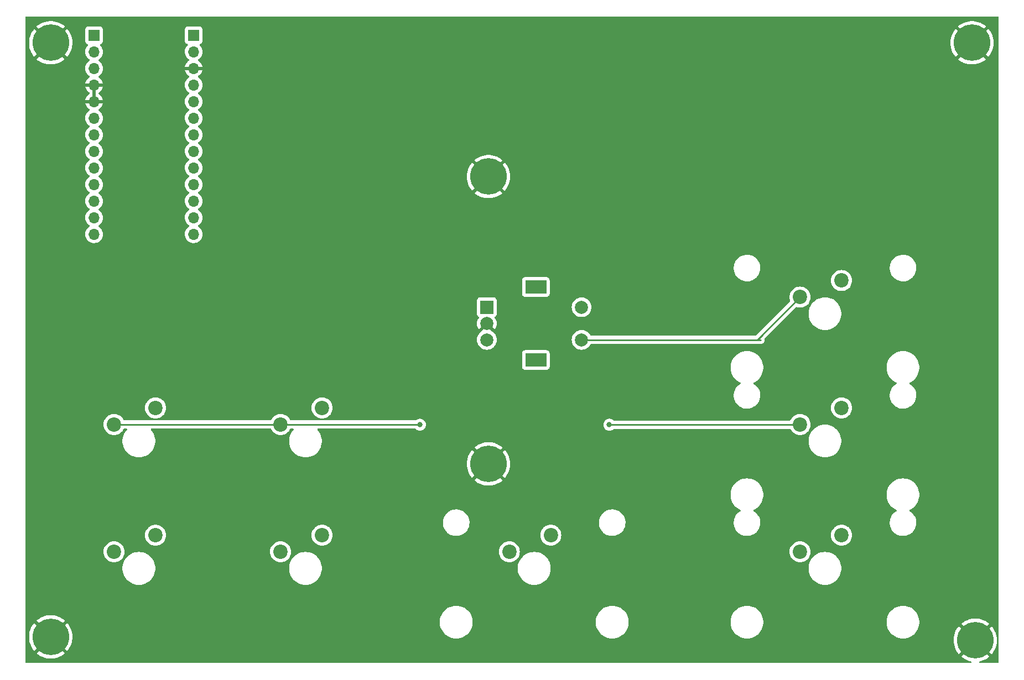
<source format=gbr>
%TF.GenerationSoftware,KiCad,Pcbnew,(6.0.0)*%
%TF.CreationDate,2022-06-05T14:16:53+02:00*%
%TF.ProjectId,Qlab_macro_keyboard,516c6162-5f6d-4616-9372-6f5f6b657962,rev?*%
%TF.SameCoordinates,Original*%
%TF.FileFunction,Copper,L2,Bot*%
%TF.FilePolarity,Positive*%
%FSLAX46Y46*%
G04 Gerber Fmt 4.6, Leading zero omitted, Abs format (unit mm)*
G04 Created by KiCad (PCBNEW (6.0.0)) date 2022-06-05 14:16:53*
%MOMM*%
%LPD*%
G01*
G04 APERTURE LIST*
%TA.AperFunction,ComponentPad*%
%ADD10C,2.200000*%
%TD*%
%TA.AperFunction,ComponentPad*%
%ADD11R,2.000000X2.000000*%
%TD*%
%TA.AperFunction,ComponentPad*%
%ADD12C,2.000000*%
%TD*%
%TA.AperFunction,ComponentPad*%
%ADD13R,3.200000X2.000000*%
%TD*%
%TA.AperFunction,ComponentPad*%
%ADD14C,5.600000*%
%TD*%
%TA.AperFunction,ComponentPad*%
%ADD15R,1.700000X1.700000*%
%TD*%
%TA.AperFunction,ComponentPad*%
%ADD16O,1.700000X1.700000*%
%TD*%
%TA.AperFunction,ViaPad*%
%ADD17C,0.800000*%
%TD*%
%TA.AperFunction,Conductor*%
%ADD18C,0.250000*%
%TD*%
G04 APERTURE END LIST*
D10*
%TO.P,SW1,1*%
%TO.N,D7*%
X49690000Y-98960000D03*
%TO.P,SW1,2*%
%TO.N,Net-(D1-Pad2)*%
X56040000Y-96420000D03*
%TD*%
D11*
%TO.P,ENC1,A,A*%
%TO.N,D2*%
X106750000Y-81000000D03*
D12*
%TO.P,ENC1,B,B*%
%TO.N,D3*%
X106750000Y-86000000D03*
%TO.P,ENC1,C,C*%
%TO.N,GND*%
X106750000Y-83500000D03*
D13*
%TO.P,ENC1,MP*%
%TO.N,N/C*%
X114250000Y-89100000D03*
X114250000Y-77900000D03*
D12*
%TO.P,ENC1,S1,S1*%
%TO.N,D4*%
X121250000Y-86000000D03*
%TO.P,ENC1,S2,S2*%
%TO.N,Net-(D5-Pad2)*%
X121250000Y-81000000D03*
%TD*%
D10*
%TO.P,SW8,1*%
%TO.N,D8*%
X154690000Y-118460000D03*
%TO.P,SW8,2*%
%TO.N,Net-(D9-Pad2)*%
X161040000Y-115920000D03*
%TD*%
%TO.P,SW4,1*%
%TO.N,D8*%
X75190000Y-118460000D03*
%TO.P,SW4,2*%
%TO.N,Net-(D4-Pad2)*%
X81540000Y-115920000D03*
%TD*%
%TO.P,SW6,1*%
%TO.N,D4*%
X154690000Y-79460000D03*
%TO.P,SW6,2*%
%TO.N,Net-(D7-Pad2)*%
X161040000Y-76920000D03*
%TD*%
D14*
%TO.P,H4,1,1*%
%TO.N,GND*%
X40000000Y-131500000D03*
%TD*%
%TO.P,H3,1,1*%
%TO.N,GND*%
X181000000Y-40500000D03*
%TD*%
D10*
%TO.P,SW7,1*%
%TO.N,D7*%
X154690000Y-98960000D03*
%TO.P,SW7,2*%
%TO.N,Net-(D8-Pad2)*%
X161040000Y-96420000D03*
%TD*%
D14*
%TO.P,H1,1,1*%
%TO.N,GND*%
X40000000Y-40500000D03*
%TD*%
D10*
%TO.P,SW5,1*%
%TO.N,D8*%
X110190000Y-118460000D03*
%TO.P,SW5,2*%
%TO.N,Net-(D6-Pad2)*%
X116540000Y-115920000D03*
%TD*%
D14*
%TO.P,H6,1,1*%
%TO.N,GND*%
X181500000Y-132000000D03*
%TD*%
%TO.P,H5,1,1*%
%TO.N,GND*%
X107000000Y-105000000D03*
%TD*%
D15*
%TO.P,J2,1,Pin_1*%
%TO.N,D-*%
X61884000Y-39340000D03*
D16*
%TO.P,J2,2,Pin_2*%
%TO.N,RAW*%
X61884000Y-41880000D03*
%TO.P,J2,3,Pin_3*%
%TO.N,GND*%
X61884000Y-44420000D03*
%TO.P,J2,4,Pin_4*%
%TO.N,NRESET*%
X61884000Y-46960000D03*
%TO.P,J2,5,Pin_5*%
%TO.N,+3V3*%
X61884000Y-49500000D03*
%TO.P,J2,6,Pin_6*%
%TO.N,A3*%
X61884000Y-52040000D03*
%TO.P,J2,7,Pin_7*%
%TO.N,A2*%
X61884000Y-54580000D03*
%TO.P,J2,8,Pin_8*%
%TO.N,A1*%
X61884000Y-57120000D03*
%TO.P,J2,9,Pin_9*%
%TO.N,A0*%
X61884000Y-59660000D03*
%TO.P,J2,10,Pin_10*%
%TO.N,SCLK*%
X61884000Y-62200000D03*
%TO.P,J2,11,Pin_11*%
%TO.N,MSIO*%
X61884000Y-64740000D03*
%TO.P,J2,12,Pin_12*%
%TO.N,MOSI*%
X61884000Y-67280000D03*
%TO.P,J2,13,Pin_13*%
%TO.N,D10*%
X61884000Y-69820000D03*
%TD*%
D10*
%TO.P,SW3,1*%
%TO.N,D7*%
X75190000Y-98960000D03*
%TO.P,SW3,2*%
%TO.N,Net-(D3-Pad2)*%
X81540000Y-96420000D03*
%TD*%
%TO.P,SW2,1*%
%TO.N,D8*%
X49690000Y-118460000D03*
%TO.P,SW2,2*%
%TO.N,Net-(D2-Pad2)*%
X56040000Y-115920000D03*
%TD*%
D14*
%TO.P,H2,1,1*%
%TO.N,GND*%
X107000000Y-61000000D03*
%TD*%
D15*
%TO.P,J1,1,Pin_1*%
%TO.N,D+*%
X46634000Y-39355000D03*
D16*
%TO.P,J1,2,Pin_2*%
%TO.N,D0*%
X46634000Y-41895000D03*
%TO.P,J1,3,Pin_3*%
%TO.N,D1*%
X46634000Y-44435000D03*
%TO.P,J1,4,Pin_4*%
%TO.N,GND*%
X46634000Y-46975000D03*
%TO.P,J1,5,Pin_5*%
X46634000Y-49515000D03*
%TO.P,J1,6,Pin_6*%
%TO.N,D2*%
X46634000Y-52055000D03*
%TO.P,J1,7,Pin_7*%
%TO.N,D3*%
X46634000Y-54595000D03*
%TO.P,J1,8,Pin_8*%
%TO.N,D4*%
X46634000Y-57135000D03*
%TO.P,J1,9,Pin_9*%
%TO.N,D5*%
X46634000Y-59675000D03*
%TO.P,J1,10,Pin_10*%
%TO.N,D6*%
X46634000Y-62215000D03*
%TO.P,J1,11,Pin_11*%
%TO.N,D7*%
X46634000Y-64755000D03*
%TO.P,J1,12,Pin_12*%
%TO.N,D8*%
X46634000Y-67295000D03*
%TO.P,J1,13,Pin_13*%
%TO.N,D9*%
X46634000Y-69835000D03*
%TD*%
D17*
%TO.N,GND*%
X181000000Y-73500000D03*
X181000000Y-50000000D03*
X65000000Y-111000000D03*
X94000000Y-131500000D03*
X167000000Y-38500000D03*
X40000000Y-91500000D03*
X106500000Y-38500000D03*
X130000000Y-38500000D03*
X65000000Y-102000000D03*
X164000000Y-131500000D03*
X48000000Y-106500000D03*
X117500000Y-131500000D03*
X181000000Y-109500000D03*
X152500000Y-131500000D03*
X40000000Y-47000000D03*
X73500000Y-106500000D03*
X40000000Y-57500000D03*
X40000000Y-69000000D03*
X181000000Y-118500000D03*
X71500000Y-131500000D03*
X143500000Y-38500000D03*
X181000000Y-86000000D03*
X59000000Y-106500000D03*
X128000000Y-131500000D03*
X96000000Y-38500000D03*
X48000000Y-131500000D03*
X84500000Y-106500000D03*
X72500000Y-38500000D03*
X60000000Y-131500000D03*
X84500000Y-38500000D03*
X174500000Y-131500000D03*
X82000000Y-131500000D03*
X118500000Y-38500000D03*
X40000000Y-113500000D03*
X73500000Y-96000000D03*
X40000000Y-125500000D03*
X181000000Y-97500000D03*
X106000000Y-131500000D03*
X40000000Y-81000000D03*
X155500000Y-38500000D03*
X48000000Y-95500000D03*
X181000000Y-61500000D03*
X40000000Y-102000000D03*
X140500000Y-131500000D03*
%TO.N,D7*%
X96500000Y-99000000D03*
X96500000Y-99000000D03*
X125500000Y-99000000D03*
%TD*%
D18*
%TO.N,D4*%
X121250000Y-86000000D02*
X148650000Y-86000000D01*
X148150000Y-86000000D02*
X154690000Y-79460000D01*
%TO.N,D7*%
X154650000Y-99000000D02*
X154690000Y-98960000D01*
X75190000Y-98960000D02*
X96460000Y-98960000D01*
X49690000Y-98960000D02*
X75190000Y-98960000D01*
X96460000Y-98960000D02*
X96500000Y-99000000D01*
X125500000Y-99000000D02*
X155150000Y-99000000D01*
%TD*%
%TA.AperFunction,Conductor*%
%TO.N,GND*%
G36*
X185024121Y-36528002D02*
G01*
X185070614Y-36581658D01*
X185082000Y-36634000D01*
X185082000Y-135366000D01*
X185061998Y-135434121D01*
X185008342Y-135480614D01*
X184956000Y-135492000D01*
X182181205Y-135492000D01*
X182113084Y-135471998D01*
X182066591Y-135418342D01*
X182056487Y-135348068D01*
X182085981Y-135283488D01*
X182145707Y-135245104D01*
X182154793Y-135242799D01*
X182365274Y-135197676D01*
X182371822Y-135195897D01*
X182705549Y-135085527D01*
X182711891Y-135083041D01*
X183031718Y-134937288D01*
X183037777Y-134934121D01*
X183339995Y-134754676D01*
X183345659Y-134750884D01*
X183626732Y-134539849D01*
X183631958Y-134535464D01*
X183641613Y-134526428D01*
X183649682Y-134512750D01*
X183649654Y-134512024D01*
X183644512Y-134503723D01*
X181512810Y-132372020D01*
X181498869Y-132364408D01*
X181497034Y-132364539D01*
X181490420Y-132368790D01*
X179356774Y-134502437D01*
X179349160Y-134516381D01*
X179349237Y-134517470D01*
X179351698Y-134521206D01*
X179625632Y-134731404D01*
X179631262Y-134735259D01*
X179931591Y-134917862D01*
X179937593Y-134921080D01*
X180255897Y-135070184D01*
X180262202Y-135072732D01*
X180594743Y-135186587D01*
X180601313Y-135188446D01*
X180843760Y-135243083D01*
X180905817Y-135277571D01*
X180939377Y-135340136D01*
X180933784Y-135410912D01*
X180890815Y-135467428D01*
X180824111Y-135491742D01*
X180816060Y-135492000D01*
X36224000Y-135492000D01*
X36155879Y-135471998D01*
X36109386Y-135418342D01*
X36098000Y-135366000D01*
X36098000Y-134016381D01*
X37849160Y-134016381D01*
X37849237Y-134017470D01*
X37851698Y-134021206D01*
X38125632Y-134231404D01*
X38131262Y-134235259D01*
X38431591Y-134417862D01*
X38437593Y-134421080D01*
X38755897Y-134570184D01*
X38762202Y-134572732D01*
X39094743Y-134686587D01*
X39101313Y-134688446D01*
X39444183Y-134765714D01*
X39450912Y-134766853D01*
X39800143Y-134806643D01*
X39806933Y-134807046D01*
X40158419Y-134808886D01*
X40165220Y-134808554D01*
X40514853Y-134772423D01*
X40521581Y-134771357D01*
X40865274Y-134697676D01*
X40871822Y-134695897D01*
X41205549Y-134585527D01*
X41211891Y-134583041D01*
X41531718Y-134437288D01*
X41537777Y-134434121D01*
X41839995Y-134254676D01*
X41845659Y-134250884D01*
X42126732Y-134039849D01*
X42131958Y-134035464D01*
X42141613Y-134026428D01*
X42149682Y-134012750D01*
X42149654Y-134012024D01*
X42144512Y-134003723D01*
X40012810Y-131872020D01*
X39998869Y-131864408D01*
X39997034Y-131864539D01*
X39990420Y-131868790D01*
X37856774Y-134002437D01*
X37849160Y-134016381D01*
X36098000Y-134016381D01*
X36098000Y-131491832D01*
X36687333Y-131491832D01*
X36705117Y-131842893D01*
X36705827Y-131849649D01*
X36761420Y-132196723D01*
X36762859Y-132203378D01*
X36855608Y-132542410D01*
X36857757Y-132548871D01*
X36986581Y-132875912D01*
X36989412Y-132882095D01*
X37152803Y-133193310D01*
X37156286Y-133199152D01*
X37352330Y-133490896D01*
X37356433Y-133496340D01*
X37476425Y-133638836D01*
X37489164Y-133647279D01*
X37499608Y-133641181D01*
X39627980Y-131512810D01*
X39634357Y-131501131D01*
X40364408Y-131501131D01*
X40364539Y-131502966D01*
X40368790Y-131509580D01*
X42499009Y-133639798D01*
X42512605Y-133647223D01*
X42522218Y-133640522D01*
X42622518Y-133523912D01*
X42626676Y-133518514D01*
X42825762Y-133228840D01*
X42829310Y-133223029D01*
X42995942Y-132913559D01*
X42998849Y-132907381D01*
X43131090Y-132581713D01*
X43133304Y-132575283D01*
X43229598Y-132237237D01*
X43231105Y-132230607D01*
X43271920Y-131991832D01*
X178187333Y-131991832D01*
X178205117Y-132342893D01*
X178205827Y-132349649D01*
X178261420Y-132696723D01*
X178262859Y-132703378D01*
X178355608Y-133042410D01*
X178357757Y-133048871D01*
X178486581Y-133375912D01*
X178489412Y-133382095D01*
X178652803Y-133693310D01*
X178656286Y-133699152D01*
X178852330Y-133990896D01*
X178856433Y-133996340D01*
X178976425Y-134138836D01*
X178989164Y-134147279D01*
X178999608Y-134141181D01*
X181127980Y-132012810D01*
X181134357Y-132001131D01*
X181864408Y-132001131D01*
X181864539Y-132002966D01*
X181868790Y-132009580D01*
X183999009Y-134139798D01*
X184012605Y-134147223D01*
X184022218Y-134140522D01*
X184122518Y-134023912D01*
X184126676Y-134018514D01*
X184325762Y-133728840D01*
X184329310Y-133723029D01*
X184495942Y-133413559D01*
X184498849Y-133407381D01*
X184631090Y-133081713D01*
X184633304Y-133075283D01*
X184729598Y-132737237D01*
X184731105Y-132730607D01*
X184790332Y-132384118D01*
X184791112Y-132377378D01*
X184812668Y-132024925D01*
X184812784Y-132021323D01*
X184812853Y-132001819D01*
X184812761Y-131998194D01*
X184793666Y-131645615D01*
X184792931Y-131638849D01*
X184736130Y-131291985D01*
X184734663Y-131285313D01*
X184640736Y-130946627D01*
X184638562Y-130940163D01*
X184508598Y-130613578D01*
X184505742Y-130607398D01*
X184341269Y-130296763D01*
X184337769Y-130290937D01*
X184140697Y-129999862D01*
X184136590Y-129994453D01*
X184023565Y-129861179D01*
X184010740Y-129852743D01*
X184000416Y-129858795D01*
X181872020Y-131987190D01*
X181864408Y-132001131D01*
X181134357Y-132001131D01*
X181135592Y-131998869D01*
X181135461Y-131997034D01*
X181131210Y-131990420D01*
X179000992Y-129860203D01*
X178987455Y-129852811D01*
X178977753Y-129859599D01*
X178870430Y-129985257D01*
X178866296Y-129990664D01*
X178668215Y-130281041D01*
X178664697Y-130286851D01*
X178499134Y-130596922D01*
X178496259Y-130603087D01*
X178365155Y-130929218D01*
X178362962Y-130935658D01*
X178267846Y-131274044D01*
X178266363Y-131280679D01*
X178208350Y-131627354D01*
X178207591Y-131634126D01*
X178187357Y-131985037D01*
X178187333Y-131991832D01*
X43271920Y-131991832D01*
X43290332Y-131884118D01*
X43291112Y-131877378D01*
X43312668Y-131524925D01*
X43312784Y-131521323D01*
X43312853Y-131501819D01*
X43312761Y-131498194D01*
X43293666Y-131145615D01*
X43292931Y-131138849D01*
X43236130Y-130791985D01*
X43234663Y-130785313D01*
X43140736Y-130446627D01*
X43138562Y-130440163D01*
X43008598Y-130113578D01*
X43005742Y-130107398D01*
X42841269Y-129796763D01*
X42837769Y-129790937D01*
X42640697Y-129499862D01*
X42636590Y-129494453D01*
X42554640Y-129397821D01*
X99553500Y-129397821D01*
X99593060Y-129710975D01*
X99671557Y-130016702D01*
X99673010Y-130020371D01*
X99673010Y-130020372D01*
X99780135Y-130290937D01*
X99787753Y-130310179D01*
X99789659Y-130313647D01*
X99789660Y-130313648D01*
X99853196Y-130429218D01*
X99939816Y-130586779D01*
X100125346Y-130842140D01*
X100341418Y-131072233D01*
X100344469Y-131074757D01*
X100344470Y-131074758D01*
X100417847Y-131135461D01*
X100584625Y-131273432D01*
X100851131Y-131442562D01*
X100854710Y-131444246D01*
X100854717Y-131444250D01*
X101133144Y-131575267D01*
X101133148Y-131575269D01*
X101136734Y-131576956D01*
X101436928Y-131674495D01*
X101746980Y-131733641D01*
X101983162Y-131748500D01*
X102140838Y-131748500D01*
X102377020Y-131733641D01*
X102687072Y-131674495D01*
X102987266Y-131576956D01*
X102990852Y-131575269D01*
X102990856Y-131575267D01*
X103269283Y-131444250D01*
X103269290Y-131444246D01*
X103272869Y-131442562D01*
X103539375Y-131273432D01*
X103706153Y-131135461D01*
X103779530Y-131074758D01*
X103779531Y-131074757D01*
X103782582Y-131072233D01*
X103998654Y-130842140D01*
X104184184Y-130586779D01*
X104270805Y-130429218D01*
X104334340Y-130313648D01*
X104334341Y-130313647D01*
X104336247Y-130310179D01*
X104343866Y-130290937D01*
X104450990Y-130020372D01*
X104450990Y-130020371D01*
X104452443Y-130016702D01*
X104530940Y-129710975D01*
X104570500Y-129397821D01*
X123429500Y-129397821D01*
X123469060Y-129710975D01*
X123547557Y-130016702D01*
X123549010Y-130020371D01*
X123549010Y-130020372D01*
X123656135Y-130290937D01*
X123663753Y-130310179D01*
X123665659Y-130313647D01*
X123665660Y-130313648D01*
X123729196Y-130429218D01*
X123815816Y-130586779D01*
X124001346Y-130842140D01*
X124217418Y-131072233D01*
X124220469Y-131074757D01*
X124220470Y-131074758D01*
X124293847Y-131135461D01*
X124460625Y-131273432D01*
X124727131Y-131442562D01*
X124730710Y-131444246D01*
X124730717Y-131444250D01*
X125009144Y-131575267D01*
X125009148Y-131575269D01*
X125012734Y-131576956D01*
X125312928Y-131674495D01*
X125622980Y-131733641D01*
X125859162Y-131748500D01*
X126016838Y-131748500D01*
X126253020Y-131733641D01*
X126563072Y-131674495D01*
X126863266Y-131576956D01*
X126866852Y-131575269D01*
X126866856Y-131575267D01*
X127145283Y-131444250D01*
X127145290Y-131444246D01*
X127148869Y-131442562D01*
X127415375Y-131273432D01*
X127582153Y-131135461D01*
X127655530Y-131074758D01*
X127655531Y-131074757D01*
X127658582Y-131072233D01*
X127874654Y-130842140D01*
X128060184Y-130586779D01*
X128146805Y-130429218D01*
X128210340Y-130313648D01*
X128210341Y-130313647D01*
X128212247Y-130310179D01*
X128219866Y-130290937D01*
X128326990Y-130020372D01*
X128326990Y-130020371D01*
X128328443Y-130016702D01*
X128406940Y-129710975D01*
X128446500Y-129397821D01*
X144053500Y-129397821D01*
X144093060Y-129710975D01*
X144171557Y-130016702D01*
X144173010Y-130020371D01*
X144173010Y-130020372D01*
X144280135Y-130290937D01*
X144287753Y-130310179D01*
X144289659Y-130313647D01*
X144289660Y-130313648D01*
X144353196Y-130429218D01*
X144439816Y-130586779D01*
X144625346Y-130842140D01*
X144841418Y-131072233D01*
X144844469Y-131074757D01*
X144844470Y-131074758D01*
X144917847Y-131135461D01*
X145084625Y-131273432D01*
X145351131Y-131442562D01*
X145354710Y-131444246D01*
X145354717Y-131444250D01*
X145633144Y-131575267D01*
X145633148Y-131575269D01*
X145636734Y-131576956D01*
X145936928Y-131674495D01*
X146246980Y-131733641D01*
X146483162Y-131748500D01*
X146640838Y-131748500D01*
X146877020Y-131733641D01*
X147187072Y-131674495D01*
X147487266Y-131576956D01*
X147490852Y-131575269D01*
X147490856Y-131575267D01*
X147769283Y-131444250D01*
X147769290Y-131444246D01*
X147772869Y-131442562D01*
X148039375Y-131273432D01*
X148206153Y-131135461D01*
X148279530Y-131074758D01*
X148279531Y-131074757D01*
X148282582Y-131072233D01*
X148498654Y-130842140D01*
X148684184Y-130586779D01*
X148770805Y-130429218D01*
X148834340Y-130313648D01*
X148834341Y-130313647D01*
X148836247Y-130310179D01*
X148843866Y-130290937D01*
X148950990Y-130020372D01*
X148950990Y-130020371D01*
X148952443Y-130016702D01*
X149030940Y-129710975D01*
X149070500Y-129397821D01*
X167929500Y-129397821D01*
X167969060Y-129710975D01*
X168047557Y-130016702D01*
X168049010Y-130020371D01*
X168049010Y-130020372D01*
X168156135Y-130290937D01*
X168163753Y-130310179D01*
X168165659Y-130313647D01*
X168165660Y-130313648D01*
X168229196Y-130429218D01*
X168315816Y-130586779D01*
X168501346Y-130842140D01*
X168717418Y-131072233D01*
X168720469Y-131074757D01*
X168720470Y-131074758D01*
X168793847Y-131135461D01*
X168960625Y-131273432D01*
X169227131Y-131442562D01*
X169230710Y-131444246D01*
X169230717Y-131444250D01*
X169509144Y-131575267D01*
X169509148Y-131575269D01*
X169512734Y-131576956D01*
X169812928Y-131674495D01*
X170122980Y-131733641D01*
X170359162Y-131748500D01*
X170516838Y-131748500D01*
X170753020Y-131733641D01*
X171063072Y-131674495D01*
X171363266Y-131576956D01*
X171366852Y-131575269D01*
X171366856Y-131575267D01*
X171645283Y-131444250D01*
X171645290Y-131444246D01*
X171648869Y-131442562D01*
X171915375Y-131273432D01*
X172082153Y-131135461D01*
X172155530Y-131074758D01*
X172155531Y-131074757D01*
X172158582Y-131072233D01*
X172374654Y-130842140D01*
X172560184Y-130586779D01*
X172646805Y-130429218D01*
X172710340Y-130313648D01*
X172710341Y-130313647D01*
X172712247Y-130310179D01*
X172719866Y-130290937D01*
X172826990Y-130020372D01*
X172826990Y-130020371D01*
X172828443Y-130016702D01*
X172906940Y-129710975D01*
X172935252Y-129486862D01*
X179349950Y-129486862D01*
X179349986Y-129487704D01*
X179355037Y-129495826D01*
X181487190Y-131627980D01*
X181501131Y-131635592D01*
X181502966Y-131635461D01*
X181509580Y-131631210D01*
X183642798Y-129497991D01*
X183650412Y-129484047D01*
X183650344Y-129483089D01*
X183645836Y-129476272D01*
X183644418Y-129475065D01*
X183364813Y-129262064D01*
X183359187Y-129258240D01*
X183058214Y-129076681D01*
X183052202Y-129073484D01*
X182733370Y-128925487D01*
X182727070Y-128922967D01*
X182394129Y-128810273D01*
X182387551Y-128808437D01*
X182044417Y-128732367D01*
X182037678Y-128731251D01*
X181688310Y-128692680D01*
X181681529Y-128692301D01*
X181330015Y-128691687D01*
X181323242Y-128692042D01*
X180973720Y-128729395D01*
X180967010Y-128730482D01*
X180623586Y-128805361D01*
X180617011Y-128807172D01*
X180283683Y-128918702D01*
X180277361Y-128921205D01*
X179958034Y-129068079D01*
X179951991Y-129071265D01*
X179650401Y-129251763D01*
X179644755Y-129255571D01*
X179364408Y-129467596D01*
X179359211Y-129471987D01*
X179357972Y-129473155D01*
X179349950Y-129486862D01*
X172935252Y-129486862D01*
X172946500Y-129397821D01*
X172946500Y-129082179D01*
X172906940Y-128769025D01*
X172828443Y-128463298D01*
X172736569Y-128231251D01*
X172713702Y-128173495D01*
X172713700Y-128173490D01*
X172712247Y-128169821D01*
X172560184Y-127893221D01*
X172374654Y-127637860D01*
X172158582Y-127407767D01*
X171915375Y-127206568D01*
X171648869Y-127037438D01*
X171645290Y-127035754D01*
X171645283Y-127035750D01*
X171366856Y-126904733D01*
X171366852Y-126904731D01*
X171363266Y-126903044D01*
X171063072Y-126805505D01*
X170753020Y-126746359D01*
X170516838Y-126731500D01*
X170359162Y-126731500D01*
X170122980Y-126746359D01*
X169812928Y-126805505D01*
X169512734Y-126903044D01*
X169509148Y-126904731D01*
X169509144Y-126904733D01*
X169230717Y-127035750D01*
X169230710Y-127035754D01*
X169227131Y-127037438D01*
X168960625Y-127206568D01*
X168717418Y-127407767D01*
X168501346Y-127637860D01*
X168315816Y-127893221D01*
X168163753Y-128169821D01*
X168162300Y-128173490D01*
X168162298Y-128173495D01*
X168139431Y-128231251D01*
X168047557Y-128463298D01*
X167969060Y-128769025D01*
X167929500Y-129082179D01*
X167929500Y-129397821D01*
X149070500Y-129397821D01*
X149070500Y-129082179D01*
X149030940Y-128769025D01*
X148952443Y-128463298D01*
X148860569Y-128231251D01*
X148837702Y-128173495D01*
X148837700Y-128173490D01*
X148836247Y-128169821D01*
X148684184Y-127893221D01*
X148498654Y-127637860D01*
X148282582Y-127407767D01*
X148039375Y-127206568D01*
X147772869Y-127037438D01*
X147769290Y-127035754D01*
X147769283Y-127035750D01*
X147490856Y-126904733D01*
X147490852Y-126904731D01*
X147487266Y-126903044D01*
X147187072Y-126805505D01*
X146877020Y-126746359D01*
X146640838Y-126731500D01*
X146483162Y-126731500D01*
X146246980Y-126746359D01*
X145936928Y-126805505D01*
X145636734Y-126903044D01*
X145633148Y-126904731D01*
X145633144Y-126904733D01*
X145354717Y-127035750D01*
X145354710Y-127035754D01*
X145351131Y-127037438D01*
X145084625Y-127206568D01*
X144841418Y-127407767D01*
X144625346Y-127637860D01*
X144439816Y-127893221D01*
X144287753Y-128169821D01*
X144286300Y-128173490D01*
X144286298Y-128173495D01*
X144263431Y-128231251D01*
X144171557Y-128463298D01*
X144093060Y-128769025D01*
X144053500Y-129082179D01*
X144053500Y-129397821D01*
X128446500Y-129397821D01*
X128446500Y-129082179D01*
X128406940Y-128769025D01*
X128328443Y-128463298D01*
X128236569Y-128231251D01*
X128213702Y-128173495D01*
X128213700Y-128173490D01*
X128212247Y-128169821D01*
X128060184Y-127893221D01*
X127874654Y-127637860D01*
X127658582Y-127407767D01*
X127415375Y-127206568D01*
X127148869Y-127037438D01*
X127145290Y-127035754D01*
X127145283Y-127035750D01*
X126866856Y-126904733D01*
X126866852Y-126904731D01*
X126863266Y-126903044D01*
X126563072Y-126805505D01*
X126253020Y-126746359D01*
X126016838Y-126731500D01*
X125859162Y-126731500D01*
X125622980Y-126746359D01*
X125312928Y-126805505D01*
X125012734Y-126903044D01*
X125009148Y-126904731D01*
X125009144Y-126904733D01*
X124730717Y-127035750D01*
X124730710Y-127035754D01*
X124727131Y-127037438D01*
X124460625Y-127206568D01*
X124217418Y-127407767D01*
X124001346Y-127637860D01*
X123815816Y-127893221D01*
X123663753Y-128169821D01*
X123662300Y-128173490D01*
X123662298Y-128173495D01*
X123639431Y-128231251D01*
X123547557Y-128463298D01*
X123469060Y-128769025D01*
X123429500Y-129082179D01*
X123429500Y-129397821D01*
X104570500Y-129397821D01*
X104570500Y-129082179D01*
X104530940Y-128769025D01*
X104452443Y-128463298D01*
X104360569Y-128231251D01*
X104337702Y-128173495D01*
X104337700Y-128173490D01*
X104336247Y-128169821D01*
X104184184Y-127893221D01*
X103998654Y-127637860D01*
X103782582Y-127407767D01*
X103539375Y-127206568D01*
X103272869Y-127037438D01*
X103269290Y-127035754D01*
X103269283Y-127035750D01*
X102990856Y-126904733D01*
X102990852Y-126904731D01*
X102987266Y-126903044D01*
X102687072Y-126805505D01*
X102377020Y-126746359D01*
X102140838Y-126731500D01*
X101983162Y-126731500D01*
X101746980Y-126746359D01*
X101436928Y-126805505D01*
X101136734Y-126903044D01*
X101133148Y-126904731D01*
X101133144Y-126904733D01*
X100854717Y-127035750D01*
X100854710Y-127035754D01*
X100851131Y-127037438D01*
X100584625Y-127206568D01*
X100341418Y-127407767D01*
X100125346Y-127637860D01*
X99939816Y-127893221D01*
X99787753Y-128169821D01*
X99786300Y-128173490D01*
X99786298Y-128173495D01*
X99763431Y-128231251D01*
X99671557Y-128463298D01*
X99593060Y-128769025D01*
X99553500Y-129082179D01*
X99553500Y-129397821D01*
X42554640Y-129397821D01*
X42523565Y-129361179D01*
X42510740Y-129352743D01*
X42500416Y-129358795D01*
X40372020Y-131487190D01*
X40364408Y-131501131D01*
X39634357Y-131501131D01*
X39635592Y-131498869D01*
X39635461Y-131497034D01*
X39631210Y-131490420D01*
X37500992Y-129360203D01*
X37487455Y-129352811D01*
X37477753Y-129359599D01*
X37370430Y-129485257D01*
X37366296Y-129490664D01*
X37168215Y-129781041D01*
X37164697Y-129786851D01*
X36999134Y-130096922D01*
X36996259Y-130103087D01*
X36865155Y-130429218D01*
X36862962Y-130435658D01*
X36767846Y-130774044D01*
X36766363Y-130780679D01*
X36708350Y-131127354D01*
X36707591Y-131134126D01*
X36687357Y-131485037D01*
X36687333Y-131491832D01*
X36098000Y-131491832D01*
X36098000Y-128986862D01*
X37849950Y-128986862D01*
X37849986Y-128987704D01*
X37855037Y-128995826D01*
X39987190Y-131127980D01*
X40001131Y-131135592D01*
X40002966Y-131135461D01*
X40009580Y-131131210D01*
X42142798Y-128997991D01*
X42150412Y-128984047D01*
X42150344Y-128983089D01*
X42145836Y-128976272D01*
X42144418Y-128975065D01*
X41864813Y-128762064D01*
X41859187Y-128758240D01*
X41558214Y-128576681D01*
X41552202Y-128573484D01*
X41233370Y-128425487D01*
X41227070Y-128422967D01*
X40894129Y-128310273D01*
X40887551Y-128308437D01*
X40544417Y-128232367D01*
X40537678Y-128231251D01*
X40188310Y-128192680D01*
X40181529Y-128192301D01*
X39830015Y-128191687D01*
X39823242Y-128192042D01*
X39473720Y-128229395D01*
X39467010Y-128230482D01*
X39123586Y-128305361D01*
X39117011Y-128307172D01*
X38783683Y-128418702D01*
X38777361Y-128421205D01*
X38458034Y-128568079D01*
X38451991Y-128571265D01*
X38150401Y-128751763D01*
X38144755Y-128755571D01*
X37864408Y-128967596D01*
X37859211Y-128971987D01*
X37857972Y-128973155D01*
X37849950Y-128986862D01*
X36098000Y-128986862D01*
X36098000Y-121157821D01*
X50991500Y-121157821D01*
X51031060Y-121470975D01*
X51109557Y-121776702D01*
X51225753Y-122070179D01*
X51377816Y-122346779D01*
X51563346Y-122602140D01*
X51779418Y-122832233D01*
X52022625Y-123033432D01*
X52289131Y-123202562D01*
X52292710Y-123204246D01*
X52292717Y-123204250D01*
X52571144Y-123335267D01*
X52571148Y-123335269D01*
X52574734Y-123336956D01*
X52874928Y-123434495D01*
X53184980Y-123493641D01*
X53421162Y-123508500D01*
X53578838Y-123508500D01*
X53815020Y-123493641D01*
X54125072Y-123434495D01*
X54425266Y-123336956D01*
X54428852Y-123335269D01*
X54428856Y-123335267D01*
X54707283Y-123204250D01*
X54707290Y-123204246D01*
X54710869Y-123202562D01*
X54977375Y-123033432D01*
X55220582Y-122832233D01*
X55436654Y-122602140D01*
X55622184Y-122346779D01*
X55774247Y-122070179D01*
X55890443Y-121776702D01*
X55968940Y-121470975D01*
X56008500Y-121157821D01*
X76491500Y-121157821D01*
X76531060Y-121470975D01*
X76609557Y-121776702D01*
X76725753Y-122070179D01*
X76877816Y-122346779D01*
X77063346Y-122602140D01*
X77279418Y-122832233D01*
X77522625Y-123033432D01*
X77789131Y-123202562D01*
X77792710Y-123204246D01*
X77792717Y-123204250D01*
X78071144Y-123335267D01*
X78071148Y-123335269D01*
X78074734Y-123336956D01*
X78374928Y-123434495D01*
X78684980Y-123493641D01*
X78921162Y-123508500D01*
X79078838Y-123508500D01*
X79315020Y-123493641D01*
X79625072Y-123434495D01*
X79925266Y-123336956D01*
X79928852Y-123335269D01*
X79928856Y-123335267D01*
X80207283Y-123204250D01*
X80207290Y-123204246D01*
X80210869Y-123202562D01*
X80477375Y-123033432D01*
X80720582Y-122832233D01*
X80936654Y-122602140D01*
X81122184Y-122346779D01*
X81274247Y-122070179D01*
X81390443Y-121776702D01*
X81468940Y-121470975D01*
X81508500Y-121157821D01*
X111491500Y-121157821D01*
X111531060Y-121470975D01*
X111609557Y-121776702D01*
X111725753Y-122070179D01*
X111877816Y-122346779D01*
X112063346Y-122602140D01*
X112279418Y-122832233D01*
X112522625Y-123033432D01*
X112789131Y-123202562D01*
X112792710Y-123204246D01*
X112792717Y-123204250D01*
X113071144Y-123335267D01*
X113071148Y-123335269D01*
X113074734Y-123336956D01*
X113374928Y-123434495D01*
X113684980Y-123493641D01*
X113921162Y-123508500D01*
X114078838Y-123508500D01*
X114315020Y-123493641D01*
X114625072Y-123434495D01*
X114925266Y-123336956D01*
X114928852Y-123335269D01*
X114928856Y-123335267D01*
X115207283Y-123204250D01*
X115207290Y-123204246D01*
X115210869Y-123202562D01*
X115477375Y-123033432D01*
X115720582Y-122832233D01*
X115936654Y-122602140D01*
X116122184Y-122346779D01*
X116274247Y-122070179D01*
X116390443Y-121776702D01*
X116468940Y-121470975D01*
X116508500Y-121157821D01*
X155991500Y-121157821D01*
X156031060Y-121470975D01*
X156109557Y-121776702D01*
X156225753Y-122070179D01*
X156377816Y-122346779D01*
X156563346Y-122602140D01*
X156779418Y-122832233D01*
X157022625Y-123033432D01*
X157289131Y-123202562D01*
X157292710Y-123204246D01*
X157292717Y-123204250D01*
X157571144Y-123335267D01*
X157571148Y-123335269D01*
X157574734Y-123336956D01*
X157874928Y-123434495D01*
X158184980Y-123493641D01*
X158421162Y-123508500D01*
X158578838Y-123508500D01*
X158815020Y-123493641D01*
X159125072Y-123434495D01*
X159425266Y-123336956D01*
X159428852Y-123335269D01*
X159428856Y-123335267D01*
X159707283Y-123204250D01*
X159707290Y-123204246D01*
X159710869Y-123202562D01*
X159977375Y-123033432D01*
X160220582Y-122832233D01*
X160436654Y-122602140D01*
X160622184Y-122346779D01*
X160774247Y-122070179D01*
X160890443Y-121776702D01*
X160968940Y-121470975D01*
X161008500Y-121157821D01*
X161008500Y-120842179D01*
X160968940Y-120529025D01*
X160890443Y-120223298D01*
X160888990Y-120219628D01*
X160775702Y-119933495D01*
X160775700Y-119933490D01*
X160774247Y-119929821D01*
X160756542Y-119897616D01*
X160624093Y-119656693D01*
X160624091Y-119656690D01*
X160622184Y-119653221D01*
X160436654Y-119397860D01*
X160243810Y-119192502D01*
X160223297Y-119170658D01*
X160223296Y-119170657D01*
X160220582Y-119167767D01*
X159977375Y-118966568D01*
X159710869Y-118797438D01*
X159707290Y-118795754D01*
X159707283Y-118795750D01*
X159428856Y-118664733D01*
X159428852Y-118664731D01*
X159425266Y-118663044D01*
X159125072Y-118565505D01*
X158815020Y-118506359D01*
X158578838Y-118491500D01*
X158421162Y-118491500D01*
X158184980Y-118506359D01*
X157874928Y-118565505D01*
X157574734Y-118663044D01*
X157571148Y-118664731D01*
X157571144Y-118664733D01*
X157292717Y-118795750D01*
X157292710Y-118795754D01*
X157289131Y-118797438D01*
X157022625Y-118966568D01*
X156779418Y-119167767D01*
X156776704Y-119170657D01*
X156776703Y-119170658D01*
X156756190Y-119192502D01*
X156563346Y-119397860D01*
X156377816Y-119653221D01*
X156375909Y-119656690D01*
X156375907Y-119656693D01*
X156243458Y-119897616D01*
X156225753Y-119929821D01*
X156224300Y-119933490D01*
X156224298Y-119933495D01*
X156111010Y-120219628D01*
X156109557Y-120223298D01*
X156031060Y-120529025D01*
X155991500Y-120842179D01*
X155991500Y-121157821D01*
X116508500Y-121157821D01*
X116508500Y-120842179D01*
X116468940Y-120529025D01*
X116390443Y-120223298D01*
X116388990Y-120219628D01*
X116275702Y-119933495D01*
X116275700Y-119933490D01*
X116274247Y-119929821D01*
X116256542Y-119897616D01*
X116124093Y-119656693D01*
X116124091Y-119656690D01*
X116122184Y-119653221D01*
X115936654Y-119397860D01*
X115743810Y-119192502D01*
X115723297Y-119170658D01*
X115723296Y-119170657D01*
X115720582Y-119167767D01*
X115477375Y-118966568D01*
X115210869Y-118797438D01*
X115207290Y-118795754D01*
X115207283Y-118795750D01*
X114928856Y-118664733D01*
X114928852Y-118664731D01*
X114925266Y-118663044D01*
X114625072Y-118565505D01*
X114315020Y-118506359D01*
X114078838Y-118491500D01*
X113921162Y-118491500D01*
X113684980Y-118506359D01*
X113374928Y-118565505D01*
X113074734Y-118663044D01*
X113071148Y-118664731D01*
X113071144Y-118664733D01*
X112792717Y-118795750D01*
X112792710Y-118795754D01*
X112789131Y-118797438D01*
X112522625Y-118966568D01*
X112279418Y-119167767D01*
X112276704Y-119170657D01*
X112276703Y-119170658D01*
X112256190Y-119192502D01*
X112063346Y-119397860D01*
X111877816Y-119653221D01*
X111875909Y-119656690D01*
X111875907Y-119656693D01*
X111743458Y-119897616D01*
X111725753Y-119929821D01*
X111724300Y-119933490D01*
X111724298Y-119933495D01*
X111611010Y-120219628D01*
X111609557Y-120223298D01*
X111531060Y-120529025D01*
X111491500Y-120842179D01*
X111491500Y-121157821D01*
X81508500Y-121157821D01*
X81508500Y-120842179D01*
X81468940Y-120529025D01*
X81390443Y-120223298D01*
X81388990Y-120219628D01*
X81275702Y-119933495D01*
X81275700Y-119933490D01*
X81274247Y-119929821D01*
X81256542Y-119897616D01*
X81124093Y-119656693D01*
X81124091Y-119656690D01*
X81122184Y-119653221D01*
X80936654Y-119397860D01*
X80743810Y-119192502D01*
X80723297Y-119170658D01*
X80723296Y-119170657D01*
X80720582Y-119167767D01*
X80477375Y-118966568D01*
X80210869Y-118797438D01*
X80207290Y-118795754D01*
X80207283Y-118795750D01*
X79928856Y-118664733D01*
X79928852Y-118664731D01*
X79925266Y-118663044D01*
X79625072Y-118565505D01*
X79315020Y-118506359D01*
X79078838Y-118491500D01*
X78921162Y-118491500D01*
X78684980Y-118506359D01*
X78374928Y-118565505D01*
X78074734Y-118663044D01*
X78071148Y-118664731D01*
X78071144Y-118664733D01*
X77792717Y-118795750D01*
X77792710Y-118795754D01*
X77789131Y-118797438D01*
X77522625Y-118966568D01*
X77279418Y-119167767D01*
X77276704Y-119170657D01*
X77276703Y-119170658D01*
X77256190Y-119192502D01*
X77063346Y-119397860D01*
X76877816Y-119653221D01*
X76875909Y-119656690D01*
X76875907Y-119656693D01*
X76743458Y-119897616D01*
X76725753Y-119929821D01*
X76724300Y-119933490D01*
X76724298Y-119933495D01*
X76611010Y-120219628D01*
X76609557Y-120223298D01*
X76531060Y-120529025D01*
X76491500Y-120842179D01*
X76491500Y-121157821D01*
X56008500Y-121157821D01*
X56008500Y-120842179D01*
X55968940Y-120529025D01*
X55890443Y-120223298D01*
X55888990Y-120219628D01*
X55775702Y-119933495D01*
X55775700Y-119933490D01*
X55774247Y-119929821D01*
X55756542Y-119897616D01*
X55624093Y-119656693D01*
X55624091Y-119656690D01*
X55622184Y-119653221D01*
X55436654Y-119397860D01*
X55243810Y-119192502D01*
X55223297Y-119170658D01*
X55223296Y-119170657D01*
X55220582Y-119167767D01*
X54977375Y-118966568D01*
X54710869Y-118797438D01*
X54707290Y-118795754D01*
X54707283Y-118795750D01*
X54428856Y-118664733D01*
X54428852Y-118664731D01*
X54425266Y-118663044D01*
X54125072Y-118565505D01*
X53815020Y-118506359D01*
X53578838Y-118491500D01*
X53421162Y-118491500D01*
X53184980Y-118506359D01*
X52874928Y-118565505D01*
X52574734Y-118663044D01*
X52571148Y-118664731D01*
X52571144Y-118664733D01*
X52292717Y-118795750D01*
X52292710Y-118795754D01*
X52289131Y-118797438D01*
X52022625Y-118966568D01*
X51779418Y-119167767D01*
X51776704Y-119170657D01*
X51776703Y-119170658D01*
X51756190Y-119192502D01*
X51563346Y-119397860D01*
X51377816Y-119653221D01*
X51375909Y-119656690D01*
X51375907Y-119656693D01*
X51243458Y-119897616D01*
X51225753Y-119929821D01*
X51224300Y-119933490D01*
X51224298Y-119933495D01*
X51111010Y-120219628D01*
X51109557Y-120223298D01*
X51031060Y-120529025D01*
X50991500Y-120842179D01*
X50991500Y-121157821D01*
X36098000Y-121157821D01*
X36098000Y-118460000D01*
X48076526Y-118460000D01*
X48096391Y-118712403D01*
X48097545Y-118717210D01*
X48097546Y-118717216D01*
X48116806Y-118797438D01*
X48155495Y-118958591D01*
X48157388Y-118963162D01*
X48157389Y-118963164D01*
X48241093Y-119165242D01*
X48252384Y-119192502D01*
X48384672Y-119408376D01*
X48549102Y-119600898D01*
X48741624Y-119765328D01*
X48957498Y-119897616D01*
X48962068Y-119899509D01*
X48962072Y-119899511D01*
X49186836Y-119992611D01*
X49191409Y-119994505D01*
X49276032Y-120014821D01*
X49432784Y-120052454D01*
X49432790Y-120052455D01*
X49437597Y-120053609D01*
X49690000Y-120073474D01*
X49942403Y-120053609D01*
X49947210Y-120052455D01*
X49947216Y-120052454D01*
X50103968Y-120014821D01*
X50188591Y-119994505D01*
X50193164Y-119992611D01*
X50417928Y-119899511D01*
X50417932Y-119899509D01*
X50422502Y-119897616D01*
X50638376Y-119765328D01*
X50830898Y-119600898D01*
X50995328Y-119408376D01*
X51127616Y-119192502D01*
X51138908Y-119165242D01*
X51222611Y-118963164D01*
X51222612Y-118963162D01*
X51224505Y-118958591D01*
X51263194Y-118797438D01*
X51282454Y-118717216D01*
X51282455Y-118717210D01*
X51283609Y-118712403D01*
X51303474Y-118460000D01*
X73576526Y-118460000D01*
X73596391Y-118712403D01*
X73597545Y-118717210D01*
X73597546Y-118717216D01*
X73616806Y-118797438D01*
X73655495Y-118958591D01*
X73657388Y-118963162D01*
X73657389Y-118963164D01*
X73741093Y-119165242D01*
X73752384Y-119192502D01*
X73884672Y-119408376D01*
X74049102Y-119600898D01*
X74241624Y-119765328D01*
X74457498Y-119897616D01*
X74462068Y-119899509D01*
X74462072Y-119899511D01*
X74686836Y-119992611D01*
X74691409Y-119994505D01*
X74776032Y-120014821D01*
X74932784Y-120052454D01*
X74932790Y-120052455D01*
X74937597Y-120053609D01*
X75190000Y-120073474D01*
X75442403Y-120053609D01*
X75447210Y-120052455D01*
X75447216Y-120052454D01*
X75603968Y-120014821D01*
X75688591Y-119994505D01*
X75693164Y-119992611D01*
X75917928Y-119899511D01*
X75917932Y-119899509D01*
X75922502Y-119897616D01*
X76138376Y-119765328D01*
X76330898Y-119600898D01*
X76495328Y-119408376D01*
X76627616Y-119192502D01*
X76638908Y-119165242D01*
X76722611Y-118963164D01*
X76722612Y-118963162D01*
X76724505Y-118958591D01*
X76763194Y-118797438D01*
X76782454Y-118717216D01*
X76782455Y-118717210D01*
X76783609Y-118712403D01*
X76803474Y-118460000D01*
X108576526Y-118460000D01*
X108596391Y-118712403D01*
X108597545Y-118717210D01*
X108597546Y-118717216D01*
X108616806Y-118797438D01*
X108655495Y-118958591D01*
X108657388Y-118963162D01*
X108657389Y-118963164D01*
X108741093Y-119165242D01*
X108752384Y-119192502D01*
X108884672Y-119408376D01*
X109049102Y-119600898D01*
X109241624Y-119765328D01*
X109457498Y-119897616D01*
X109462068Y-119899509D01*
X109462072Y-119899511D01*
X109686836Y-119992611D01*
X109691409Y-119994505D01*
X109776032Y-120014821D01*
X109932784Y-120052454D01*
X109932790Y-120052455D01*
X109937597Y-120053609D01*
X110190000Y-120073474D01*
X110442403Y-120053609D01*
X110447210Y-120052455D01*
X110447216Y-120052454D01*
X110603968Y-120014821D01*
X110688591Y-119994505D01*
X110693164Y-119992611D01*
X110917928Y-119899511D01*
X110917932Y-119899509D01*
X110922502Y-119897616D01*
X111138376Y-119765328D01*
X111330898Y-119600898D01*
X111495328Y-119408376D01*
X111627616Y-119192502D01*
X111638908Y-119165242D01*
X111722611Y-118963164D01*
X111722612Y-118963162D01*
X111724505Y-118958591D01*
X111763194Y-118797438D01*
X111782454Y-118717216D01*
X111782455Y-118717210D01*
X111783609Y-118712403D01*
X111803474Y-118460000D01*
X153076526Y-118460000D01*
X153096391Y-118712403D01*
X153097545Y-118717210D01*
X153097546Y-118717216D01*
X153116806Y-118797438D01*
X153155495Y-118958591D01*
X153157388Y-118963162D01*
X153157389Y-118963164D01*
X153241093Y-119165242D01*
X153252384Y-119192502D01*
X153384672Y-119408376D01*
X153549102Y-119600898D01*
X153741624Y-119765328D01*
X153957498Y-119897616D01*
X153962068Y-119899509D01*
X153962072Y-119899511D01*
X154186836Y-119992611D01*
X154191409Y-119994505D01*
X154276032Y-120014821D01*
X154432784Y-120052454D01*
X154432790Y-120052455D01*
X154437597Y-120053609D01*
X154690000Y-120073474D01*
X154942403Y-120053609D01*
X154947210Y-120052455D01*
X154947216Y-120052454D01*
X155103968Y-120014821D01*
X155188591Y-119994505D01*
X155193164Y-119992611D01*
X155417928Y-119899511D01*
X155417932Y-119899509D01*
X155422502Y-119897616D01*
X155638376Y-119765328D01*
X155830898Y-119600898D01*
X155995328Y-119408376D01*
X156127616Y-119192502D01*
X156138908Y-119165242D01*
X156222611Y-118963164D01*
X156222612Y-118963162D01*
X156224505Y-118958591D01*
X156263194Y-118797438D01*
X156282454Y-118717216D01*
X156282455Y-118717210D01*
X156283609Y-118712403D01*
X156303474Y-118460000D01*
X156283609Y-118207597D01*
X156224505Y-117961409D01*
X156127616Y-117727498D01*
X155995328Y-117511624D01*
X155830898Y-117319102D01*
X155638376Y-117154672D01*
X155422502Y-117022384D01*
X155417932Y-117020491D01*
X155417928Y-117020489D01*
X155193164Y-116927389D01*
X155193162Y-116927388D01*
X155188591Y-116925495D01*
X155103968Y-116905179D01*
X154947216Y-116867546D01*
X154947210Y-116867545D01*
X154942403Y-116866391D01*
X154690000Y-116846526D01*
X154437597Y-116866391D01*
X154432790Y-116867545D01*
X154432784Y-116867546D01*
X154276032Y-116905179D01*
X154191409Y-116925495D01*
X154186838Y-116927388D01*
X154186836Y-116927389D01*
X153962072Y-117020489D01*
X153962068Y-117020491D01*
X153957498Y-117022384D01*
X153741624Y-117154672D01*
X153549102Y-117319102D01*
X153384672Y-117511624D01*
X153252384Y-117727498D01*
X153155495Y-117961409D01*
X153096391Y-118207597D01*
X153076526Y-118460000D01*
X111803474Y-118460000D01*
X111783609Y-118207597D01*
X111724505Y-117961409D01*
X111627616Y-117727498D01*
X111495328Y-117511624D01*
X111330898Y-117319102D01*
X111138376Y-117154672D01*
X110922502Y-117022384D01*
X110917932Y-117020491D01*
X110917928Y-117020489D01*
X110693164Y-116927389D01*
X110693162Y-116927388D01*
X110688591Y-116925495D01*
X110603968Y-116905179D01*
X110447216Y-116867546D01*
X110447210Y-116867545D01*
X110442403Y-116866391D01*
X110190000Y-116846526D01*
X109937597Y-116866391D01*
X109932790Y-116867545D01*
X109932784Y-116867546D01*
X109776032Y-116905179D01*
X109691409Y-116925495D01*
X109686838Y-116927388D01*
X109686836Y-116927389D01*
X109462072Y-117020489D01*
X109462068Y-117020491D01*
X109457498Y-117022384D01*
X109241624Y-117154672D01*
X109049102Y-117319102D01*
X108884672Y-117511624D01*
X108752384Y-117727498D01*
X108655495Y-117961409D01*
X108596391Y-118207597D01*
X108576526Y-118460000D01*
X76803474Y-118460000D01*
X76783609Y-118207597D01*
X76724505Y-117961409D01*
X76627616Y-117727498D01*
X76495328Y-117511624D01*
X76330898Y-117319102D01*
X76138376Y-117154672D01*
X75922502Y-117022384D01*
X75917932Y-117020491D01*
X75917928Y-117020489D01*
X75693164Y-116927389D01*
X75693162Y-116927388D01*
X75688591Y-116925495D01*
X75603968Y-116905179D01*
X75447216Y-116867546D01*
X75447210Y-116867545D01*
X75442403Y-116866391D01*
X75190000Y-116846526D01*
X74937597Y-116866391D01*
X74932790Y-116867545D01*
X74932784Y-116867546D01*
X74776032Y-116905179D01*
X74691409Y-116925495D01*
X74686838Y-116927388D01*
X74686836Y-116927389D01*
X74462072Y-117020489D01*
X74462068Y-117020491D01*
X74457498Y-117022384D01*
X74241624Y-117154672D01*
X74049102Y-117319102D01*
X73884672Y-117511624D01*
X73752384Y-117727498D01*
X73655495Y-117961409D01*
X73596391Y-118207597D01*
X73576526Y-118460000D01*
X51303474Y-118460000D01*
X51283609Y-118207597D01*
X51224505Y-117961409D01*
X51127616Y-117727498D01*
X50995328Y-117511624D01*
X50830898Y-117319102D01*
X50638376Y-117154672D01*
X50422502Y-117022384D01*
X50417932Y-117020491D01*
X50417928Y-117020489D01*
X50193164Y-116927389D01*
X50193162Y-116927388D01*
X50188591Y-116925495D01*
X50103968Y-116905179D01*
X49947216Y-116867546D01*
X49947210Y-116867545D01*
X49942403Y-116866391D01*
X49690000Y-116846526D01*
X49437597Y-116866391D01*
X49432790Y-116867545D01*
X49432784Y-116867546D01*
X49276032Y-116905179D01*
X49191409Y-116925495D01*
X49186838Y-116927388D01*
X49186836Y-116927389D01*
X48962072Y-117020489D01*
X48962068Y-117020491D01*
X48957498Y-117022384D01*
X48741624Y-117154672D01*
X48549102Y-117319102D01*
X48384672Y-117511624D01*
X48252384Y-117727498D01*
X48155495Y-117961409D01*
X48096391Y-118207597D01*
X48076526Y-118460000D01*
X36098000Y-118460000D01*
X36098000Y-115920000D01*
X54426526Y-115920000D01*
X54446391Y-116172403D01*
X54505495Y-116418591D01*
X54602384Y-116652502D01*
X54734672Y-116868376D01*
X54899102Y-117060898D01*
X55091624Y-117225328D01*
X55307498Y-117357616D01*
X55312068Y-117359509D01*
X55312072Y-117359511D01*
X55536836Y-117452611D01*
X55541409Y-117454505D01*
X55626032Y-117474821D01*
X55782784Y-117512454D01*
X55782790Y-117512455D01*
X55787597Y-117513609D01*
X56040000Y-117533474D01*
X56292403Y-117513609D01*
X56297210Y-117512455D01*
X56297216Y-117512454D01*
X56453968Y-117474821D01*
X56538591Y-117454505D01*
X56543164Y-117452611D01*
X56767928Y-117359511D01*
X56767932Y-117359509D01*
X56772502Y-117357616D01*
X56988376Y-117225328D01*
X57180898Y-117060898D01*
X57345328Y-116868376D01*
X57477616Y-116652502D01*
X57574505Y-116418591D01*
X57633609Y-116172403D01*
X57653474Y-115920000D01*
X79926526Y-115920000D01*
X79946391Y-116172403D01*
X80005495Y-116418591D01*
X80102384Y-116652502D01*
X80234672Y-116868376D01*
X80399102Y-117060898D01*
X80591624Y-117225328D01*
X80807498Y-117357616D01*
X80812068Y-117359509D01*
X80812072Y-117359511D01*
X81036836Y-117452611D01*
X81041409Y-117454505D01*
X81126032Y-117474821D01*
X81282784Y-117512454D01*
X81282790Y-117512455D01*
X81287597Y-117513609D01*
X81540000Y-117533474D01*
X81792403Y-117513609D01*
X81797210Y-117512455D01*
X81797216Y-117512454D01*
X81953968Y-117474821D01*
X82038591Y-117454505D01*
X82043164Y-117452611D01*
X82267928Y-117359511D01*
X82267932Y-117359509D01*
X82272502Y-117357616D01*
X82488376Y-117225328D01*
X82680898Y-117060898D01*
X82845328Y-116868376D01*
X82977616Y-116652502D01*
X83074505Y-116418591D01*
X83133609Y-116172403D01*
X83153474Y-115920000D01*
X83133609Y-115667597D01*
X83129742Y-115651486D01*
X83075660Y-115426221D01*
X83074505Y-115421409D01*
X83051992Y-115367057D01*
X82979511Y-115192072D01*
X82979509Y-115192068D01*
X82977616Y-115187498D01*
X82845328Y-114971624D01*
X82680898Y-114779102D01*
X82662775Y-114763623D01*
X82506230Y-114629921D01*
X82488376Y-114614672D01*
X82272502Y-114482384D01*
X82267932Y-114480491D01*
X82267928Y-114480489D01*
X82043164Y-114387389D01*
X82043162Y-114387388D01*
X82038591Y-114385495D01*
X81907304Y-114353976D01*
X81797216Y-114327546D01*
X81797210Y-114327545D01*
X81792403Y-114326391D01*
X81540000Y-114306526D01*
X81287597Y-114326391D01*
X81282790Y-114327545D01*
X81282784Y-114327546D01*
X81172696Y-114353976D01*
X81041409Y-114385495D01*
X81036838Y-114387388D01*
X81036836Y-114387389D01*
X80812072Y-114480489D01*
X80812068Y-114480491D01*
X80807498Y-114482384D01*
X80591624Y-114614672D01*
X80573770Y-114629921D01*
X80417226Y-114763623D01*
X80399102Y-114779102D01*
X80234672Y-114971624D01*
X80102384Y-115187498D01*
X80100491Y-115192068D01*
X80100489Y-115192072D01*
X80028008Y-115367057D01*
X80005495Y-115421409D01*
X80004340Y-115426221D01*
X79950259Y-115651486D01*
X79946391Y-115667597D01*
X79926526Y-115920000D01*
X57653474Y-115920000D01*
X57633609Y-115667597D01*
X57629742Y-115651486D01*
X57575660Y-115426221D01*
X57574505Y-115421409D01*
X57551992Y-115367057D01*
X57479511Y-115192072D01*
X57479509Y-115192068D01*
X57477616Y-115187498D01*
X57345328Y-114971624D01*
X57180898Y-114779102D01*
X57162775Y-114763623D01*
X57006230Y-114629921D01*
X56988376Y-114614672D01*
X56772502Y-114482384D01*
X56767932Y-114480491D01*
X56767928Y-114480489D01*
X56543164Y-114387389D01*
X56543162Y-114387388D01*
X56538591Y-114385495D01*
X56407304Y-114353976D01*
X56297216Y-114327546D01*
X56297210Y-114327545D01*
X56292403Y-114326391D01*
X56040000Y-114306526D01*
X55787597Y-114326391D01*
X55782790Y-114327545D01*
X55782784Y-114327546D01*
X55672696Y-114353976D01*
X55541409Y-114385495D01*
X55536838Y-114387388D01*
X55536836Y-114387389D01*
X55312072Y-114480489D01*
X55312068Y-114480491D01*
X55307498Y-114482384D01*
X55091624Y-114614672D01*
X55073770Y-114629921D01*
X54917226Y-114763623D01*
X54899102Y-114779102D01*
X54734672Y-114971624D01*
X54602384Y-115187498D01*
X54600491Y-115192068D01*
X54600489Y-115192072D01*
X54528008Y-115367057D01*
X54505495Y-115421409D01*
X54504340Y-115426221D01*
X54450259Y-115651486D01*
X54446391Y-115667597D01*
X54426526Y-115920000D01*
X36098000Y-115920000D01*
X36098000Y-113928859D01*
X100024776Y-113928859D01*
X100024929Y-113933247D01*
X100024929Y-113933253D01*
X100029745Y-114071141D01*
X100034701Y-114213078D01*
X100035463Y-114217401D01*
X100035464Y-114217408D01*
X100054681Y-114326391D01*
X100084085Y-114493150D01*
X100085440Y-114497321D01*
X100085442Y-114497328D01*
X100158101Y-114720949D01*
X100171967Y-114763623D01*
X100173895Y-114767576D01*
X100173897Y-114767581D01*
X100229793Y-114882184D01*
X100296637Y-115019233D01*
X100299092Y-115022872D01*
X100299095Y-115022878D01*
X100375451Y-115136080D01*
X100455667Y-115255005D01*
X100645963Y-115466350D01*
X100863820Y-115649154D01*
X101104998Y-115799859D01*
X101364804Y-115915531D01*
X101638179Y-115993921D01*
X101642533Y-115994533D01*
X101642538Y-115994534D01*
X101812770Y-116018458D01*
X101919804Y-116033500D01*
X102133018Y-116033500D01*
X102135204Y-116033347D01*
X102135208Y-116033347D01*
X102341315Y-116018935D01*
X102341320Y-116018934D01*
X102345700Y-116018628D01*
X102623877Y-115959499D01*
X102628006Y-115957996D01*
X102628010Y-115957995D01*
X102732401Y-115920000D01*
X114926526Y-115920000D01*
X114946391Y-116172403D01*
X115005495Y-116418591D01*
X115102384Y-116652502D01*
X115234672Y-116868376D01*
X115399102Y-117060898D01*
X115591624Y-117225328D01*
X115807498Y-117357616D01*
X115812068Y-117359509D01*
X115812072Y-117359511D01*
X116036836Y-117452611D01*
X116041409Y-117454505D01*
X116126032Y-117474821D01*
X116282784Y-117512454D01*
X116282790Y-117512455D01*
X116287597Y-117513609D01*
X116540000Y-117533474D01*
X116792403Y-117513609D01*
X116797210Y-117512455D01*
X116797216Y-117512454D01*
X116953968Y-117474821D01*
X117038591Y-117454505D01*
X117043164Y-117452611D01*
X117267928Y-117359511D01*
X117267932Y-117359509D01*
X117272502Y-117357616D01*
X117488376Y-117225328D01*
X117680898Y-117060898D01*
X117845328Y-116868376D01*
X117977616Y-116652502D01*
X118074505Y-116418591D01*
X118133609Y-116172403D01*
X118153474Y-115920000D01*
X118133609Y-115667597D01*
X118129742Y-115651486D01*
X118075660Y-115426221D01*
X118074505Y-115421409D01*
X118051992Y-115367057D01*
X117979511Y-115192072D01*
X117979509Y-115192068D01*
X117977616Y-115187498D01*
X117845328Y-114971624D01*
X117680898Y-114779102D01*
X117662775Y-114763623D01*
X117506230Y-114629921D01*
X117488376Y-114614672D01*
X117272502Y-114482384D01*
X117267932Y-114480491D01*
X117267928Y-114480489D01*
X117043164Y-114387389D01*
X117043162Y-114387388D01*
X117038591Y-114385495D01*
X116907304Y-114353976D01*
X116797216Y-114327546D01*
X116797210Y-114327545D01*
X116792403Y-114326391D01*
X116540000Y-114306526D01*
X116287597Y-114326391D01*
X116282790Y-114327545D01*
X116282784Y-114327546D01*
X116172696Y-114353976D01*
X116041409Y-114385495D01*
X116036838Y-114387388D01*
X116036836Y-114387389D01*
X115812072Y-114480489D01*
X115812068Y-114480491D01*
X115807498Y-114482384D01*
X115591624Y-114614672D01*
X115573770Y-114629921D01*
X115417226Y-114763623D01*
X115399102Y-114779102D01*
X115234672Y-114971624D01*
X115102384Y-115187498D01*
X115100491Y-115192068D01*
X115100489Y-115192072D01*
X115028008Y-115367057D01*
X115005495Y-115421409D01*
X115004340Y-115426221D01*
X114950259Y-115651486D01*
X114946391Y-115667597D01*
X114926526Y-115920000D01*
X102732401Y-115920000D01*
X102886974Y-115863740D01*
X102886978Y-115863738D01*
X102891119Y-115862231D01*
X102895009Y-115860163D01*
X102895015Y-115860160D01*
X103138330Y-115730787D01*
X103138336Y-115730783D01*
X103142222Y-115728717D01*
X103145782Y-115726130D01*
X103145786Y-115726128D01*
X103368738Y-115564145D01*
X103368741Y-115564142D01*
X103372301Y-115561556D01*
X103467960Y-115469179D01*
X103573710Y-115367057D01*
X103573714Y-115367053D01*
X103576875Y-115364000D01*
X103751965Y-115139896D01*
X103821630Y-115019233D01*
X103891956Y-114897425D01*
X103891959Y-114897420D01*
X103894161Y-114893605D01*
X103895811Y-114889521D01*
X103895814Y-114889515D01*
X103999047Y-114634002D01*
X104000696Y-114629921D01*
X104003698Y-114617883D01*
X104068432Y-114358247D01*
X104069497Y-114353976D01*
X104072397Y-114326391D01*
X104098765Y-114075510D01*
X104098765Y-114075507D01*
X104099224Y-114071141D01*
X104094409Y-113933253D01*
X104094256Y-113928859D01*
X123900776Y-113928859D01*
X123900929Y-113933247D01*
X123900929Y-113933253D01*
X123905745Y-114071141D01*
X123910701Y-114213078D01*
X123911463Y-114217401D01*
X123911464Y-114217408D01*
X123930681Y-114326391D01*
X123960085Y-114493150D01*
X123961440Y-114497321D01*
X123961442Y-114497328D01*
X124034101Y-114720949D01*
X124047967Y-114763623D01*
X124049895Y-114767576D01*
X124049897Y-114767581D01*
X124105793Y-114882184D01*
X124172637Y-115019233D01*
X124175092Y-115022872D01*
X124175095Y-115022878D01*
X124251451Y-115136080D01*
X124331667Y-115255005D01*
X124521963Y-115466350D01*
X124739820Y-115649154D01*
X124980998Y-115799859D01*
X125240804Y-115915531D01*
X125514179Y-115993921D01*
X125518533Y-115994533D01*
X125518538Y-115994534D01*
X125688770Y-116018458D01*
X125795804Y-116033500D01*
X126009018Y-116033500D01*
X126011204Y-116033347D01*
X126011208Y-116033347D01*
X126217315Y-116018935D01*
X126217320Y-116018934D01*
X126221700Y-116018628D01*
X126499877Y-115959499D01*
X126504006Y-115957996D01*
X126504010Y-115957995D01*
X126762974Y-115863740D01*
X126762978Y-115863738D01*
X126767119Y-115862231D01*
X126771009Y-115860163D01*
X126771015Y-115860160D01*
X127014330Y-115730787D01*
X127014336Y-115730783D01*
X127018222Y-115728717D01*
X127021782Y-115726130D01*
X127021786Y-115726128D01*
X127244738Y-115564145D01*
X127244741Y-115564142D01*
X127248301Y-115561556D01*
X127343960Y-115469179D01*
X127449710Y-115367057D01*
X127449714Y-115367053D01*
X127452875Y-115364000D01*
X127627965Y-115139896D01*
X127697630Y-115019233D01*
X127767956Y-114897425D01*
X127767959Y-114897420D01*
X127770161Y-114893605D01*
X127771811Y-114889521D01*
X127771814Y-114889515D01*
X127875047Y-114634002D01*
X127876696Y-114629921D01*
X127879698Y-114617883D01*
X127944432Y-114358247D01*
X127945497Y-114353976D01*
X127948397Y-114326391D01*
X127974765Y-114075510D01*
X127974765Y-114075507D01*
X127975224Y-114071141D01*
X127970409Y-113933253D01*
X127965453Y-113791319D01*
X127965452Y-113791313D01*
X127965299Y-113786922D01*
X127915915Y-113506850D01*
X127914560Y-113502679D01*
X127914558Y-113502672D01*
X127829394Y-113240566D01*
X127828033Y-113236377D01*
X127703363Y-112980767D01*
X127700908Y-112977128D01*
X127700905Y-112977122D01*
X127546792Y-112748641D01*
X127544333Y-112744995D01*
X127354037Y-112533650D01*
X127136180Y-112350846D01*
X126895002Y-112200141D01*
X126635196Y-112084469D01*
X126361821Y-112006079D01*
X126357467Y-112005467D01*
X126357462Y-112005466D01*
X126183833Y-111981065D01*
X126080196Y-111966500D01*
X125866982Y-111966500D01*
X125864796Y-111966653D01*
X125864792Y-111966653D01*
X125658685Y-111981065D01*
X125658680Y-111981066D01*
X125654300Y-111981372D01*
X125376123Y-112040501D01*
X125371994Y-112042004D01*
X125371990Y-112042005D01*
X125113026Y-112136260D01*
X125113022Y-112136262D01*
X125108881Y-112137769D01*
X125104991Y-112139837D01*
X125104985Y-112139840D01*
X124861670Y-112269213D01*
X124861664Y-112269217D01*
X124857778Y-112271283D01*
X124854218Y-112273870D01*
X124854214Y-112273872D01*
X124631262Y-112435855D01*
X124627699Y-112438444D01*
X124624535Y-112441500D01*
X124624532Y-112441502D01*
X124426290Y-112632943D01*
X124426286Y-112632947D01*
X124423125Y-112636000D01*
X124248035Y-112860104D01*
X124245832Y-112863920D01*
X124176089Y-112984719D01*
X124105839Y-113106395D01*
X124104189Y-113110479D01*
X124104186Y-113110485D01*
X124026105Y-113303745D01*
X123999304Y-113370079D01*
X123930503Y-113646024D01*
X123900776Y-113928859D01*
X104094256Y-113928859D01*
X104089453Y-113791319D01*
X104089452Y-113791313D01*
X104089299Y-113786922D01*
X104039915Y-113506850D01*
X104038560Y-113502679D01*
X104038558Y-113502672D01*
X103953394Y-113240566D01*
X103952033Y-113236377D01*
X103827363Y-112980767D01*
X103824908Y-112977128D01*
X103824905Y-112977122D01*
X103670792Y-112748641D01*
X103668333Y-112744995D01*
X103478037Y-112533650D01*
X103260180Y-112350846D01*
X103019002Y-112200141D01*
X102759196Y-112084469D01*
X102485821Y-112006079D01*
X102481467Y-112005467D01*
X102481462Y-112005466D01*
X102307833Y-111981065D01*
X102204196Y-111966500D01*
X101990982Y-111966500D01*
X101988796Y-111966653D01*
X101988792Y-111966653D01*
X101782685Y-111981065D01*
X101782680Y-111981066D01*
X101778300Y-111981372D01*
X101500123Y-112040501D01*
X101495994Y-112042004D01*
X101495990Y-112042005D01*
X101237026Y-112136260D01*
X101237022Y-112136262D01*
X101232881Y-112137769D01*
X101228991Y-112139837D01*
X101228985Y-112139840D01*
X100985670Y-112269213D01*
X100985664Y-112269217D01*
X100981778Y-112271283D01*
X100978218Y-112273870D01*
X100978214Y-112273872D01*
X100755262Y-112435855D01*
X100751699Y-112438444D01*
X100748535Y-112441500D01*
X100748532Y-112441502D01*
X100550290Y-112632943D01*
X100550286Y-112632947D01*
X100547125Y-112636000D01*
X100372035Y-112860104D01*
X100369832Y-112863920D01*
X100300089Y-112984719D01*
X100229839Y-113106395D01*
X100228189Y-113110479D01*
X100228186Y-113110485D01*
X100150105Y-113303745D01*
X100123304Y-113370079D01*
X100054503Y-113646024D01*
X100024776Y-113928859D01*
X36098000Y-113928859D01*
X36098000Y-109897821D01*
X144053500Y-109897821D01*
X144093060Y-110210975D01*
X144171557Y-110516702D01*
X144287753Y-110810179D01*
X144439816Y-111086779D01*
X144625346Y-111342140D01*
X144841418Y-111572233D01*
X145084625Y-111773432D01*
X145351131Y-111942562D01*
X145354710Y-111944246D01*
X145354717Y-111944250D01*
X145520747Y-112022377D01*
X145573868Y-112069479D01*
X145593091Y-112137824D01*
X145572312Y-112205712D01*
X145526255Y-112247634D01*
X145481778Y-112271283D01*
X145478218Y-112273870D01*
X145478214Y-112273872D01*
X145255262Y-112435855D01*
X145251699Y-112438444D01*
X145248535Y-112441500D01*
X145248532Y-112441502D01*
X145050290Y-112632943D01*
X145050286Y-112632947D01*
X145047125Y-112636000D01*
X144872035Y-112860104D01*
X144869832Y-112863920D01*
X144800089Y-112984719D01*
X144729839Y-113106395D01*
X144728189Y-113110479D01*
X144728186Y-113110485D01*
X144650105Y-113303745D01*
X144623304Y-113370079D01*
X144554503Y-113646024D01*
X144524776Y-113928859D01*
X144524929Y-113933247D01*
X144524929Y-113933253D01*
X144529745Y-114071141D01*
X144534701Y-114213078D01*
X144535463Y-114217401D01*
X144535464Y-114217408D01*
X144554681Y-114326391D01*
X144584085Y-114493150D01*
X144585440Y-114497321D01*
X144585442Y-114497328D01*
X144658101Y-114720949D01*
X144671967Y-114763623D01*
X144673895Y-114767576D01*
X144673897Y-114767581D01*
X144729793Y-114882184D01*
X144796637Y-115019233D01*
X144799092Y-115022872D01*
X144799095Y-115022878D01*
X144875451Y-115136080D01*
X144955667Y-115255005D01*
X145145963Y-115466350D01*
X145363820Y-115649154D01*
X145604998Y-115799859D01*
X145864804Y-115915531D01*
X146138179Y-115993921D01*
X146142533Y-115994533D01*
X146142538Y-115994534D01*
X146312770Y-116018458D01*
X146419804Y-116033500D01*
X146633018Y-116033500D01*
X146635204Y-116033347D01*
X146635208Y-116033347D01*
X146841315Y-116018935D01*
X146841320Y-116018934D01*
X146845700Y-116018628D01*
X147123877Y-115959499D01*
X147128006Y-115957996D01*
X147128010Y-115957995D01*
X147232401Y-115920000D01*
X159426526Y-115920000D01*
X159446391Y-116172403D01*
X159505495Y-116418591D01*
X159602384Y-116652502D01*
X159734672Y-116868376D01*
X159899102Y-117060898D01*
X160091624Y-117225328D01*
X160307498Y-117357616D01*
X160312068Y-117359509D01*
X160312072Y-117359511D01*
X160536836Y-117452611D01*
X160541409Y-117454505D01*
X160626032Y-117474821D01*
X160782784Y-117512454D01*
X160782790Y-117512455D01*
X160787597Y-117513609D01*
X161040000Y-117533474D01*
X161292403Y-117513609D01*
X161297210Y-117512455D01*
X161297216Y-117512454D01*
X161453968Y-117474821D01*
X161538591Y-117454505D01*
X161543164Y-117452611D01*
X161767928Y-117359511D01*
X161767932Y-117359509D01*
X161772502Y-117357616D01*
X161988376Y-117225328D01*
X162180898Y-117060898D01*
X162345328Y-116868376D01*
X162477616Y-116652502D01*
X162574505Y-116418591D01*
X162633609Y-116172403D01*
X162653474Y-115920000D01*
X162633609Y-115667597D01*
X162629742Y-115651486D01*
X162575660Y-115426221D01*
X162574505Y-115421409D01*
X162551992Y-115367057D01*
X162479511Y-115192072D01*
X162479509Y-115192068D01*
X162477616Y-115187498D01*
X162345328Y-114971624D01*
X162180898Y-114779102D01*
X162162775Y-114763623D01*
X162006230Y-114629921D01*
X161988376Y-114614672D01*
X161772502Y-114482384D01*
X161767932Y-114480491D01*
X161767928Y-114480489D01*
X161543164Y-114387389D01*
X161543162Y-114387388D01*
X161538591Y-114385495D01*
X161407304Y-114353976D01*
X161297216Y-114327546D01*
X161297210Y-114327545D01*
X161292403Y-114326391D01*
X161040000Y-114306526D01*
X160787597Y-114326391D01*
X160782790Y-114327545D01*
X160782784Y-114327546D01*
X160672696Y-114353976D01*
X160541409Y-114385495D01*
X160536838Y-114387388D01*
X160536836Y-114387389D01*
X160312072Y-114480489D01*
X160312068Y-114480491D01*
X160307498Y-114482384D01*
X160091624Y-114614672D01*
X160073770Y-114629921D01*
X159917226Y-114763623D01*
X159899102Y-114779102D01*
X159734672Y-114971624D01*
X159602384Y-115187498D01*
X159600491Y-115192068D01*
X159600489Y-115192072D01*
X159528008Y-115367057D01*
X159505495Y-115421409D01*
X159504340Y-115426221D01*
X159450259Y-115651486D01*
X159446391Y-115667597D01*
X159426526Y-115920000D01*
X147232401Y-115920000D01*
X147386974Y-115863740D01*
X147386978Y-115863738D01*
X147391119Y-115862231D01*
X147395009Y-115860163D01*
X147395015Y-115860160D01*
X147638330Y-115730787D01*
X147638336Y-115730783D01*
X147642222Y-115728717D01*
X147645782Y-115726130D01*
X147645786Y-115726128D01*
X147868738Y-115564145D01*
X147868741Y-115564142D01*
X147872301Y-115561556D01*
X147967960Y-115469179D01*
X148073710Y-115367057D01*
X148073714Y-115367053D01*
X148076875Y-115364000D01*
X148251965Y-115139896D01*
X148321630Y-115019233D01*
X148391956Y-114897425D01*
X148391959Y-114897420D01*
X148394161Y-114893605D01*
X148395811Y-114889521D01*
X148395814Y-114889515D01*
X148499047Y-114634002D01*
X148500696Y-114629921D01*
X148503698Y-114617883D01*
X148568432Y-114358247D01*
X148569497Y-114353976D01*
X148572397Y-114326391D01*
X148598765Y-114075510D01*
X148598765Y-114075507D01*
X148599224Y-114071141D01*
X148594409Y-113933253D01*
X148589453Y-113791319D01*
X148589452Y-113791313D01*
X148589299Y-113786922D01*
X148539915Y-113506850D01*
X148538560Y-113502679D01*
X148538558Y-113502672D01*
X148453394Y-113240566D01*
X148452033Y-113236377D01*
X148327363Y-112980767D01*
X148324908Y-112977128D01*
X148324905Y-112977122D01*
X148170792Y-112748641D01*
X148168333Y-112744995D01*
X147978037Y-112533650D01*
X147760180Y-112350846D01*
X147632853Y-112271283D01*
X147588900Y-112243818D01*
X147541730Y-112190757D01*
X147530735Y-112120617D01*
X147559406Y-112055667D01*
X147602022Y-112022956D01*
X147772869Y-111942562D01*
X148039375Y-111773432D01*
X148282582Y-111572233D01*
X148498654Y-111342140D01*
X148684184Y-111086779D01*
X148836247Y-110810179D01*
X148952443Y-110516702D01*
X149030940Y-110210975D01*
X149070500Y-109897821D01*
X167929500Y-109897821D01*
X167969060Y-110210975D01*
X168047557Y-110516702D01*
X168163753Y-110810179D01*
X168315816Y-111086779D01*
X168501346Y-111342140D01*
X168717418Y-111572233D01*
X168960625Y-111773432D01*
X169227131Y-111942562D01*
X169230710Y-111944246D01*
X169230717Y-111944250D01*
X169396747Y-112022377D01*
X169449868Y-112069479D01*
X169469091Y-112137824D01*
X169448312Y-112205712D01*
X169402255Y-112247634D01*
X169357778Y-112271283D01*
X169354218Y-112273870D01*
X169354214Y-112273872D01*
X169131262Y-112435855D01*
X169127699Y-112438444D01*
X169124535Y-112441500D01*
X169124532Y-112441502D01*
X168926290Y-112632943D01*
X168926286Y-112632947D01*
X168923125Y-112636000D01*
X168748035Y-112860104D01*
X168745832Y-112863920D01*
X168676089Y-112984719D01*
X168605839Y-113106395D01*
X168604189Y-113110479D01*
X168604186Y-113110485D01*
X168526105Y-113303745D01*
X168499304Y-113370079D01*
X168430503Y-113646024D01*
X168400776Y-113928859D01*
X168400929Y-113933247D01*
X168400929Y-113933253D01*
X168405745Y-114071141D01*
X168410701Y-114213078D01*
X168411463Y-114217401D01*
X168411464Y-114217408D01*
X168430681Y-114326391D01*
X168460085Y-114493150D01*
X168461440Y-114497321D01*
X168461442Y-114497328D01*
X168534101Y-114720949D01*
X168547967Y-114763623D01*
X168549895Y-114767576D01*
X168549897Y-114767581D01*
X168605793Y-114882184D01*
X168672637Y-115019233D01*
X168675092Y-115022872D01*
X168675095Y-115022878D01*
X168751451Y-115136080D01*
X168831667Y-115255005D01*
X169021963Y-115466350D01*
X169239820Y-115649154D01*
X169480998Y-115799859D01*
X169740804Y-115915531D01*
X170014179Y-115993921D01*
X170018533Y-115994533D01*
X170018538Y-115994534D01*
X170188770Y-116018458D01*
X170295804Y-116033500D01*
X170509018Y-116033500D01*
X170511204Y-116033347D01*
X170511208Y-116033347D01*
X170717315Y-116018935D01*
X170717320Y-116018934D01*
X170721700Y-116018628D01*
X170999877Y-115959499D01*
X171004006Y-115957996D01*
X171004010Y-115957995D01*
X171262974Y-115863740D01*
X171262978Y-115863738D01*
X171267119Y-115862231D01*
X171271009Y-115860163D01*
X171271015Y-115860160D01*
X171514330Y-115730787D01*
X171514336Y-115730783D01*
X171518222Y-115728717D01*
X171521782Y-115726130D01*
X171521786Y-115726128D01*
X171744738Y-115564145D01*
X171744741Y-115564142D01*
X171748301Y-115561556D01*
X171843960Y-115469179D01*
X171949710Y-115367057D01*
X171949714Y-115367053D01*
X171952875Y-115364000D01*
X172127965Y-115139896D01*
X172197630Y-115019233D01*
X172267956Y-114897425D01*
X172267959Y-114897420D01*
X172270161Y-114893605D01*
X172271811Y-114889521D01*
X172271814Y-114889515D01*
X172375047Y-114634002D01*
X172376696Y-114629921D01*
X172379698Y-114617883D01*
X172444432Y-114358247D01*
X172445497Y-114353976D01*
X172448397Y-114326391D01*
X172474765Y-114075510D01*
X172474765Y-114075507D01*
X172475224Y-114071141D01*
X172470409Y-113933253D01*
X172465453Y-113791319D01*
X172465452Y-113791313D01*
X172465299Y-113786922D01*
X172415915Y-113506850D01*
X172414560Y-113502679D01*
X172414558Y-113502672D01*
X172329394Y-113240566D01*
X172328033Y-113236377D01*
X172203363Y-112980767D01*
X172200908Y-112977128D01*
X172200905Y-112977122D01*
X172046792Y-112748641D01*
X172044333Y-112744995D01*
X171854037Y-112533650D01*
X171636180Y-112350846D01*
X171508853Y-112271283D01*
X171464900Y-112243818D01*
X171417730Y-112190757D01*
X171406735Y-112120617D01*
X171435406Y-112055667D01*
X171478022Y-112022956D01*
X171648869Y-111942562D01*
X171915375Y-111773432D01*
X172158582Y-111572233D01*
X172374654Y-111342140D01*
X172560184Y-111086779D01*
X172712247Y-110810179D01*
X172828443Y-110516702D01*
X172906940Y-110210975D01*
X172946500Y-109897821D01*
X172946500Y-109582179D01*
X172906940Y-109269025D01*
X172828443Y-108963298D01*
X172712247Y-108669821D01*
X172560184Y-108393221D01*
X172374654Y-108137860D01*
X172158582Y-107907767D01*
X171915375Y-107706568D01*
X171648869Y-107537438D01*
X171645290Y-107535754D01*
X171645283Y-107535750D01*
X171366856Y-107404733D01*
X171366852Y-107404731D01*
X171363266Y-107403044D01*
X171063072Y-107305505D01*
X170753020Y-107246359D01*
X170516838Y-107231500D01*
X170359162Y-107231500D01*
X170122980Y-107246359D01*
X169812928Y-107305505D01*
X169512734Y-107403044D01*
X169509148Y-107404731D01*
X169509144Y-107404733D01*
X169230717Y-107535750D01*
X169230710Y-107535754D01*
X169227131Y-107537438D01*
X168960625Y-107706568D01*
X168717418Y-107907767D01*
X168501346Y-108137860D01*
X168315816Y-108393221D01*
X168163753Y-108669821D01*
X168047557Y-108963298D01*
X167969060Y-109269025D01*
X167929500Y-109582179D01*
X167929500Y-109897821D01*
X149070500Y-109897821D01*
X149070500Y-109582179D01*
X149030940Y-109269025D01*
X148952443Y-108963298D01*
X148836247Y-108669821D01*
X148684184Y-108393221D01*
X148498654Y-108137860D01*
X148282582Y-107907767D01*
X148039375Y-107706568D01*
X147772869Y-107537438D01*
X147769290Y-107535754D01*
X147769283Y-107535750D01*
X147490856Y-107404733D01*
X147490852Y-107404731D01*
X147487266Y-107403044D01*
X147187072Y-107305505D01*
X146877020Y-107246359D01*
X146640838Y-107231500D01*
X146483162Y-107231500D01*
X146246980Y-107246359D01*
X145936928Y-107305505D01*
X145636734Y-107403044D01*
X145633148Y-107404731D01*
X145633144Y-107404733D01*
X145354717Y-107535750D01*
X145354710Y-107535754D01*
X145351131Y-107537438D01*
X145084625Y-107706568D01*
X144841418Y-107907767D01*
X144625346Y-108137860D01*
X144439816Y-108393221D01*
X144287753Y-108669821D01*
X144171557Y-108963298D01*
X144093060Y-109269025D01*
X144053500Y-109582179D01*
X144053500Y-109897821D01*
X36098000Y-109897821D01*
X36098000Y-107516381D01*
X104849160Y-107516381D01*
X104849237Y-107517470D01*
X104851698Y-107521206D01*
X105125632Y-107731404D01*
X105131262Y-107735259D01*
X105431591Y-107917862D01*
X105437593Y-107921080D01*
X105755897Y-108070184D01*
X105762202Y-108072732D01*
X106094743Y-108186587D01*
X106101313Y-108188446D01*
X106444183Y-108265714D01*
X106450912Y-108266853D01*
X106800143Y-108306643D01*
X106806933Y-108307046D01*
X107158419Y-108308886D01*
X107165220Y-108308554D01*
X107514853Y-108272423D01*
X107521581Y-108271357D01*
X107865274Y-108197676D01*
X107871822Y-108195897D01*
X108205549Y-108085527D01*
X108211891Y-108083041D01*
X108531718Y-107937288D01*
X108537777Y-107934121D01*
X108839995Y-107754676D01*
X108845659Y-107750884D01*
X109126732Y-107539849D01*
X109131958Y-107535464D01*
X109141613Y-107526428D01*
X109149682Y-107512750D01*
X109149654Y-107512024D01*
X109144512Y-107503723D01*
X107012810Y-105372020D01*
X106998869Y-105364408D01*
X106997034Y-105364539D01*
X106990420Y-105368790D01*
X104856774Y-107502437D01*
X104849160Y-107516381D01*
X36098000Y-107516381D01*
X36098000Y-104991832D01*
X103687333Y-104991832D01*
X103705117Y-105342893D01*
X103705827Y-105349649D01*
X103761420Y-105696723D01*
X103762859Y-105703378D01*
X103855608Y-106042410D01*
X103857757Y-106048871D01*
X103986581Y-106375912D01*
X103989412Y-106382095D01*
X104152803Y-106693310D01*
X104156286Y-106699152D01*
X104352330Y-106990896D01*
X104356433Y-106996340D01*
X104476425Y-107138836D01*
X104489164Y-107147279D01*
X104499608Y-107141181D01*
X106627980Y-105012810D01*
X106634357Y-105001131D01*
X107364408Y-105001131D01*
X107364539Y-105002966D01*
X107368790Y-105009580D01*
X109499009Y-107139798D01*
X109512605Y-107147223D01*
X109522218Y-107140522D01*
X109622518Y-107023912D01*
X109626676Y-107018514D01*
X109825762Y-106728840D01*
X109829310Y-106723029D01*
X109995942Y-106413559D01*
X109998849Y-106407381D01*
X110131090Y-106081713D01*
X110133304Y-106075283D01*
X110229598Y-105737237D01*
X110231105Y-105730607D01*
X110290332Y-105384118D01*
X110291112Y-105377378D01*
X110312668Y-105024925D01*
X110312784Y-105021323D01*
X110312853Y-105001819D01*
X110312761Y-104998194D01*
X110293666Y-104645615D01*
X110292931Y-104638849D01*
X110236130Y-104291985D01*
X110234663Y-104285313D01*
X110140736Y-103946627D01*
X110138562Y-103940163D01*
X110008598Y-103613578D01*
X110005742Y-103607398D01*
X109841269Y-103296763D01*
X109837769Y-103290937D01*
X109640697Y-102999862D01*
X109636590Y-102994453D01*
X109523565Y-102861179D01*
X109510740Y-102852743D01*
X109500416Y-102858795D01*
X107372020Y-104987190D01*
X107364408Y-105001131D01*
X106634357Y-105001131D01*
X106635592Y-104998869D01*
X106635461Y-104997034D01*
X106631210Y-104990420D01*
X104500992Y-102860203D01*
X104487455Y-102852811D01*
X104477753Y-102859599D01*
X104370430Y-102985257D01*
X104366296Y-102990664D01*
X104168215Y-103281041D01*
X104164697Y-103286851D01*
X103999134Y-103596922D01*
X103996259Y-103603087D01*
X103865155Y-103929218D01*
X103862962Y-103935658D01*
X103767846Y-104274044D01*
X103766363Y-104280679D01*
X103708350Y-104627354D01*
X103707591Y-104634126D01*
X103687357Y-104985037D01*
X103687333Y-104991832D01*
X36098000Y-104991832D01*
X36098000Y-98960000D01*
X48076526Y-98960000D01*
X48096391Y-99212403D01*
X48097545Y-99217210D01*
X48097546Y-99217216D01*
X48116806Y-99297438D01*
X48155495Y-99458591D01*
X48157388Y-99463162D01*
X48157389Y-99463164D01*
X48248343Y-99682745D01*
X48252384Y-99692502D01*
X48384672Y-99908376D01*
X48549102Y-100100898D01*
X48741624Y-100265328D01*
X48957498Y-100397616D01*
X48962068Y-100399509D01*
X48962072Y-100399511D01*
X49186836Y-100492611D01*
X49191409Y-100494505D01*
X49276032Y-100514821D01*
X49432784Y-100552454D01*
X49432790Y-100552455D01*
X49437597Y-100553609D01*
X49690000Y-100573474D01*
X49942403Y-100553609D01*
X49947210Y-100552455D01*
X49947216Y-100552454D01*
X50103968Y-100514821D01*
X50188591Y-100494505D01*
X50193164Y-100492611D01*
X50417928Y-100399511D01*
X50417932Y-100399509D01*
X50422502Y-100397616D01*
X50638376Y-100265328D01*
X50830898Y-100100898D01*
X50995328Y-99908376D01*
X51127616Y-99692502D01*
X51131656Y-99682749D01*
X51136407Y-99671280D01*
X51180956Y-99616000D01*
X51252815Y-99593500D01*
X51557990Y-99593500D01*
X51626111Y-99613502D01*
X51672604Y-99667158D01*
X51682708Y-99737432D01*
X51649840Y-99805753D01*
X51563346Y-99897860D01*
X51561019Y-99901062D01*
X51561018Y-99901064D01*
X51552975Y-99912135D01*
X51377816Y-100153221D01*
X51375909Y-100156690D01*
X51375907Y-100156693D01*
X51243458Y-100397616D01*
X51225753Y-100429821D01*
X51224300Y-100433490D01*
X51224298Y-100433495D01*
X51111010Y-100719628D01*
X51109557Y-100723298D01*
X51031060Y-101029025D01*
X50991500Y-101342179D01*
X50991500Y-101657821D01*
X51031060Y-101970975D01*
X51109557Y-102276702D01*
X51111010Y-102280371D01*
X51111010Y-102280372D01*
X51197172Y-102497991D01*
X51225753Y-102570179D01*
X51377816Y-102846779D01*
X51563346Y-103102140D01*
X51779418Y-103332233D01*
X52022625Y-103533432D01*
X52289131Y-103702562D01*
X52292710Y-103704246D01*
X52292717Y-103704250D01*
X52571144Y-103835267D01*
X52571148Y-103835269D01*
X52574734Y-103836956D01*
X52874928Y-103934495D01*
X53184980Y-103993641D01*
X53421162Y-104008500D01*
X53578838Y-104008500D01*
X53815020Y-103993641D01*
X54125072Y-103934495D01*
X54425266Y-103836956D01*
X54428852Y-103835269D01*
X54428856Y-103835267D01*
X54707283Y-103704250D01*
X54707290Y-103704246D01*
X54710869Y-103702562D01*
X54977375Y-103533432D01*
X55220582Y-103332233D01*
X55436654Y-103102140D01*
X55622184Y-102846779D01*
X55774247Y-102570179D01*
X55802829Y-102497991D01*
X55888990Y-102280372D01*
X55888990Y-102280371D01*
X55890443Y-102276702D01*
X55968940Y-101970975D01*
X56008500Y-101657821D01*
X56008500Y-101342179D01*
X55968940Y-101029025D01*
X55890443Y-100723298D01*
X55888990Y-100719628D01*
X55775702Y-100433495D01*
X55775700Y-100433490D01*
X55774247Y-100429821D01*
X55756542Y-100397616D01*
X55624093Y-100156693D01*
X55624091Y-100156690D01*
X55622184Y-100153221D01*
X55447025Y-99912135D01*
X55438982Y-99901064D01*
X55438981Y-99901062D01*
X55436654Y-99897860D01*
X55350160Y-99805753D01*
X55318109Y-99742403D01*
X55325396Y-99671781D01*
X55369707Y-99616310D01*
X55442010Y-99593500D01*
X73627185Y-99593500D01*
X73695306Y-99613502D01*
X73743593Y-99671280D01*
X73748344Y-99682749D01*
X73752384Y-99692502D01*
X73884672Y-99908376D01*
X74049102Y-100100898D01*
X74241624Y-100265328D01*
X74457498Y-100397616D01*
X74462068Y-100399509D01*
X74462072Y-100399511D01*
X74686836Y-100492611D01*
X74691409Y-100494505D01*
X74776032Y-100514821D01*
X74932784Y-100552454D01*
X74932790Y-100552455D01*
X74937597Y-100553609D01*
X75190000Y-100573474D01*
X75442403Y-100553609D01*
X75447210Y-100552455D01*
X75447216Y-100552454D01*
X75603968Y-100514821D01*
X75688591Y-100494505D01*
X75693164Y-100492611D01*
X75917928Y-100399511D01*
X75917932Y-100399509D01*
X75922502Y-100397616D01*
X76138376Y-100265328D01*
X76330898Y-100100898D01*
X76495328Y-99908376D01*
X76627616Y-99692502D01*
X76631656Y-99682749D01*
X76636407Y-99671280D01*
X76680956Y-99616000D01*
X76752815Y-99593500D01*
X77057990Y-99593500D01*
X77126111Y-99613502D01*
X77172604Y-99667158D01*
X77182708Y-99737432D01*
X77149840Y-99805753D01*
X77063346Y-99897860D01*
X77061019Y-99901062D01*
X77061018Y-99901064D01*
X77052975Y-99912135D01*
X76877816Y-100153221D01*
X76875909Y-100156690D01*
X76875907Y-100156693D01*
X76743458Y-100397616D01*
X76725753Y-100429821D01*
X76724300Y-100433490D01*
X76724298Y-100433495D01*
X76611010Y-100719628D01*
X76609557Y-100723298D01*
X76531060Y-101029025D01*
X76491500Y-101342179D01*
X76491500Y-101657821D01*
X76531060Y-101970975D01*
X76609557Y-102276702D01*
X76611010Y-102280371D01*
X76611010Y-102280372D01*
X76697172Y-102497991D01*
X76725753Y-102570179D01*
X76877816Y-102846779D01*
X77063346Y-103102140D01*
X77279418Y-103332233D01*
X77522625Y-103533432D01*
X77789131Y-103702562D01*
X77792710Y-103704246D01*
X77792717Y-103704250D01*
X78071144Y-103835267D01*
X78071148Y-103835269D01*
X78074734Y-103836956D01*
X78374928Y-103934495D01*
X78684980Y-103993641D01*
X78921162Y-104008500D01*
X79078838Y-104008500D01*
X79315020Y-103993641D01*
X79625072Y-103934495D01*
X79925266Y-103836956D01*
X79928852Y-103835269D01*
X79928856Y-103835267D01*
X80207283Y-103704250D01*
X80207290Y-103704246D01*
X80210869Y-103702562D01*
X80477375Y-103533432D01*
X80720582Y-103332233D01*
X80936654Y-103102140D01*
X81122184Y-102846779D01*
X81274247Y-102570179D01*
X81302829Y-102497991D01*
X81307235Y-102486862D01*
X104849950Y-102486862D01*
X104849986Y-102487704D01*
X104855037Y-102495826D01*
X106987190Y-104627980D01*
X107001131Y-104635592D01*
X107002966Y-104635461D01*
X107009580Y-104631210D01*
X109142798Y-102497991D01*
X109150412Y-102484047D01*
X109150344Y-102483089D01*
X109145836Y-102476272D01*
X109144418Y-102475065D01*
X108864813Y-102262064D01*
X108859187Y-102258240D01*
X108558214Y-102076681D01*
X108552202Y-102073484D01*
X108233370Y-101925487D01*
X108227070Y-101922967D01*
X107894129Y-101810273D01*
X107887551Y-101808437D01*
X107544417Y-101732367D01*
X107537678Y-101731251D01*
X107188310Y-101692680D01*
X107181529Y-101692301D01*
X106830015Y-101691687D01*
X106823242Y-101692042D01*
X106473720Y-101729395D01*
X106467010Y-101730482D01*
X106123586Y-101805361D01*
X106117011Y-101807172D01*
X105783683Y-101918702D01*
X105777361Y-101921205D01*
X105458034Y-102068079D01*
X105451991Y-102071265D01*
X105150401Y-102251763D01*
X105144755Y-102255571D01*
X104864408Y-102467596D01*
X104859211Y-102471987D01*
X104857972Y-102473155D01*
X104849950Y-102486862D01*
X81307235Y-102486862D01*
X81388990Y-102280372D01*
X81388990Y-102280371D01*
X81390443Y-102276702D01*
X81468940Y-101970975D01*
X81508500Y-101657821D01*
X155991500Y-101657821D01*
X156031060Y-101970975D01*
X156109557Y-102276702D01*
X156111010Y-102280371D01*
X156111010Y-102280372D01*
X156197172Y-102497991D01*
X156225753Y-102570179D01*
X156377816Y-102846779D01*
X156563346Y-103102140D01*
X156779418Y-103332233D01*
X157022625Y-103533432D01*
X157289131Y-103702562D01*
X157292710Y-103704246D01*
X157292717Y-103704250D01*
X157571144Y-103835267D01*
X157571148Y-103835269D01*
X157574734Y-103836956D01*
X157874928Y-103934495D01*
X158184980Y-103993641D01*
X158421162Y-104008500D01*
X158578838Y-104008500D01*
X158815020Y-103993641D01*
X159125072Y-103934495D01*
X159425266Y-103836956D01*
X159428852Y-103835269D01*
X159428856Y-103835267D01*
X159707283Y-103704250D01*
X159707290Y-103704246D01*
X159710869Y-103702562D01*
X159977375Y-103533432D01*
X160220582Y-103332233D01*
X160436654Y-103102140D01*
X160622184Y-102846779D01*
X160774247Y-102570179D01*
X160802829Y-102497991D01*
X160888990Y-102280372D01*
X160888990Y-102280371D01*
X160890443Y-102276702D01*
X160968940Y-101970975D01*
X161008500Y-101657821D01*
X161008500Y-101342179D01*
X160968940Y-101029025D01*
X160890443Y-100723298D01*
X160888990Y-100719628D01*
X160775702Y-100433495D01*
X160775700Y-100433490D01*
X160774247Y-100429821D01*
X160756542Y-100397616D01*
X160624093Y-100156693D01*
X160624091Y-100156690D01*
X160622184Y-100153221D01*
X160447025Y-99912135D01*
X160438982Y-99901064D01*
X160438981Y-99901062D01*
X160436654Y-99897860D01*
X160243810Y-99692502D01*
X160223297Y-99670658D01*
X160223296Y-99670657D01*
X160220582Y-99667767D01*
X160179161Y-99633500D01*
X159980427Y-99469093D01*
X159977375Y-99466568D01*
X159710869Y-99297438D01*
X159707290Y-99295754D01*
X159707283Y-99295750D01*
X159428856Y-99164733D01*
X159428852Y-99164731D01*
X159425266Y-99163044D01*
X159125072Y-99065505D01*
X158815020Y-99006359D01*
X158578838Y-98991500D01*
X158421162Y-98991500D01*
X158184980Y-99006359D01*
X157874928Y-99065505D01*
X157574734Y-99163044D01*
X157571148Y-99164731D01*
X157571144Y-99164733D01*
X157292717Y-99295750D01*
X157292710Y-99295754D01*
X157289131Y-99297438D01*
X157022625Y-99466568D01*
X157019573Y-99469093D01*
X156820840Y-99633500D01*
X156779418Y-99667767D01*
X156776704Y-99670657D01*
X156776703Y-99670658D01*
X156756190Y-99692502D01*
X156563346Y-99897860D01*
X156561019Y-99901062D01*
X156561018Y-99901064D01*
X156552975Y-99912135D01*
X156377816Y-100153221D01*
X156375909Y-100156690D01*
X156375907Y-100156693D01*
X156243458Y-100397616D01*
X156225753Y-100429821D01*
X156224300Y-100433490D01*
X156224298Y-100433495D01*
X156111010Y-100719628D01*
X156109557Y-100723298D01*
X156031060Y-101029025D01*
X155991500Y-101342179D01*
X155991500Y-101657821D01*
X81508500Y-101657821D01*
X81508500Y-101342179D01*
X81468940Y-101029025D01*
X81390443Y-100723298D01*
X81388990Y-100719628D01*
X81275702Y-100433495D01*
X81275700Y-100433490D01*
X81274247Y-100429821D01*
X81256542Y-100397616D01*
X81124093Y-100156693D01*
X81124091Y-100156690D01*
X81122184Y-100153221D01*
X80947025Y-99912135D01*
X80938982Y-99901064D01*
X80938981Y-99901062D01*
X80936654Y-99897860D01*
X80850160Y-99805753D01*
X80818109Y-99742403D01*
X80825396Y-99671781D01*
X80869707Y-99616310D01*
X80942010Y-99593500D01*
X95755784Y-99593500D01*
X95823905Y-99613502D01*
X95849420Y-99635189D01*
X95882368Y-99671781D01*
X95888747Y-99678866D01*
X96043248Y-99791118D01*
X96049276Y-99793802D01*
X96049278Y-99793803D01*
X96211681Y-99866109D01*
X96217712Y-99868794D01*
X96311112Y-99888647D01*
X96398056Y-99907128D01*
X96398061Y-99907128D01*
X96404513Y-99908500D01*
X96595487Y-99908500D01*
X96601939Y-99907128D01*
X96601944Y-99907128D01*
X96688888Y-99888647D01*
X96782288Y-99868794D01*
X96788319Y-99866109D01*
X96950722Y-99793803D01*
X96950724Y-99793802D01*
X96956752Y-99791118D01*
X97111253Y-99678866D01*
X97117632Y-99671781D01*
X97234621Y-99541852D01*
X97234622Y-99541851D01*
X97239040Y-99536944D01*
X97334527Y-99371556D01*
X97393542Y-99189928D01*
X97396497Y-99161818D01*
X97412814Y-99006565D01*
X97413504Y-99000000D01*
X124586496Y-99000000D01*
X124587186Y-99006565D01*
X124603504Y-99161818D01*
X124606458Y-99189928D01*
X124665473Y-99371556D01*
X124760960Y-99536944D01*
X124765378Y-99541851D01*
X124765379Y-99541852D01*
X124882368Y-99671781D01*
X124888747Y-99678866D01*
X125043248Y-99791118D01*
X125049276Y-99793802D01*
X125049278Y-99793803D01*
X125211681Y-99866109D01*
X125217712Y-99868794D01*
X125311112Y-99888647D01*
X125398056Y-99907128D01*
X125398061Y-99907128D01*
X125404513Y-99908500D01*
X125595487Y-99908500D01*
X125601939Y-99907128D01*
X125601944Y-99907128D01*
X125688888Y-99888647D01*
X125782288Y-99868794D01*
X125788319Y-99866109D01*
X125950722Y-99793803D01*
X125950724Y-99793802D01*
X125956752Y-99791118D01*
X126111253Y-99678866D01*
X126115668Y-99673963D01*
X126120580Y-99669540D01*
X126121705Y-99670789D01*
X126175014Y-99637949D01*
X126208200Y-99633500D01*
X153145664Y-99633500D01*
X153213785Y-99653502D01*
X153253096Y-99693664D01*
X153384672Y-99908376D01*
X153549102Y-100100898D01*
X153741624Y-100265328D01*
X153957498Y-100397616D01*
X153962068Y-100399509D01*
X153962072Y-100399511D01*
X154186836Y-100492611D01*
X154191409Y-100494505D01*
X154276032Y-100514821D01*
X154432784Y-100552454D01*
X154432790Y-100552455D01*
X154437597Y-100553609D01*
X154690000Y-100573474D01*
X154942403Y-100553609D01*
X154947210Y-100552455D01*
X154947216Y-100552454D01*
X155103968Y-100514821D01*
X155188591Y-100494505D01*
X155193164Y-100492611D01*
X155417928Y-100399511D01*
X155417932Y-100399509D01*
X155422502Y-100397616D01*
X155638376Y-100265328D01*
X155830898Y-100100898D01*
X155995328Y-99908376D01*
X156127616Y-99692502D01*
X156131658Y-99682745D01*
X156222611Y-99463164D01*
X156222612Y-99463162D01*
X156224505Y-99458591D01*
X156263194Y-99297438D01*
X156282454Y-99217216D01*
X156282455Y-99217210D01*
X156283609Y-99212403D01*
X156303474Y-98960000D01*
X156283609Y-98707597D01*
X156224505Y-98461409D01*
X156222611Y-98456836D01*
X156129511Y-98232072D01*
X156129509Y-98232068D01*
X156127616Y-98227498D01*
X155995328Y-98011624D01*
X155830898Y-97819102D01*
X155638376Y-97654672D01*
X155422502Y-97522384D01*
X155417932Y-97520491D01*
X155417928Y-97520489D01*
X155193164Y-97427389D01*
X155193162Y-97427388D01*
X155188591Y-97425495D01*
X155103968Y-97405179D01*
X154947216Y-97367546D01*
X154947210Y-97367545D01*
X154942403Y-97366391D01*
X154690000Y-97346526D01*
X154437597Y-97366391D01*
X154432790Y-97367545D01*
X154432784Y-97367546D01*
X154276032Y-97405179D01*
X154191409Y-97425495D01*
X154186838Y-97427388D01*
X154186836Y-97427389D01*
X153962072Y-97520489D01*
X153962068Y-97520491D01*
X153957498Y-97522384D01*
X153741624Y-97654672D01*
X153549102Y-97819102D01*
X153384672Y-98011624D01*
X153252384Y-98227498D01*
X153250491Y-98232068D01*
X153250489Y-98232072D01*
X153227026Y-98288718D01*
X153182478Y-98343999D01*
X153110617Y-98366500D01*
X126208200Y-98366500D01*
X126140079Y-98346498D01*
X126120853Y-98330157D01*
X126120580Y-98330460D01*
X126115668Y-98326037D01*
X126111253Y-98321134D01*
X126011584Y-98248720D01*
X125962094Y-98212763D01*
X125962093Y-98212762D01*
X125956752Y-98208882D01*
X125950724Y-98206198D01*
X125950722Y-98206197D01*
X125788319Y-98133891D01*
X125788318Y-98133891D01*
X125782288Y-98131206D01*
X125688887Y-98111353D01*
X125601944Y-98092872D01*
X125601939Y-98092872D01*
X125595487Y-98091500D01*
X125404513Y-98091500D01*
X125398061Y-98092872D01*
X125398056Y-98092872D01*
X125311113Y-98111353D01*
X125217712Y-98131206D01*
X125211682Y-98133891D01*
X125211681Y-98133891D01*
X125049278Y-98206197D01*
X125049276Y-98206198D01*
X125043248Y-98208882D01*
X125037907Y-98212762D01*
X125037906Y-98212763D01*
X125017625Y-98227498D01*
X124888747Y-98321134D01*
X124884326Y-98326044D01*
X124884325Y-98326045D01*
X124766561Y-98456836D01*
X124760960Y-98463056D01*
X124665473Y-98628444D01*
X124606458Y-98810072D01*
X124586496Y-99000000D01*
X97413504Y-99000000D01*
X97393542Y-98810072D01*
X97334527Y-98628444D01*
X97239040Y-98463056D01*
X97233440Y-98456836D01*
X97115675Y-98326045D01*
X97115674Y-98326044D01*
X97111253Y-98321134D01*
X96982375Y-98227498D01*
X96962094Y-98212763D01*
X96962093Y-98212762D01*
X96956752Y-98208882D01*
X96950724Y-98206198D01*
X96950722Y-98206197D01*
X96788319Y-98133891D01*
X96788318Y-98133891D01*
X96782288Y-98131206D01*
X96688887Y-98111353D01*
X96601944Y-98092872D01*
X96601939Y-98092872D01*
X96595487Y-98091500D01*
X96404513Y-98091500D01*
X96398061Y-98092872D01*
X96398056Y-98092872D01*
X96311113Y-98111353D01*
X96217712Y-98131206D01*
X96211682Y-98133891D01*
X96211681Y-98133891D01*
X96049278Y-98206197D01*
X96049276Y-98206198D01*
X96043248Y-98208882D01*
X96037907Y-98212762D01*
X96037906Y-98212763D01*
X95914482Y-98302436D01*
X95847614Y-98326295D01*
X95840421Y-98326500D01*
X76752815Y-98326500D01*
X76684694Y-98306498D01*
X76636407Y-98248720D01*
X76629512Y-98232075D01*
X76629511Y-98232073D01*
X76627616Y-98227498D01*
X76495328Y-98011624D01*
X76330898Y-97819102D01*
X76138376Y-97654672D01*
X75922502Y-97522384D01*
X75917932Y-97520491D01*
X75917928Y-97520489D01*
X75693164Y-97427389D01*
X75693162Y-97427388D01*
X75688591Y-97425495D01*
X75603968Y-97405179D01*
X75447216Y-97367546D01*
X75447210Y-97367545D01*
X75442403Y-97366391D01*
X75190000Y-97346526D01*
X74937597Y-97366391D01*
X74932790Y-97367545D01*
X74932784Y-97367546D01*
X74776032Y-97405179D01*
X74691409Y-97425495D01*
X74686838Y-97427388D01*
X74686836Y-97427389D01*
X74462072Y-97520489D01*
X74462068Y-97520491D01*
X74457498Y-97522384D01*
X74241624Y-97654672D01*
X74049102Y-97819102D01*
X73884672Y-98011624D01*
X73752384Y-98227498D01*
X73750489Y-98232073D01*
X73750488Y-98232075D01*
X73743593Y-98248720D01*
X73699044Y-98304000D01*
X73627185Y-98326500D01*
X51252815Y-98326500D01*
X51184694Y-98306498D01*
X51136407Y-98248720D01*
X51129512Y-98232075D01*
X51129511Y-98232073D01*
X51127616Y-98227498D01*
X50995328Y-98011624D01*
X50830898Y-97819102D01*
X50638376Y-97654672D01*
X50422502Y-97522384D01*
X50417932Y-97520491D01*
X50417928Y-97520489D01*
X50193164Y-97427389D01*
X50193162Y-97427388D01*
X50188591Y-97425495D01*
X50103968Y-97405179D01*
X49947216Y-97367546D01*
X49947210Y-97367545D01*
X49942403Y-97366391D01*
X49690000Y-97346526D01*
X49437597Y-97366391D01*
X49432790Y-97367545D01*
X49432784Y-97367546D01*
X49276032Y-97405179D01*
X49191409Y-97425495D01*
X49186838Y-97427388D01*
X49186836Y-97427389D01*
X48962072Y-97520489D01*
X48962068Y-97520491D01*
X48957498Y-97522384D01*
X48741624Y-97654672D01*
X48549102Y-97819102D01*
X48384672Y-98011624D01*
X48252384Y-98227498D01*
X48250491Y-98232068D01*
X48250489Y-98232072D01*
X48157389Y-98456836D01*
X48155495Y-98461409D01*
X48096391Y-98707597D01*
X48076526Y-98960000D01*
X36098000Y-98960000D01*
X36098000Y-96420000D01*
X54426526Y-96420000D01*
X54446391Y-96672403D01*
X54505495Y-96918591D01*
X54602384Y-97152502D01*
X54734672Y-97368376D01*
X54899102Y-97560898D01*
X55091624Y-97725328D01*
X55307498Y-97857616D01*
X55312068Y-97859509D01*
X55312072Y-97859511D01*
X55536836Y-97952611D01*
X55541409Y-97954505D01*
X55626032Y-97974821D01*
X55782784Y-98012454D01*
X55782790Y-98012455D01*
X55787597Y-98013609D01*
X56040000Y-98033474D01*
X56292403Y-98013609D01*
X56297210Y-98012455D01*
X56297216Y-98012454D01*
X56453968Y-97974821D01*
X56538591Y-97954505D01*
X56543164Y-97952611D01*
X56767928Y-97859511D01*
X56767932Y-97859509D01*
X56772502Y-97857616D01*
X56988376Y-97725328D01*
X57180898Y-97560898D01*
X57345328Y-97368376D01*
X57477616Y-97152502D01*
X57574505Y-96918591D01*
X57633609Y-96672403D01*
X57653474Y-96420000D01*
X79926526Y-96420000D01*
X79946391Y-96672403D01*
X80005495Y-96918591D01*
X80102384Y-97152502D01*
X80234672Y-97368376D01*
X80399102Y-97560898D01*
X80591624Y-97725328D01*
X80807498Y-97857616D01*
X80812068Y-97859509D01*
X80812072Y-97859511D01*
X81036836Y-97952611D01*
X81041409Y-97954505D01*
X81126032Y-97974821D01*
X81282784Y-98012454D01*
X81282790Y-98012455D01*
X81287597Y-98013609D01*
X81540000Y-98033474D01*
X81792403Y-98013609D01*
X81797210Y-98012455D01*
X81797216Y-98012454D01*
X81953968Y-97974821D01*
X82038591Y-97954505D01*
X82043164Y-97952611D01*
X82267928Y-97859511D01*
X82267932Y-97859509D01*
X82272502Y-97857616D01*
X82488376Y-97725328D01*
X82680898Y-97560898D01*
X82845328Y-97368376D01*
X82977616Y-97152502D01*
X83074505Y-96918591D01*
X83133609Y-96672403D01*
X83153474Y-96420000D01*
X83133609Y-96167597D01*
X83129742Y-96151486D01*
X83075660Y-95926221D01*
X83074505Y-95921409D01*
X83051992Y-95867057D01*
X82979511Y-95692072D01*
X82979509Y-95692068D01*
X82977616Y-95687498D01*
X82845328Y-95471624D01*
X82680898Y-95279102D01*
X82662775Y-95263623D01*
X82506230Y-95129921D01*
X82488376Y-95114672D01*
X82272502Y-94982384D01*
X82267932Y-94980491D01*
X82267928Y-94980489D01*
X82043164Y-94887389D01*
X82043162Y-94887388D01*
X82038591Y-94885495D01*
X81907304Y-94853976D01*
X81797216Y-94827546D01*
X81797210Y-94827545D01*
X81792403Y-94826391D01*
X81540000Y-94806526D01*
X81287597Y-94826391D01*
X81282790Y-94827545D01*
X81282784Y-94827546D01*
X81172696Y-94853976D01*
X81041409Y-94885495D01*
X81036838Y-94887388D01*
X81036836Y-94887389D01*
X80812072Y-94980489D01*
X80812068Y-94980491D01*
X80807498Y-94982384D01*
X80591624Y-95114672D01*
X80573770Y-95129921D01*
X80417226Y-95263623D01*
X80399102Y-95279102D01*
X80234672Y-95471624D01*
X80102384Y-95687498D01*
X80100491Y-95692068D01*
X80100489Y-95692072D01*
X80028008Y-95867057D01*
X80005495Y-95921409D01*
X80004340Y-95926221D01*
X79950259Y-96151486D01*
X79946391Y-96167597D01*
X79926526Y-96420000D01*
X57653474Y-96420000D01*
X57633609Y-96167597D01*
X57629742Y-96151486D01*
X57575660Y-95926221D01*
X57574505Y-95921409D01*
X57551992Y-95867057D01*
X57479511Y-95692072D01*
X57479509Y-95692068D01*
X57477616Y-95687498D01*
X57345328Y-95471624D01*
X57180898Y-95279102D01*
X57162775Y-95263623D01*
X57006230Y-95129921D01*
X56988376Y-95114672D01*
X56772502Y-94982384D01*
X56767932Y-94980491D01*
X56767928Y-94980489D01*
X56543164Y-94887389D01*
X56543162Y-94887388D01*
X56538591Y-94885495D01*
X56407304Y-94853976D01*
X56297216Y-94827546D01*
X56297210Y-94827545D01*
X56292403Y-94826391D01*
X56040000Y-94806526D01*
X55787597Y-94826391D01*
X55782790Y-94827545D01*
X55782784Y-94827546D01*
X55672696Y-94853976D01*
X55541409Y-94885495D01*
X55536838Y-94887388D01*
X55536836Y-94887389D01*
X55312072Y-94980489D01*
X55312068Y-94980491D01*
X55307498Y-94982384D01*
X55091624Y-95114672D01*
X55073770Y-95129921D01*
X54917226Y-95263623D01*
X54899102Y-95279102D01*
X54734672Y-95471624D01*
X54602384Y-95687498D01*
X54600491Y-95692068D01*
X54600489Y-95692072D01*
X54528008Y-95867057D01*
X54505495Y-95921409D01*
X54504340Y-95926221D01*
X54450259Y-96151486D01*
X54446391Y-96167597D01*
X54426526Y-96420000D01*
X36098000Y-96420000D01*
X36098000Y-90148134D01*
X112141500Y-90148134D01*
X112148255Y-90210316D01*
X112199385Y-90346705D01*
X112286739Y-90463261D01*
X112403295Y-90550615D01*
X112539684Y-90601745D01*
X112601866Y-90608500D01*
X115898134Y-90608500D01*
X115960316Y-90601745D01*
X116096705Y-90550615D01*
X116213261Y-90463261D01*
X116262306Y-90397821D01*
X144053500Y-90397821D01*
X144093060Y-90710975D01*
X144171557Y-91016702D01*
X144287753Y-91310179D01*
X144439816Y-91586779D01*
X144625346Y-91842140D01*
X144841418Y-92072233D01*
X145084625Y-92273432D01*
X145351131Y-92442562D01*
X145354710Y-92444246D01*
X145354717Y-92444250D01*
X145520747Y-92522377D01*
X145573868Y-92569479D01*
X145593091Y-92637824D01*
X145572312Y-92705712D01*
X145526255Y-92747634D01*
X145481778Y-92771283D01*
X145478218Y-92773870D01*
X145478214Y-92773872D01*
X145255262Y-92935855D01*
X145251699Y-92938444D01*
X145248535Y-92941500D01*
X145248532Y-92941502D01*
X145050290Y-93132943D01*
X145050286Y-93132947D01*
X145047125Y-93136000D01*
X144872035Y-93360104D01*
X144869832Y-93363920D01*
X144800089Y-93484719D01*
X144729839Y-93606395D01*
X144728189Y-93610479D01*
X144728186Y-93610485D01*
X144650105Y-93803745D01*
X144623304Y-93870079D01*
X144554503Y-94146024D01*
X144524776Y-94428859D01*
X144524929Y-94433247D01*
X144524929Y-94433253D01*
X144529745Y-94571141D01*
X144534701Y-94713078D01*
X144535463Y-94717401D01*
X144535464Y-94717408D01*
X144554681Y-94826391D01*
X144584085Y-94993150D01*
X144585440Y-94997321D01*
X144585442Y-94997328D01*
X144658101Y-95220949D01*
X144671967Y-95263623D01*
X144673895Y-95267576D01*
X144673897Y-95267581D01*
X144729793Y-95382184D01*
X144796637Y-95519233D01*
X144799092Y-95522872D01*
X144799095Y-95522878D01*
X144875451Y-95636080D01*
X144955667Y-95755005D01*
X145145963Y-95966350D01*
X145363820Y-96149154D01*
X145604998Y-96299859D01*
X145864804Y-96415531D01*
X146138179Y-96493921D01*
X146142533Y-96494533D01*
X146142538Y-96494534D01*
X146312770Y-96518458D01*
X146419804Y-96533500D01*
X146633018Y-96533500D01*
X146635204Y-96533347D01*
X146635208Y-96533347D01*
X146841315Y-96518935D01*
X146841320Y-96518934D01*
X146845700Y-96518628D01*
X147123877Y-96459499D01*
X147128006Y-96457996D01*
X147128010Y-96457995D01*
X147232401Y-96420000D01*
X159426526Y-96420000D01*
X159446391Y-96672403D01*
X159505495Y-96918591D01*
X159602384Y-97152502D01*
X159734672Y-97368376D01*
X159899102Y-97560898D01*
X160091624Y-97725328D01*
X160307498Y-97857616D01*
X160312068Y-97859509D01*
X160312072Y-97859511D01*
X160536836Y-97952611D01*
X160541409Y-97954505D01*
X160626032Y-97974821D01*
X160782784Y-98012454D01*
X160782790Y-98012455D01*
X160787597Y-98013609D01*
X161040000Y-98033474D01*
X161292403Y-98013609D01*
X161297210Y-98012455D01*
X161297216Y-98012454D01*
X161453968Y-97974821D01*
X161538591Y-97954505D01*
X161543164Y-97952611D01*
X161767928Y-97859511D01*
X161767932Y-97859509D01*
X161772502Y-97857616D01*
X161988376Y-97725328D01*
X162180898Y-97560898D01*
X162345328Y-97368376D01*
X162477616Y-97152502D01*
X162574505Y-96918591D01*
X162633609Y-96672403D01*
X162653474Y-96420000D01*
X162633609Y-96167597D01*
X162629742Y-96151486D01*
X162575660Y-95926221D01*
X162574505Y-95921409D01*
X162551992Y-95867057D01*
X162479511Y-95692072D01*
X162479509Y-95692068D01*
X162477616Y-95687498D01*
X162345328Y-95471624D01*
X162180898Y-95279102D01*
X162162775Y-95263623D01*
X162006230Y-95129921D01*
X161988376Y-95114672D01*
X161772502Y-94982384D01*
X161767932Y-94980491D01*
X161767928Y-94980489D01*
X161543164Y-94887389D01*
X161543162Y-94887388D01*
X161538591Y-94885495D01*
X161407304Y-94853976D01*
X161297216Y-94827546D01*
X161297210Y-94827545D01*
X161292403Y-94826391D01*
X161040000Y-94806526D01*
X160787597Y-94826391D01*
X160782790Y-94827545D01*
X160782784Y-94827546D01*
X160672696Y-94853976D01*
X160541409Y-94885495D01*
X160536838Y-94887388D01*
X160536836Y-94887389D01*
X160312072Y-94980489D01*
X160312068Y-94980491D01*
X160307498Y-94982384D01*
X160091624Y-95114672D01*
X160073770Y-95129921D01*
X159917226Y-95263623D01*
X159899102Y-95279102D01*
X159734672Y-95471624D01*
X159602384Y-95687498D01*
X159600491Y-95692068D01*
X159600489Y-95692072D01*
X159528008Y-95867057D01*
X159505495Y-95921409D01*
X159504340Y-95926221D01*
X159450259Y-96151486D01*
X159446391Y-96167597D01*
X159426526Y-96420000D01*
X147232401Y-96420000D01*
X147386974Y-96363740D01*
X147386978Y-96363738D01*
X147391119Y-96362231D01*
X147395009Y-96360163D01*
X147395015Y-96360160D01*
X147638330Y-96230787D01*
X147638336Y-96230783D01*
X147642222Y-96228717D01*
X147645782Y-96226130D01*
X147645786Y-96226128D01*
X147868738Y-96064145D01*
X147868741Y-96064142D01*
X147872301Y-96061556D01*
X147967960Y-95969179D01*
X148073710Y-95867057D01*
X148073714Y-95867053D01*
X148076875Y-95864000D01*
X148251965Y-95639896D01*
X148321630Y-95519233D01*
X148391956Y-95397425D01*
X148391959Y-95397420D01*
X148394161Y-95393605D01*
X148395811Y-95389521D01*
X148395814Y-95389515D01*
X148499047Y-95134002D01*
X148500696Y-95129921D01*
X148503698Y-95117883D01*
X148568432Y-94858247D01*
X148569497Y-94853976D01*
X148572397Y-94826391D01*
X148598765Y-94575510D01*
X148598765Y-94575507D01*
X148599224Y-94571141D01*
X148594409Y-94433253D01*
X148589453Y-94291319D01*
X148589452Y-94291313D01*
X148589299Y-94286922D01*
X148539915Y-94006850D01*
X148538560Y-94002679D01*
X148538558Y-94002672D01*
X148453394Y-93740566D01*
X148452033Y-93736377D01*
X148327363Y-93480767D01*
X148324908Y-93477128D01*
X148324905Y-93477122D01*
X148170792Y-93248641D01*
X148168333Y-93244995D01*
X147978037Y-93033650D01*
X147760180Y-92850846D01*
X147632853Y-92771283D01*
X147588900Y-92743818D01*
X147541730Y-92690757D01*
X147530735Y-92620617D01*
X147559406Y-92555667D01*
X147602022Y-92522956D01*
X147772869Y-92442562D01*
X148039375Y-92273432D01*
X148282582Y-92072233D01*
X148498654Y-91842140D01*
X148684184Y-91586779D01*
X148836247Y-91310179D01*
X148952443Y-91016702D01*
X149030940Y-90710975D01*
X149070500Y-90397821D01*
X167929500Y-90397821D01*
X167969060Y-90710975D01*
X168047557Y-91016702D01*
X168163753Y-91310179D01*
X168315816Y-91586779D01*
X168501346Y-91842140D01*
X168717418Y-92072233D01*
X168960625Y-92273432D01*
X169227131Y-92442562D01*
X169230710Y-92444246D01*
X169230717Y-92444250D01*
X169396747Y-92522377D01*
X169449868Y-92569479D01*
X169469091Y-92637824D01*
X169448312Y-92705712D01*
X169402255Y-92747634D01*
X169357778Y-92771283D01*
X169354218Y-92773870D01*
X169354214Y-92773872D01*
X169131262Y-92935855D01*
X169127699Y-92938444D01*
X169124535Y-92941500D01*
X169124532Y-92941502D01*
X168926290Y-93132943D01*
X168926286Y-93132947D01*
X168923125Y-93136000D01*
X168748035Y-93360104D01*
X168745832Y-93363920D01*
X168676089Y-93484719D01*
X168605839Y-93606395D01*
X168604189Y-93610479D01*
X168604186Y-93610485D01*
X168526105Y-93803745D01*
X168499304Y-93870079D01*
X168430503Y-94146024D01*
X168400776Y-94428859D01*
X168400929Y-94433247D01*
X168400929Y-94433253D01*
X168405745Y-94571141D01*
X168410701Y-94713078D01*
X168411463Y-94717401D01*
X168411464Y-94717408D01*
X168430681Y-94826391D01*
X168460085Y-94993150D01*
X168461440Y-94997321D01*
X168461442Y-94997328D01*
X168534101Y-95220949D01*
X168547967Y-95263623D01*
X168549895Y-95267576D01*
X168549897Y-95267581D01*
X168605793Y-95382184D01*
X168672637Y-95519233D01*
X168675092Y-95522872D01*
X168675095Y-95522878D01*
X168751451Y-95636080D01*
X168831667Y-95755005D01*
X169021963Y-95966350D01*
X169239820Y-96149154D01*
X169480998Y-96299859D01*
X169740804Y-96415531D01*
X170014179Y-96493921D01*
X170018533Y-96494533D01*
X170018538Y-96494534D01*
X170188770Y-96518458D01*
X170295804Y-96533500D01*
X170509018Y-96533500D01*
X170511204Y-96533347D01*
X170511208Y-96533347D01*
X170717315Y-96518935D01*
X170717320Y-96518934D01*
X170721700Y-96518628D01*
X170999877Y-96459499D01*
X171004006Y-96457996D01*
X171004010Y-96457995D01*
X171262974Y-96363740D01*
X171262978Y-96363738D01*
X171267119Y-96362231D01*
X171271009Y-96360163D01*
X171271015Y-96360160D01*
X171514330Y-96230787D01*
X171514336Y-96230783D01*
X171518222Y-96228717D01*
X171521782Y-96226130D01*
X171521786Y-96226128D01*
X171744738Y-96064145D01*
X171744741Y-96064142D01*
X171748301Y-96061556D01*
X171843960Y-95969179D01*
X171949710Y-95867057D01*
X171949714Y-95867053D01*
X171952875Y-95864000D01*
X172127965Y-95639896D01*
X172197630Y-95519233D01*
X172267956Y-95397425D01*
X172267959Y-95397420D01*
X172270161Y-95393605D01*
X172271811Y-95389521D01*
X172271814Y-95389515D01*
X172375047Y-95134002D01*
X172376696Y-95129921D01*
X172379698Y-95117883D01*
X172444432Y-94858247D01*
X172445497Y-94853976D01*
X172448397Y-94826391D01*
X172474765Y-94575510D01*
X172474765Y-94575507D01*
X172475224Y-94571141D01*
X172470409Y-94433253D01*
X172465453Y-94291319D01*
X172465452Y-94291313D01*
X172465299Y-94286922D01*
X172415915Y-94006850D01*
X172414560Y-94002679D01*
X172414558Y-94002672D01*
X172329394Y-93740566D01*
X172328033Y-93736377D01*
X172203363Y-93480767D01*
X172200908Y-93477128D01*
X172200905Y-93477122D01*
X172046792Y-93248641D01*
X172044333Y-93244995D01*
X171854037Y-93033650D01*
X171636180Y-92850846D01*
X171508853Y-92771283D01*
X171464900Y-92743818D01*
X171417730Y-92690757D01*
X171406735Y-92620617D01*
X171435406Y-92555667D01*
X171478022Y-92522956D01*
X171648869Y-92442562D01*
X171915375Y-92273432D01*
X172158582Y-92072233D01*
X172374654Y-91842140D01*
X172560184Y-91586779D01*
X172712247Y-91310179D01*
X172828443Y-91016702D01*
X172906940Y-90710975D01*
X172946500Y-90397821D01*
X172946500Y-90082179D01*
X172906940Y-89769025D01*
X172828443Y-89463298D01*
X172712247Y-89169821D01*
X172560184Y-88893221D01*
X172374654Y-88637860D01*
X172158582Y-88407767D01*
X171915375Y-88206568D01*
X171648869Y-88037438D01*
X171645290Y-88035754D01*
X171645283Y-88035750D01*
X171366856Y-87904733D01*
X171366852Y-87904731D01*
X171363266Y-87903044D01*
X171063072Y-87805505D01*
X170753020Y-87746359D01*
X170516838Y-87731500D01*
X170359162Y-87731500D01*
X170122980Y-87746359D01*
X169812928Y-87805505D01*
X169512734Y-87903044D01*
X169509148Y-87904731D01*
X169509144Y-87904733D01*
X169230717Y-88035750D01*
X169230710Y-88035754D01*
X169227131Y-88037438D01*
X168960625Y-88206568D01*
X168717418Y-88407767D01*
X168501346Y-88637860D01*
X168315816Y-88893221D01*
X168163753Y-89169821D01*
X168047557Y-89463298D01*
X167969060Y-89769025D01*
X167929500Y-90082179D01*
X167929500Y-90397821D01*
X149070500Y-90397821D01*
X149070500Y-90082179D01*
X149030940Y-89769025D01*
X148952443Y-89463298D01*
X148836247Y-89169821D01*
X148684184Y-88893221D01*
X148498654Y-88637860D01*
X148282582Y-88407767D01*
X148039375Y-88206568D01*
X147772869Y-88037438D01*
X147769290Y-88035754D01*
X147769283Y-88035750D01*
X147490856Y-87904733D01*
X147490852Y-87904731D01*
X147487266Y-87903044D01*
X147187072Y-87805505D01*
X146877020Y-87746359D01*
X146640838Y-87731500D01*
X146483162Y-87731500D01*
X146246980Y-87746359D01*
X145936928Y-87805505D01*
X145636734Y-87903044D01*
X145633148Y-87904731D01*
X145633144Y-87904733D01*
X145354717Y-88035750D01*
X145354710Y-88035754D01*
X145351131Y-88037438D01*
X145084625Y-88206568D01*
X144841418Y-88407767D01*
X144625346Y-88637860D01*
X144439816Y-88893221D01*
X144287753Y-89169821D01*
X144171557Y-89463298D01*
X144093060Y-89769025D01*
X144053500Y-90082179D01*
X144053500Y-90397821D01*
X116262306Y-90397821D01*
X116300615Y-90346705D01*
X116351745Y-90210316D01*
X116358500Y-90148134D01*
X116358500Y-88051866D01*
X116351745Y-87989684D01*
X116300615Y-87853295D01*
X116213261Y-87736739D01*
X116096705Y-87649385D01*
X115960316Y-87598255D01*
X115898134Y-87591500D01*
X112601866Y-87591500D01*
X112539684Y-87598255D01*
X112403295Y-87649385D01*
X112286739Y-87736739D01*
X112199385Y-87853295D01*
X112148255Y-87989684D01*
X112141500Y-88051866D01*
X112141500Y-90148134D01*
X36098000Y-90148134D01*
X36098000Y-86000000D01*
X105236835Y-86000000D01*
X105255465Y-86236711D01*
X105256619Y-86241518D01*
X105256620Y-86241524D01*
X105291640Y-86387391D01*
X105310895Y-86467594D01*
X105312788Y-86472165D01*
X105312789Y-86472167D01*
X105384807Y-86646034D01*
X105401760Y-86686963D01*
X105404346Y-86691183D01*
X105523241Y-86885202D01*
X105523245Y-86885208D01*
X105525824Y-86889416D01*
X105680031Y-87069969D01*
X105860584Y-87224176D01*
X105864792Y-87226755D01*
X105864798Y-87226759D01*
X106058817Y-87345654D01*
X106063037Y-87348240D01*
X106067607Y-87350133D01*
X106067611Y-87350135D01*
X106277833Y-87437211D01*
X106282406Y-87439105D01*
X106362609Y-87458360D01*
X106508476Y-87493380D01*
X106508482Y-87493381D01*
X106513289Y-87494535D01*
X106750000Y-87513165D01*
X106986711Y-87494535D01*
X106991518Y-87493381D01*
X106991524Y-87493380D01*
X107137391Y-87458360D01*
X107217594Y-87439105D01*
X107222167Y-87437211D01*
X107432389Y-87350135D01*
X107432393Y-87350133D01*
X107436963Y-87348240D01*
X107441183Y-87345654D01*
X107635202Y-87226759D01*
X107635208Y-87226755D01*
X107639416Y-87224176D01*
X107819969Y-87069969D01*
X107974176Y-86889416D01*
X107976755Y-86885208D01*
X107976759Y-86885202D01*
X108095654Y-86691183D01*
X108098240Y-86686963D01*
X108115194Y-86646034D01*
X108187211Y-86472167D01*
X108187212Y-86472165D01*
X108189105Y-86467594D01*
X108208360Y-86387391D01*
X108243380Y-86241524D01*
X108243381Y-86241518D01*
X108244535Y-86236711D01*
X108263165Y-86000000D01*
X119736835Y-86000000D01*
X119755465Y-86236711D01*
X119756619Y-86241518D01*
X119756620Y-86241524D01*
X119791640Y-86387391D01*
X119810895Y-86467594D01*
X119812788Y-86472165D01*
X119812789Y-86472167D01*
X119884807Y-86646034D01*
X119901760Y-86686963D01*
X119904346Y-86691183D01*
X120023241Y-86885202D01*
X120023245Y-86885208D01*
X120025824Y-86889416D01*
X120180031Y-87069969D01*
X120360584Y-87224176D01*
X120364792Y-87226755D01*
X120364798Y-87226759D01*
X120558817Y-87345654D01*
X120563037Y-87348240D01*
X120567607Y-87350133D01*
X120567611Y-87350135D01*
X120777833Y-87437211D01*
X120782406Y-87439105D01*
X120862609Y-87458360D01*
X121008476Y-87493380D01*
X121008482Y-87493381D01*
X121013289Y-87494535D01*
X121250000Y-87513165D01*
X121486711Y-87494535D01*
X121491518Y-87493381D01*
X121491524Y-87493380D01*
X121637391Y-87458360D01*
X121717594Y-87439105D01*
X121722167Y-87437211D01*
X121932389Y-87350135D01*
X121932393Y-87350133D01*
X121936963Y-87348240D01*
X121941183Y-87345654D01*
X122135202Y-87226759D01*
X122135208Y-87226755D01*
X122139416Y-87224176D01*
X122319969Y-87069969D01*
X122474176Y-86889416D01*
X122476755Y-86885208D01*
X122476759Y-86885202D01*
X122594133Y-86693665D01*
X122646781Y-86646034D01*
X122701566Y-86633500D01*
X148071233Y-86633500D01*
X148082416Y-86634027D01*
X148089909Y-86635702D01*
X148097835Y-86635453D01*
X148097836Y-86635453D01*
X148157986Y-86633562D01*
X148161945Y-86633500D01*
X148689856Y-86633500D01*
X148746568Y-86626335D01*
X148800932Y-86619468D01*
X148800935Y-86619467D01*
X148808797Y-86618474D01*
X148957617Y-86559552D01*
X149087107Y-86465472D01*
X149189133Y-86342144D01*
X149192506Y-86334977D01*
X149192508Y-86334973D01*
X149238746Y-86236711D01*
X149257283Y-86197318D01*
X149287275Y-86040094D01*
X149277225Y-85880350D01*
X149273699Y-85869498D01*
X149273621Y-85866757D01*
X149273290Y-85865023D01*
X149273570Y-85864970D01*
X149271672Y-85798530D01*
X149304437Y-85741467D01*
X152888083Y-82157821D01*
X155991500Y-82157821D01*
X156031060Y-82470975D01*
X156109557Y-82776702D01*
X156111010Y-82780371D01*
X156111010Y-82780372D01*
X156125844Y-82817837D01*
X156225753Y-83070179D01*
X156227659Y-83073647D01*
X156227660Y-83073648D01*
X156329314Y-83258554D01*
X156377816Y-83346779D01*
X156563346Y-83602140D01*
X156779418Y-83832233D01*
X157022625Y-84033432D01*
X157289131Y-84202562D01*
X157292710Y-84204246D01*
X157292717Y-84204250D01*
X157571144Y-84335267D01*
X157571148Y-84335269D01*
X157574734Y-84336956D01*
X157874928Y-84434495D01*
X158184980Y-84493641D01*
X158421162Y-84508500D01*
X158578838Y-84508500D01*
X158815020Y-84493641D01*
X159125072Y-84434495D01*
X159425266Y-84336956D01*
X159428852Y-84335269D01*
X159428856Y-84335267D01*
X159707283Y-84204250D01*
X159707290Y-84204246D01*
X159710869Y-84202562D01*
X159977375Y-84033432D01*
X160220582Y-83832233D01*
X160436654Y-83602140D01*
X160622184Y-83346779D01*
X160670687Y-83258554D01*
X160772340Y-83073648D01*
X160772341Y-83073647D01*
X160774247Y-83070179D01*
X160874157Y-82817837D01*
X160888990Y-82780372D01*
X160888990Y-82780371D01*
X160890443Y-82776702D01*
X160968940Y-82470975D01*
X161008500Y-82157821D01*
X161008500Y-81842179D01*
X160968940Y-81529025D01*
X160890443Y-81223298D01*
X160888990Y-81219628D01*
X160775702Y-80933495D01*
X160775700Y-80933490D01*
X160774247Y-80929821D01*
X160756542Y-80897616D01*
X160624093Y-80656693D01*
X160624091Y-80656690D01*
X160622184Y-80653221D01*
X160436654Y-80397860D01*
X160243810Y-80192502D01*
X160223297Y-80170658D01*
X160223296Y-80170657D01*
X160220582Y-80167767D01*
X159977375Y-79966568D01*
X159710869Y-79797438D01*
X159707290Y-79795754D01*
X159707283Y-79795750D01*
X159428856Y-79664733D01*
X159428852Y-79664731D01*
X159425266Y-79663044D01*
X159398497Y-79654346D01*
X159128848Y-79566732D01*
X159128850Y-79566732D01*
X159125072Y-79565505D01*
X158815020Y-79506359D01*
X158578838Y-79491500D01*
X158421162Y-79491500D01*
X158184980Y-79506359D01*
X157874928Y-79565505D01*
X157871150Y-79566732D01*
X157871152Y-79566732D01*
X157601504Y-79654346D01*
X157574734Y-79663044D01*
X157571148Y-79664731D01*
X157571144Y-79664733D01*
X157292717Y-79795750D01*
X157292710Y-79795754D01*
X157289131Y-79797438D01*
X157022625Y-79966568D01*
X156779418Y-80167767D01*
X156776704Y-80170657D01*
X156776703Y-80170658D01*
X156756190Y-80192502D01*
X156563346Y-80397860D01*
X156377816Y-80653221D01*
X156375909Y-80656690D01*
X156375907Y-80656693D01*
X156243458Y-80897616D01*
X156225753Y-80929821D01*
X156224300Y-80933490D01*
X156224298Y-80933495D01*
X156111010Y-81219628D01*
X156109557Y-81223298D01*
X156031060Y-81529025D01*
X155991500Y-81842179D01*
X155991500Y-82157821D01*
X152888083Y-82157821D01*
X154032875Y-81013029D01*
X154095187Y-80979003D01*
X154170188Y-80985715D01*
X154191409Y-80994505D01*
X154214298Y-81000000D01*
X154432784Y-81052454D01*
X154432790Y-81052455D01*
X154437597Y-81053609D01*
X154690000Y-81073474D01*
X154942403Y-81053609D01*
X154947210Y-81052455D01*
X154947216Y-81052454D01*
X155165702Y-81000000D01*
X155188591Y-80994505D01*
X155209812Y-80985715D01*
X155417928Y-80899511D01*
X155417932Y-80899509D01*
X155422502Y-80897616D01*
X155638376Y-80765328D01*
X155830898Y-80600898D01*
X155995328Y-80408376D01*
X156127616Y-80192502D01*
X156138908Y-80165242D01*
X156222611Y-79963164D01*
X156222612Y-79963162D01*
X156224505Y-79958591D01*
X156263194Y-79797438D01*
X156282454Y-79717216D01*
X156282455Y-79717210D01*
X156283609Y-79712403D01*
X156303474Y-79460000D01*
X156283609Y-79207597D01*
X156270716Y-79153891D01*
X156225660Y-78966221D01*
X156224505Y-78961409D01*
X156222611Y-78956836D01*
X156129511Y-78732072D01*
X156129509Y-78732068D01*
X156127616Y-78727498D01*
X155995328Y-78511624D01*
X155830898Y-78319102D01*
X155638376Y-78154672D01*
X155422502Y-78022384D01*
X155417932Y-78020491D01*
X155417928Y-78020489D01*
X155193164Y-77927389D01*
X155193162Y-77927388D01*
X155188591Y-77925495D01*
X155103968Y-77905179D01*
X154947216Y-77867546D01*
X154947210Y-77867545D01*
X154942403Y-77866391D01*
X154690000Y-77846526D01*
X154437597Y-77866391D01*
X154432790Y-77867545D01*
X154432784Y-77867546D01*
X154276032Y-77905179D01*
X154191409Y-77925495D01*
X154186838Y-77927388D01*
X154186836Y-77927389D01*
X153962072Y-78020489D01*
X153962068Y-78020491D01*
X153957498Y-78022384D01*
X153741624Y-78154672D01*
X153549102Y-78319102D01*
X153384672Y-78511624D01*
X153252384Y-78727498D01*
X153250491Y-78732068D01*
X153250489Y-78732072D01*
X153157389Y-78956836D01*
X153155495Y-78961409D01*
X153154340Y-78966221D01*
X153109285Y-79153891D01*
X153096391Y-79207597D01*
X153076526Y-79460000D01*
X153096391Y-79712403D01*
X153097545Y-79717210D01*
X153097546Y-79717216D01*
X153116806Y-79797438D01*
X153155495Y-79958591D01*
X153157388Y-79963162D01*
X153157389Y-79963164D01*
X153164285Y-79979812D01*
X153171874Y-80050402D01*
X153136971Y-80117125D01*
X147924500Y-85329595D01*
X147862188Y-85363621D01*
X147835405Y-85366500D01*
X122701566Y-85366500D01*
X122633445Y-85346498D01*
X122594133Y-85306335D01*
X122476759Y-85114798D01*
X122476755Y-85114792D01*
X122474176Y-85110584D01*
X122319969Y-84930031D01*
X122139416Y-84775824D01*
X122135208Y-84773245D01*
X122135202Y-84773241D01*
X121941183Y-84654346D01*
X121936963Y-84651760D01*
X121932393Y-84649867D01*
X121932389Y-84649865D01*
X121722167Y-84562789D01*
X121722165Y-84562788D01*
X121717594Y-84560895D01*
X121637391Y-84541640D01*
X121491524Y-84506620D01*
X121491518Y-84506619D01*
X121486711Y-84505465D01*
X121250000Y-84486835D01*
X121013289Y-84505465D01*
X121008482Y-84506619D01*
X121008476Y-84506620D01*
X120862609Y-84541640D01*
X120782406Y-84560895D01*
X120777835Y-84562788D01*
X120777833Y-84562789D01*
X120567611Y-84649865D01*
X120567607Y-84649867D01*
X120563037Y-84651760D01*
X120558817Y-84654346D01*
X120364798Y-84773241D01*
X120364792Y-84773245D01*
X120360584Y-84775824D01*
X120180031Y-84930031D01*
X120025824Y-85110584D01*
X120023245Y-85114792D01*
X120023241Y-85114798D01*
X119905867Y-85306335D01*
X119901760Y-85313037D01*
X119899867Y-85317607D01*
X119899865Y-85317611D01*
X119879615Y-85366500D01*
X119810895Y-85532406D01*
X119755465Y-85763289D01*
X119736835Y-86000000D01*
X108263165Y-86000000D01*
X108244535Y-85763289D01*
X108189105Y-85532406D01*
X108120385Y-85366500D01*
X108100135Y-85317611D01*
X108100133Y-85317607D01*
X108098240Y-85313037D01*
X108094133Y-85306335D01*
X107976759Y-85114798D01*
X107976755Y-85114792D01*
X107974176Y-85110584D01*
X107819969Y-84930031D01*
X107657474Y-84791247D01*
X107623598Y-84745314D01*
X107614122Y-84723332D01*
X106762812Y-83872022D01*
X106748868Y-83864408D01*
X106747035Y-83864539D01*
X106740420Y-83868790D01*
X105888920Y-84720290D01*
X105867974Y-84758648D01*
X105839218Y-84794072D01*
X105680031Y-84930031D01*
X105525824Y-85110584D01*
X105523245Y-85114792D01*
X105523241Y-85114798D01*
X105405867Y-85306335D01*
X105401760Y-85313037D01*
X105399867Y-85317607D01*
X105399865Y-85317611D01*
X105379615Y-85366500D01*
X105310895Y-85532406D01*
X105255465Y-85763289D01*
X105236835Y-86000000D01*
X36098000Y-86000000D01*
X36098000Y-83504930D01*
X105237725Y-83504930D01*
X105255572Y-83731699D01*
X105257115Y-83741446D01*
X105310217Y-83962627D01*
X105313266Y-83972012D01*
X105400313Y-84182163D01*
X105404795Y-84190958D01*
X105507432Y-84358445D01*
X105517890Y-84367907D01*
X105526666Y-84364124D01*
X106660905Y-83229885D01*
X106723217Y-83195859D01*
X106794032Y-83200924D01*
X106839095Y-83229885D01*
X107970290Y-84361080D01*
X107982670Y-84367840D01*
X107990320Y-84362113D01*
X108095205Y-84190958D01*
X108099687Y-84182163D01*
X108186734Y-83972012D01*
X108189783Y-83962627D01*
X108242885Y-83741446D01*
X108244428Y-83731699D01*
X108262275Y-83504930D01*
X108262275Y-83495070D01*
X108244428Y-83268301D01*
X108242885Y-83258554D01*
X108189783Y-83037373D01*
X108186734Y-83027988D01*
X108099687Y-82817837D01*
X108095205Y-82809042D01*
X107973770Y-82610879D01*
X107975851Y-82609604D01*
X107955280Y-82552261D01*
X107971242Y-82483082D01*
X108005497Y-82444026D01*
X108106080Y-82368643D01*
X108106081Y-82368642D01*
X108113261Y-82363261D01*
X108200615Y-82246705D01*
X108251745Y-82110316D01*
X108258500Y-82048134D01*
X108258500Y-81000000D01*
X119736835Y-81000000D01*
X119755465Y-81236711D01*
X119810895Y-81467594D01*
X119812788Y-81472165D01*
X119812789Y-81472167D01*
X119837971Y-81532961D01*
X119901760Y-81686963D01*
X119904346Y-81691183D01*
X120023241Y-81885202D01*
X120023245Y-81885208D01*
X120025824Y-81889416D01*
X120180031Y-82069969D01*
X120360584Y-82224176D01*
X120364792Y-82226755D01*
X120364798Y-82226759D01*
X120558817Y-82345654D01*
X120563037Y-82348240D01*
X120567607Y-82350133D01*
X120567611Y-82350135D01*
X120777833Y-82437211D01*
X120782406Y-82439105D01*
X120830349Y-82450615D01*
X121008476Y-82493380D01*
X121008482Y-82493381D01*
X121013289Y-82494535D01*
X121250000Y-82513165D01*
X121486711Y-82494535D01*
X121491518Y-82493381D01*
X121491524Y-82493380D01*
X121669651Y-82450615D01*
X121717594Y-82439105D01*
X121722167Y-82437211D01*
X121932389Y-82350135D01*
X121932393Y-82350133D01*
X121936963Y-82348240D01*
X121941183Y-82345654D01*
X122135202Y-82226759D01*
X122135208Y-82226755D01*
X122139416Y-82224176D01*
X122319969Y-82069969D01*
X122474176Y-81889416D01*
X122476755Y-81885208D01*
X122476759Y-81885202D01*
X122595654Y-81691183D01*
X122598240Y-81686963D01*
X122662030Y-81532961D01*
X122687211Y-81472167D01*
X122687212Y-81472165D01*
X122689105Y-81467594D01*
X122744535Y-81236711D01*
X122763165Y-81000000D01*
X122744535Y-80763289D01*
X122689105Y-80532406D01*
X122687211Y-80527833D01*
X122600135Y-80317611D01*
X122600133Y-80317607D01*
X122598240Y-80313037D01*
X122507671Y-80165242D01*
X122476759Y-80114798D01*
X122476755Y-80114792D01*
X122474176Y-80110584D01*
X122319969Y-79930031D01*
X122139416Y-79775824D01*
X122135208Y-79773245D01*
X122135202Y-79773241D01*
X121941183Y-79654346D01*
X121936963Y-79651760D01*
X121932393Y-79649867D01*
X121932389Y-79649865D01*
X121722167Y-79562789D01*
X121722165Y-79562788D01*
X121717594Y-79560895D01*
X121637391Y-79541640D01*
X121491524Y-79506620D01*
X121491518Y-79506619D01*
X121486711Y-79505465D01*
X121250000Y-79486835D01*
X121013289Y-79505465D01*
X121008482Y-79506619D01*
X121008476Y-79506620D01*
X120862609Y-79541640D01*
X120782406Y-79560895D01*
X120777835Y-79562788D01*
X120777833Y-79562789D01*
X120567611Y-79649865D01*
X120567607Y-79649867D01*
X120563037Y-79651760D01*
X120558817Y-79654346D01*
X120364798Y-79773241D01*
X120364792Y-79773245D01*
X120360584Y-79775824D01*
X120180031Y-79930031D01*
X120025824Y-80110584D01*
X120023245Y-80114792D01*
X120023241Y-80114798D01*
X119992329Y-80165242D01*
X119901760Y-80313037D01*
X119899867Y-80317607D01*
X119899865Y-80317611D01*
X119812789Y-80527833D01*
X119810895Y-80532406D01*
X119755465Y-80763289D01*
X119736835Y-81000000D01*
X108258500Y-81000000D01*
X108258500Y-79951866D01*
X108251745Y-79889684D01*
X108200615Y-79753295D01*
X108113261Y-79636739D01*
X107996705Y-79549385D01*
X107860316Y-79498255D01*
X107798134Y-79491500D01*
X105701866Y-79491500D01*
X105639684Y-79498255D01*
X105503295Y-79549385D01*
X105386739Y-79636739D01*
X105299385Y-79753295D01*
X105248255Y-79889684D01*
X105241500Y-79951866D01*
X105241500Y-82048134D01*
X105248255Y-82110316D01*
X105299385Y-82246705D01*
X105386739Y-82363261D01*
X105393919Y-82368642D01*
X105393920Y-82368643D01*
X105494503Y-82444026D01*
X105537018Y-82500885D01*
X105542044Y-82571704D01*
X105524824Y-82610017D01*
X105526230Y-82610879D01*
X105404795Y-82809042D01*
X105400313Y-82817837D01*
X105313266Y-83027988D01*
X105310217Y-83037373D01*
X105257115Y-83258554D01*
X105255572Y-83268301D01*
X105237725Y-83495070D01*
X105237725Y-83504930D01*
X36098000Y-83504930D01*
X36098000Y-78948134D01*
X112141500Y-78948134D01*
X112148255Y-79010316D01*
X112199385Y-79146705D01*
X112286739Y-79263261D01*
X112403295Y-79350615D01*
X112539684Y-79401745D01*
X112601866Y-79408500D01*
X115898134Y-79408500D01*
X115960316Y-79401745D01*
X116096705Y-79350615D01*
X116213261Y-79263261D01*
X116300615Y-79146705D01*
X116351745Y-79010316D01*
X116358500Y-78948134D01*
X116358500Y-76851866D01*
X116351745Y-76789684D01*
X116300615Y-76653295D01*
X116213261Y-76536739D01*
X116096705Y-76449385D01*
X115960316Y-76398255D01*
X115898134Y-76391500D01*
X112601866Y-76391500D01*
X112539684Y-76398255D01*
X112403295Y-76449385D01*
X112286739Y-76536739D01*
X112199385Y-76653295D01*
X112148255Y-76789684D01*
X112141500Y-76851866D01*
X112141500Y-78948134D01*
X36098000Y-78948134D01*
X36098000Y-74928859D01*
X144524776Y-74928859D01*
X144524929Y-74933247D01*
X144524929Y-74933253D01*
X144529745Y-75071141D01*
X144534701Y-75213078D01*
X144535463Y-75217401D01*
X144535464Y-75217408D01*
X144554681Y-75326391D01*
X144584085Y-75493150D01*
X144585440Y-75497321D01*
X144585442Y-75497328D01*
X144658101Y-75720949D01*
X144671967Y-75763623D01*
X144673895Y-75767576D01*
X144673897Y-75767581D01*
X144729793Y-75882184D01*
X144796637Y-76019233D01*
X144799092Y-76022872D01*
X144799095Y-76022878D01*
X144875451Y-76136080D01*
X144955667Y-76255005D01*
X145145963Y-76466350D01*
X145363820Y-76649154D01*
X145604998Y-76799859D01*
X145864804Y-76915531D01*
X146138179Y-76993921D01*
X146142533Y-76994533D01*
X146142538Y-76994534D01*
X146312770Y-77018458D01*
X146419804Y-77033500D01*
X146633018Y-77033500D01*
X146635204Y-77033347D01*
X146635208Y-77033347D01*
X146841315Y-77018935D01*
X146841320Y-77018934D01*
X146845700Y-77018628D01*
X147123877Y-76959499D01*
X147128006Y-76957996D01*
X147128010Y-76957995D01*
X147232401Y-76920000D01*
X159426526Y-76920000D01*
X159446391Y-77172403D01*
X159505495Y-77418591D01*
X159602384Y-77652502D01*
X159734672Y-77868376D01*
X159899102Y-78060898D01*
X160091624Y-78225328D01*
X160307498Y-78357616D01*
X160312068Y-78359509D01*
X160312072Y-78359511D01*
X160536836Y-78452611D01*
X160541409Y-78454505D01*
X160626032Y-78474821D01*
X160782784Y-78512454D01*
X160782790Y-78512455D01*
X160787597Y-78513609D01*
X161040000Y-78533474D01*
X161292403Y-78513609D01*
X161297210Y-78512455D01*
X161297216Y-78512454D01*
X161453968Y-78474821D01*
X161538591Y-78454505D01*
X161543164Y-78452611D01*
X161767928Y-78359511D01*
X161767932Y-78359509D01*
X161772502Y-78357616D01*
X161988376Y-78225328D01*
X162180898Y-78060898D01*
X162345328Y-77868376D01*
X162477616Y-77652502D01*
X162574505Y-77418591D01*
X162633609Y-77172403D01*
X162653474Y-76920000D01*
X162633609Y-76667597D01*
X162630176Y-76653295D01*
X162581221Y-76449385D01*
X162574505Y-76421409D01*
X162572611Y-76416836D01*
X162479511Y-76192072D01*
X162479509Y-76192068D01*
X162477616Y-76187498D01*
X162345328Y-75971624D01*
X162180898Y-75779102D01*
X162162775Y-75763623D01*
X162006230Y-75629921D01*
X161988376Y-75614672D01*
X161772502Y-75482384D01*
X161767932Y-75480491D01*
X161767928Y-75480489D01*
X161543164Y-75387389D01*
X161543162Y-75387388D01*
X161538591Y-75385495D01*
X161407304Y-75353976D01*
X161297216Y-75327546D01*
X161297210Y-75327545D01*
X161292403Y-75326391D01*
X161040000Y-75306526D01*
X160787597Y-75326391D01*
X160782790Y-75327545D01*
X160782784Y-75327546D01*
X160672696Y-75353976D01*
X160541409Y-75385495D01*
X160536838Y-75387388D01*
X160536836Y-75387389D01*
X160312072Y-75480489D01*
X160312068Y-75480491D01*
X160307498Y-75482384D01*
X160091624Y-75614672D01*
X160073770Y-75629921D01*
X159917226Y-75763623D01*
X159899102Y-75779102D01*
X159734672Y-75971624D01*
X159602384Y-76187498D01*
X159600491Y-76192068D01*
X159600489Y-76192072D01*
X159507389Y-76416836D01*
X159505495Y-76421409D01*
X159498779Y-76449385D01*
X159449825Y-76653295D01*
X159446391Y-76667597D01*
X159426526Y-76920000D01*
X147232401Y-76920000D01*
X147386974Y-76863740D01*
X147386978Y-76863738D01*
X147391119Y-76862231D01*
X147395009Y-76860163D01*
X147395015Y-76860160D01*
X147638330Y-76730787D01*
X147638336Y-76730783D01*
X147642222Y-76728717D01*
X147645782Y-76726130D01*
X147645786Y-76726128D01*
X147868738Y-76564145D01*
X147868741Y-76564142D01*
X147872301Y-76561556D01*
X147967960Y-76469179D01*
X148073710Y-76367057D01*
X148073714Y-76367053D01*
X148076875Y-76364000D01*
X148251965Y-76139896D01*
X148321630Y-76019233D01*
X148391956Y-75897425D01*
X148391959Y-75897420D01*
X148394161Y-75893605D01*
X148395811Y-75889521D01*
X148395814Y-75889515D01*
X148499047Y-75634002D01*
X148500696Y-75629921D01*
X148503698Y-75617883D01*
X148568432Y-75358247D01*
X148569497Y-75353976D01*
X148572397Y-75326391D01*
X148598765Y-75075510D01*
X148598765Y-75075507D01*
X148599224Y-75071141D01*
X148594409Y-74933253D01*
X148594256Y-74928859D01*
X168400776Y-74928859D01*
X168400929Y-74933247D01*
X168400929Y-74933253D01*
X168405745Y-75071141D01*
X168410701Y-75213078D01*
X168411463Y-75217401D01*
X168411464Y-75217408D01*
X168430681Y-75326391D01*
X168460085Y-75493150D01*
X168461440Y-75497321D01*
X168461442Y-75497328D01*
X168534101Y-75720949D01*
X168547967Y-75763623D01*
X168549895Y-75767576D01*
X168549897Y-75767581D01*
X168605793Y-75882184D01*
X168672637Y-76019233D01*
X168675092Y-76022872D01*
X168675095Y-76022878D01*
X168751451Y-76136080D01*
X168831667Y-76255005D01*
X169021963Y-76466350D01*
X169239820Y-76649154D01*
X169480998Y-76799859D01*
X169740804Y-76915531D01*
X170014179Y-76993921D01*
X170018533Y-76994533D01*
X170018538Y-76994534D01*
X170188770Y-77018458D01*
X170295804Y-77033500D01*
X170509018Y-77033500D01*
X170511204Y-77033347D01*
X170511208Y-77033347D01*
X170717315Y-77018935D01*
X170717320Y-77018934D01*
X170721700Y-77018628D01*
X170999877Y-76959499D01*
X171004006Y-76957996D01*
X171004010Y-76957995D01*
X171262974Y-76863740D01*
X171262978Y-76863738D01*
X171267119Y-76862231D01*
X171271009Y-76860163D01*
X171271015Y-76860160D01*
X171514330Y-76730787D01*
X171514336Y-76730783D01*
X171518222Y-76728717D01*
X171521782Y-76726130D01*
X171521786Y-76726128D01*
X171744738Y-76564145D01*
X171744741Y-76564142D01*
X171748301Y-76561556D01*
X171843960Y-76469179D01*
X171949710Y-76367057D01*
X171949714Y-76367053D01*
X171952875Y-76364000D01*
X172127965Y-76139896D01*
X172197630Y-76019233D01*
X172267956Y-75897425D01*
X172267959Y-75897420D01*
X172270161Y-75893605D01*
X172271811Y-75889521D01*
X172271814Y-75889515D01*
X172375047Y-75634002D01*
X172376696Y-75629921D01*
X172379698Y-75617883D01*
X172444432Y-75358247D01*
X172445497Y-75353976D01*
X172448397Y-75326391D01*
X172474765Y-75075510D01*
X172474765Y-75075507D01*
X172475224Y-75071141D01*
X172470409Y-74933253D01*
X172465453Y-74791319D01*
X172465452Y-74791313D01*
X172465299Y-74786922D01*
X172415915Y-74506850D01*
X172414560Y-74502679D01*
X172414558Y-74502672D01*
X172329394Y-74240566D01*
X172328033Y-74236377D01*
X172203363Y-73980767D01*
X172200908Y-73977128D01*
X172200905Y-73977122D01*
X172046792Y-73748641D01*
X172044333Y-73744995D01*
X171854037Y-73533650D01*
X171636180Y-73350846D01*
X171395002Y-73200141D01*
X171135196Y-73084469D01*
X170861821Y-73006079D01*
X170857467Y-73005467D01*
X170857462Y-73005466D01*
X170683833Y-72981065D01*
X170580196Y-72966500D01*
X170366982Y-72966500D01*
X170364796Y-72966653D01*
X170364792Y-72966653D01*
X170158685Y-72981065D01*
X170158680Y-72981066D01*
X170154300Y-72981372D01*
X169876123Y-73040501D01*
X169871994Y-73042004D01*
X169871990Y-73042005D01*
X169613026Y-73136260D01*
X169613022Y-73136262D01*
X169608881Y-73137769D01*
X169604991Y-73139837D01*
X169604985Y-73139840D01*
X169361670Y-73269213D01*
X169361664Y-73269217D01*
X169357778Y-73271283D01*
X169354218Y-73273870D01*
X169354214Y-73273872D01*
X169131262Y-73435855D01*
X169127699Y-73438444D01*
X169124535Y-73441500D01*
X169124532Y-73441502D01*
X168926290Y-73632943D01*
X168926286Y-73632947D01*
X168923125Y-73636000D01*
X168748035Y-73860104D01*
X168745832Y-73863920D01*
X168676089Y-73984719D01*
X168605839Y-74106395D01*
X168604189Y-74110479D01*
X168604186Y-74110485D01*
X168526105Y-74303745D01*
X168499304Y-74370079D01*
X168430503Y-74646024D01*
X168400776Y-74928859D01*
X148594256Y-74928859D01*
X148589453Y-74791319D01*
X148589452Y-74791313D01*
X148589299Y-74786922D01*
X148539915Y-74506850D01*
X148538560Y-74502679D01*
X148538558Y-74502672D01*
X148453394Y-74240566D01*
X148452033Y-74236377D01*
X148327363Y-73980767D01*
X148324908Y-73977128D01*
X148324905Y-73977122D01*
X148170792Y-73748641D01*
X148168333Y-73744995D01*
X147978037Y-73533650D01*
X147760180Y-73350846D01*
X147519002Y-73200141D01*
X147259196Y-73084469D01*
X146985821Y-73006079D01*
X146981467Y-73005467D01*
X146981462Y-73005466D01*
X146807833Y-72981065D01*
X146704196Y-72966500D01*
X146490982Y-72966500D01*
X146488796Y-72966653D01*
X146488792Y-72966653D01*
X146282685Y-72981065D01*
X146282680Y-72981066D01*
X146278300Y-72981372D01*
X146000123Y-73040501D01*
X145995994Y-73042004D01*
X145995990Y-73042005D01*
X145737026Y-73136260D01*
X145737022Y-73136262D01*
X145732881Y-73137769D01*
X145728991Y-73139837D01*
X145728985Y-73139840D01*
X145485670Y-73269213D01*
X145485664Y-73269217D01*
X145481778Y-73271283D01*
X145478218Y-73273870D01*
X145478214Y-73273872D01*
X145255262Y-73435855D01*
X145251699Y-73438444D01*
X145248535Y-73441500D01*
X145248532Y-73441502D01*
X145050290Y-73632943D01*
X145050286Y-73632947D01*
X145047125Y-73636000D01*
X144872035Y-73860104D01*
X144869832Y-73863920D01*
X144800089Y-73984719D01*
X144729839Y-74106395D01*
X144728189Y-74110479D01*
X144728186Y-74110485D01*
X144650105Y-74303745D01*
X144623304Y-74370079D01*
X144554503Y-74646024D01*
X144524776Y-74928859D01*
X36098000Y-74928859D01*
X36098000Y-69801695D01*
X45271251Y-69801695D01*
X45271548Y-69806848D01*
X45271548Y-69806851D01*
X45277011Y-69901590D01*
X45284110Y-70024715D01*
X45285247Y-70029761D01*
X45285248Y-70029767D01*
X45301739Y-70102939D01*
X45333222Y-70242639D01*
X45417266Y-70449616D01*
X45533987Y-70640088D01*
X45680250Y-70808938D01*
X45852126Y-70951632D01*
X46045000Y-71064338D01*
X46253692Y-71144030D01*
X46258760Y-71145061D01*
X46258763Y-71145062D01*
X46366017Y-71166883D01*
X46472597Y-71188567D01*
X46477772Y-71188757D01*
X46477774Y-71188757D01*
X46690673Y-71196564D01*
X46690677Y-71196564D01*
X46695837Y-71196753D01*
X46700957Y-71196097D01*
X46700959Y-71196097D01*
X46912288Y-71169025D01*
X46912289Y-71169025D01*
X46917416Y-71168368D01*
X46922366Y-71166883D01*
X47126429Y-71105661D01*
X47126434Y-71105659D01*
X47131384Y-71104174D01*
X47331994Y-71005896D01*
X47513860Y-70876173D01*
X47672096Y-70718489D01*
X47685891Y-70699292D01*
X47799435Y-70541277D01*
X47802453Y-70537077D01*
X47809867Y-70522077D01*
X47899136Y-70341453D01*
X47899137Y-70341451D01*
X47901430Y-70336811D01*
X47966370Y-70123069D01*
X47995529Y-69901590D01*
X47995611Y-69898240D01*
X47997074Y-69838365D01*
X47997074Y-69838361D01*
X47997156Y-69835000D01*
X47993185Y-69786695D01*
X60521251Y-69786695D01*
X60521548Y-69791848D01*
X60521548Y-69791851D01*
X60527876Y-69901590D01*
X60534110Y-70009715D01*
X60535247Y-70014761D01*
X60535248Y-70014767D01*
X60537490Y-70024715D01*
X60583222Y-70227639D01*
X60667266Y-70434616D01*
X60783987Y-70625088D01*
X60930250Y-70793938D01*
X61102126Y-70936632D01*
X61295000Y-71049338D01*
X61503692Y-71129030D01*
X61508760Y-71130061D01*
X61508763Y-71130062D01*
X61582491Y-71145062D01*
X61722597Y-71173567D01*
X61727772Y-71173757D01*
X61727774Y-71173757D01*
X61940673Y-71181564D01*
X61940677Y-71181564D01*
X61945837Y-71181753D01*
X61950957Y-71181097D01*
X61950959Y-71181097D01*
X62162288Y-71154025D01*
X62162289Y-71154025D01*
X62167416Y-71153368D01*
X62172366Y-71151883D01*
X62376429Y-71090661D01*
X62376434Y-71090659D01*
X62381384Y-71089174D01*
X62581994Y-70990896D01*
X62763860Y-70861173D01*
X62922096Y-70703489D01*
X62981594Y-70620689D01*
X63049435Y-70526277D01*
X63052453Y-70522077D01*
X63141723Y-70341453D01*
X63149136Y-70326453D01*
X63149137Y-70326451D01*
X63151430Y-70321811D01*
X63183900Y-70214940D01*
X63214865Y-70113023D01*
X63214865Y-70113021D01*
X63216370Y-70108069D01*
X63245529Y-69886590D01*
X63246790Y-69835000D01*
X63247074Y-69823365D01*
X63247074Y-69823361D01*
X63247156Y-69820000D01*
X63228852Y-69597361D01*
X63174431Y-69380702D01*
X63085354Y-69175840D01*
X62964014Y-68988277D01*
X62813670Y-68823051D01*
X62809619Y-68819852D01*
X62809615Y-68819848D01*
X62642414Y-68687800D01*
X62642410Y-68687798D01*
X62638359Y-68684598D01*
X62597053Y-68661796D01*
X62547084Y-68611364D01*
X62532312Y-68541921D01*
X62557428Y-68475516D01*
X62584780Y-68448909D01*
X62641674Y-68408327D01*
X62763860Y-68321173D01*
X62922096Y-68163489D01*
X62981594Y-68080689D01*
X63049435Y-67986277D01*
X63052453Y-67982077D01*
X63141723Y-67801453D01*
X63149136Y-67786453D01*
X63149137Y-67786451D01*
X63151430Y-67781811D01*
X63183900Y-67674940D01*
X63214865Y-67573023D01*
X63214865Y-67573021D01*
X63216370Y-67568069D01*
X63245529Y-67346590D01*
X63246790Y-67295000D01*
X63247074Y-67283365D01*
X63247074Y-67283361D01*
X63247156Y-67280000D01*
X63228852Y-67057361D01*
X63174431Y-66840702D01*
X63085354Y-66635840D01*
X62964014Y-66448277D01*
X62813670Y-66283051D01*
X62809619Y-66279852D01*
X62809615Y-66279848D01*
X62642414Y-66147800D01*
X62642410Y-66147798D01*
X62638359Y-66144598D01*
X62597053Y-66121796D01*
X62547084Y-66071364D01*
X62532312Y-66001921D01*
X62557428Y-65935516D01*
X62584780Y-65908909D01*
X62641674Y-65868327D01*
X62763860Y-65781173D01*
X62922096Y-65623489D01*
X62981594Y-65540689D01*
X63049435Y-65446277D01*
X63052453Y-65442077D01*
X63141723Y-65261453D01*
X63149136Y-65246453D01*
X63149137Y-65246451D01*
X63151430Y-65241811D01*
X63183900Y-65134940D01*
X63214865Y-65033023D01*
X63214865Y-65033021D01*
X63216370Y-65028069D01*
X63245529Y-64806590D01*
X63246790Y-64755000D01*
X63247074Y-64743365D01*
X63247074Y-64743361D01*
X63247156Y-64740000D01*
X63228852Y-64517361D01*
X63174431Y-64300702D01*
X63085354Y-64095840D01*
X62982782Y-63937288D01*
X62966822Y-63912617D01*
X62966820Y-63912614D01*
X62964014Y-63908277D01*
X62813670Y-63743051D01*
X62809619Y-63739852D01*
X62809615Y-63739848D01*
X62642414Y-63607800D01*
X62642410Y-63607798D01*
X62638359Y-63604598D01*
X62597053Y-63581796D01*
X62547084Y-63531364D01*
X62543897Y-63516381D01*
X104849160Y-63516381D01*
X104849237Y-63517470D01*
X104851698Y-63521206D01*
X105125632Y-63731404D01*
X105131262Y-63735259D01*
X105431591Y-63917862D01*
X105437593Y-63921080D01*
X105755897Y-64070184D01*
X105762202Y-64072732D01*
X106094743Y-64186587D01*
X106101313Y-64188446D01*
X106444183Y-64265714D01*
X106450912Y-64266853D01*
X106800143Y-64306643D01*
X106806933Y-64307046D01*
X107158419Y-64308886D01*
X107165220Y-64308554D01*
X107514853Y-64272423D01*
X107521581Y-64271357D01*
X107865274Y-64197676D01*
X107871822Y-64195897D01*
X108205549Y-64085527D01*
X108211891Y-64083041D01*
X108531718Y-63937288D01*
X108537777Y-63934121D01*
X108839995Y-63754676D01*
X108845659Y-63750884D01*
X109126732Y-63539849D01*
X109131958Y-63535464D01*
X109141613Y-63526428D01*
X109149682Y-63512750D01*
X109149654Y-63512024D01*
X109144512Y-63503723D01*
X107012810Y-61372020D01*
X106998869Y-61364408D01*
X106997034Y-61364539D01*
X106990420Y-61368790D01*
X104856774Y-63502437D01*
X104849160Y-63516381D01*
X62543897Y-63516381D01*
X62532312Y-63461921D01*
X62557428Y-63395516D01*
X62584780Y-63368909D01*
X62641674Y-63328327D01*
X62763860Y-63241173D01*
X62922096Y-63083489D01*
X62981594Y-63000689D01*
X63049435Y-62906277D01*
X63052453Y-62902077D01*
X63140944Y-62723029D01*
X63149136Y-62706453D01*
X63149137Y-62706451D01*
X63151430Y-62701811D01*
X63183900Y-62594940D01*
X63214865Y-62493023D01*
X63214865Y-62493021D01*
X63216370Y-62488069D01*
X63245529Y-62266590D01*
X63246790Y-62215000D01*
X63247074Y-62203365D01*
X63247074Y-62203361D01*
X63247156Y-62200000D01*
X63228852Y-61977361D01*
X63174431Y-61760702D01*
X63085354Y-61555840D01*
X62964014Y-61368277D01*
X62813670Y-61203051D01*
X62809619Y-61199852D01*
X62809615Y-61199848D01*
X62642414Y-61067800D01*
X62642410Y-61067798D01*
X62638359Y-61064598D01*
X62597053Y-61041796D01*
X62547548Y-60991832D01*
X103687333Y-60991832D01*
X103705117Y-61342893D01*
X103705827Y-61349649D01*
X103761420Y-61696723D01*
X103762859Y-61703378D01*
X103855608Y-62042410D01*
X103857757Y-62048871D01*
X103986581Y-62375912D01*
X103989412Y-62382095D01*
X104152803Y-62693310D01*
X104156286Y-62699152D01*
X104352330Y-62990896D01*
X104356433Y-62996340D01*
X104476425Y-63138836D01*
X104489164Y-63147279D01*
X104499608Y-63141181D01*
X106627980Y-61012810D01*
X106634357Y-61001131D01*
X107364408Y-61001131D01*
X107364539Y-61002966D01*
X107368790Y-61009580D01*
X109499009Y-63139798D01*
X109512605Y-63147223D01*
X109522218Y-63140522D01*
X109622518Y-63023912D01*
X109626676Y-63018514D01*
X109825762Y-62728840D01*
X109829310Y-62723029D01*
X109995942Y-62413559D01*
X109998849Y-62407381D01*
X110131090Y-62081713D01*
X110133304Y-62075283D01*
X110229598Y-61737237D01*
X110231105Y-61730607D01*
X110290332Y-61384118D01*
X110291112Y-61377378D01*
X110312668Y-61024925D01*
X110312784Y-61021323D01*
X110312853Y-61001819D01*
X110312761Y-60998194D01*
X110293666Y-60645615D01*
X110292931Y-60638849D01*
X110236130Y-60291985D01*
X110234663Y-60285313D01*
X110140736Y-59946627D01*
X110138562Y-59940163D01*
X110008598Y-59613578D01*
X110005742Y-59607398D01*
X109841269Y-59296763D01*
X109837769Y-59290937D01*
X109640697Y-58999862D01*
X109636590Y-58994453D01*
X109523565Y-58861179D01*
X109510740Y-58852743D01*
X109500416Y-58858795D01*
X107372020Y-60987190D01*
X107364408Y-61001131D01*
X106634357Y-61001131D01*
X106635592Y-60998869D01*
X106635461Y-60997034D01*
X106631210Y-60990420D01*
X104500992Y-58860203D01*
X104487455Y-58852811D01*
X104477753Y-58859599D01*
X104370430Y-58985257D01*
X104366296Y-58990664D01*
X104168215Y-59281041D01*
X104164697Y-59286851D01*
X103999134Y-59596922D01*
X103996259Y-59603087D01*
X103865155Y-59929218D01*
X103862962Y-59935658D01*
X103767846Y-60274044D01*
X103766363Y-60280679D01*
X103708350Y-60627354D01*
X103707591Y-60634126D01*
X103687357Y-60985037D01*
X103687333Y-60991832D01*
X62547548Y-60991832D01*
X62547084Y-60991364D01*
X62532312Y-60921921D01*
X62557428Y-60855516D01*
X62584780Y-60828909D01*
X62641674Y-60788327D01*
X62763860Y-60701173D01*
X62819613Y-60645615D01*
X62918435Y-60547137D01*
X62922096Y-60543489D01*
X62981594Y-60460689D01*
X63049435Y-60366277D01*
X63052453Y-60362077D01*
X63087095Y-60291985D01*
X63149136Y-60166453D01*
X63149137Y-60166451D01*
X63151430Y-60161811D01*
X63183900Y-60054940D01*
X63214865Y-59953023D01*
X63214865Y-59953021D01*
X63216370Y-59948069D01*
X63245529Y-59726590D01*
X63246790Y-59675000D01*
X63247074Y-59663365D01*
X63247074Y-59663361D01*
X63247156Y-59660000D01*
X63228852Y-59437361D01*
X63174431Y-59220702D01*
X63085354Y-59015840D01*
X63045906Y-58954862D01*
X62966822Y-58832617D01*
X62966820Y-58832614D01*
X62964014Y-58828277D01*
X62813670Y-58663051D01*
X62809619Y-58659852D01*
X62809615Y-58659848D01*
X62642414Y-58527800D01*
X62642410Y-58527798D01*
X62638359Y-58524598D01*
X62597053Y-58501796D01*
X62582256Y-58486862D01*
X104849950Y-58486862D01*
X104849986Y-58487704D01*
X104855037Y-58495826D01*
X106987190Y-60627980D01*
X107001131Y-60635592D01*
X107002966Y-60635461D01*
X107009580Y-60631210D01*
X109142798Y-58497991D01*
X109150412Y-58484047D01*
X109150344Y-58483089D01*
X109145836Y-58476272D01*
X109144418Y-58475065D01*
X108864813Y-58262064D01*
X108859187Y-58258240D01*
X108558214Y-58076681D01*
X108552202Y-58073484D01*
X108233370Y-57925487D01*
X108227070Y-57922967D01*
X107894129Y-57810273D01*
X107887551Y-57808437D01*
X107544417Y-57732367D01*
X107537678Y-57731251D01*
X107188310Y-57692680D01*
X107181529Y-57692301D01*
X106830015Y-57691687D01*
X106823242Y-57692042D01*
X106473720Y-57729395D01*
X106467010Y-57730482D01*
X106123586Y-57805361D01*
X106117011Y-57807172D01*
X105783683Y-57918702D01*
X105777361Y-57921205D01*
X105458034Y-58068079D01*
X105451991Y-58071265D01*
X105150401Y-58251763D01*
X105144755Y-58255571D01*
X104864408Y-58467596D01*
X104859211Y-58471987D01*
X104857972Y-58473155D01*
X104849950Y-58486862D01*
X62582256Y-58486862D01*
X62547084Y-58451364D01*
X62532312Y-58381921D01*
X62557428Y-58315516D01*
X62584780Y-58288909D01*
X62641674Y-58248327D01*
X62763860Y-58161173D01*
X62922096Y-58003489D01*
X62981594Y-57920689D01*
X63049435Y-57826277D01*
X63052453Y-57822077D01*
X63059195Y-57808437D01*
X63149136Y-57626453D01*
X63149137Y-57626451D01*
X63151430Y-57621811D01*
X63183900Y-57514940D01*
X63214865Y-57413023D01*
X63214865Y-57413021D01*
X63216370Y-57408069D01*
X63245529Y-57186590D01*
X63246790Y-57135000D01*
X63247074Y-57123365D01*
X63247074Y-57123361D01*
X63247156Y-57120000D01*
X63228852Y-56897361D01*
X63174431Y-56680702D01*
X63085354Y-56475840D01*
X62964014Y-56288277D01*
X62813670Y-56123051D01*
X62809619Y-56119852D01*
X62809615Y-56119848D01*
X62642414Y-55987800D01*
X62642410Y-55987798D01*
X62638359Y-55984598D01*
X62597053Y-55961796D01*
X62547084Y-55911364D01*
X62532312Y-55841921D01*
X62557428Y-55775516D01*
X62584780Y-55748909D01*
X62641674Y-55708327D01*
X62763860Y-55621173D01*
X62922096Y-55463489D01*
X62981594Y-55380689D01*
X63049435Y-55286277D01*
X63052453Y-55282077D01*
X63141723Y-55101453D01*
X63149136Y-55086453D01*
X63149137Y-55086451D01*
X63151430Y-55081811D01*
X63183900Y-54974940D01*
X63214865Y-54873023D01*
X63214865Y-54873021D01*
X63216370Y-54868069D01*
X63245529Y-54646590D01*
X63246790Y-54595000D01*
X63247074Y-54583365D01*
X63247074Y-54583361D01*
X63247156Y-54580000D01*
X63228852Y-54357361D01*
X63174431Y-54140702D01*
X63085354Y-53935840D01*
X62964014Y-53748277D01*
X62813670Y-53583051D01*
X62809619Y-53579852D01*
X62809615Y-53579848D01*
X62642414Y-53447800D01*
X62642410Y-53447798D01*
X62638359Y-53444598D01*
X62597053Y-53421796D01*
X62547084Y-53371364D01*
X62532312Y-53301921D01*
X62557428Y-53235516D01*
X62584780Y-53208909D01*
X62641674Y-53168327D01*
X62763860Y-53081173D01*
X62922096Y-52923489D01*
X62981594Y-52840689D01*
X63049435Y-52746277D01*
X63052453Y-52742077D01*
X63141723Y-52561453D01*
X63149136Y-52546453D01*
X63149137Y-52546451D01*
X63151430Y-52541811D01*
X63183900Y-52434940D01*
X63214865Y-52333023D01*
X63214865Y-52333021D01*
X63216370Y-52328069D01*
X63245529Y-52106590D01*
X63246790Y-52055000D01*
X63247074Y-52043365D01*
X63247074Y-52043361D01*
X63247156Y-52040000D01*
X63228852Y-51817361D01*
X63174431Y-51600702D01*
X63085354Y-51395840D01*
X62964014Y-51208277D01*
X62813670Y-51043051D01*
X62809619Y-51039852D01*
X62809615Y-51039848D01*
X62642414Y-50907800D01*
X62642410Y-50907798D01*
X62638359Y-50904598D01*
X62597053Y-50881796D01*
X62547084Y-50831364D01*
X62532312Y-50761921D01*
X62557428Y-50695516D01*
X62584780Y-50668909D01*
X62628603Y-50637650D01*
X62763860Y-50541173D01*
X62922096Y-50383489D01*
X62981594Y-50300689D01*
X63049435Y-50206277D01*
X63052453Y-50202077D01*
X63086201Y-50133794D01*
X63149136Y-50006453D01*
X63149137Y-50006451D01*
X63151430Y-50001811D01*
X63216370Y-49788069D01*
X63245529Y-49566590D01*
X63247156Y-49500000D01*
X63228852Y-49277361D01*
X63174431Y-49060702D01*
X63085354Y-48855840D01*
X62964014Y-48668277D01*
X62813670Y-48503051D01*
X62809619Y-48499852D01*
X62809615Y-48499848D01*
X62642414Y-48367800D01*
X62642410Y-48367798D01*
X62638359Y-48364598D01*
X62597053Y-48341796D01*
X62547084Y-48291364D01*
X62532312Y-48221921D01*
X62557428Y-48155516D01*
X62584780Y-48128909D01*
X62628603Y-48097650D01*
X62763860Y-48001173D01*
X62922096Y-47843489D01*
X62981594Y-47760689D01*
X63049435Y-47666277D01*
X63052453Y-47662077D01*
X63086201Y-47593794D01*
X63149136Y-47466453D01*
X63149137Y-47466451D01*
X63151430Y-47461811D01*
X63216370Y-47248069D01*
X63245529Y-47026590D01*
X63247156Y-46960000D01*
X63228852Y-46737361D01*
X63174431Y-46520702D01*
X63085354Y-46315840D01*
X62964014Y-46128277D01*
X62813670Y-45963051D01*
X62809619Y-45959852D01*
X62809615Y-45959848D01*
X62642414Y-45827800D01*
X62642410Y-45827798D01*
X62638359Y-45824598D01*
X62629208Y-45819546D01*
X62596569Y-45801529D01*
X62546598Y-45751097D01*
X62531826Y-45681654D01*
X62556942Y-45615248D01*
X62584294Y-45588641D01*
X62759328Y-45463792D01*
X62767200Y-45457139D01*
X62918052Y-45306812D01*
X62924730Y-45298965D01*
X63049003Y-45126020D01*
X63054313Y-45117183D01*
X63148670Y-44926267D01*
X63152469Y-44916672D01*
X63214377Y-44712910D01*
X63216555Y-44702837D01*
X63217986Y-44691962D01*
X63215775Y-44677778D01*
X63202617Y-44674000D01*
X60567225Y-44674000D01*
X60553694Y-44677973D01*
X60552257Y-44687966D01*
X60582565Y-44822446D01*
X60585645Y-44832275D01*
X60665770Y-45029603D01*
X60670413Y-45038794D01*
X60781694Y-45220388D01*
X60787777Y-45228699D01*
X60927213Y-45389667D01*
X60934580Y-45396883D01*
X61098434Y-45532916D01*
X61106881Y-45538831D01*
X61175969Y-45579203D01*
X61224693Y-45630842D01*
X61237764Y-45700625D01*
X61211033Y-45766396D01*
X61170584Y-45799752D01*
X61157607Y-45806507D01*
X61153474Y-45809610D01*
X61153471Y-45809612D01*
X61129247Y-45827800D01*
X60978965Y-45940635D01*
X60824629Y-46102138D01*
X60821715Y-46106410D01*
X60821714Y-46106411D01*
X60736556Y-46231249D01*
X60698743Y-46286680D01*
X60604688Y-46489305D01*
X60544989Y-46704570D01*
X60521251Y-46926695D01*
X60521548Y-46931848D01*
X60521548Y-46931851D01*
X60527011Y-47026590D01*
X60534110Y-47149715D01*
X60535247Y-47154761D01*
X60535248Y-47154767D01*
X60551978Y-47229000D01*
X60583222Y-47367639D01*
X60667266Y-47574616D01*
X60783987Y-47765088D01*
X60930250Y-47933938D01*
X61102126Y-48076632D01*
X61131559Y-48093831D01*
X61175445Y-48119476D01*
X61224169Y-48171114D01*
X61237240Y-48240897D01*
X61210509Y-48306669D01*
X61170055Y-48340027D01*
X61157607Y-48346507D01*
X61153474Y-48349610D01*
X61153471Y-48349612D01*
X61129247Y-48367800D01*
X60978965Y-48480635D01*
X60824629Y-48642138D01*
X60821715Y-48646410D01*
X60821714Y-48646411D01*
X60736556Y-48771249D01*
X60698743Y-48826680D01*
X60604688Y-49029305D01*
X60544989Y-49244570D01*
X60521251Y-49466695D01*
X60521548Y-49471848D01*
X60521548Y-49471851D01*
X60527011Y-49566590D01*
X60534110Y-49689715D01*
X60535247Y-49694761D01*
X60535248Y-49694767D01*
X60551978Y-49769000D01*
X60583222Y-49907639D01*
X60667266Y-50114616D01*
X60783987Y-50305088D01*
X60930250Y-50473938D01*
X61102126Y-50616632D01*
X61131559Y-50633831D01*
X61175445Y-50659476D01*
X61224169Y-50711114D01*
X61237240Y-50780897D01*
X61210509Y-50846669D01*
X61170055Y-50880027D01*
X61157607Y-50886507D01*
X61153474Y-50889610D01*
X61153471Y-50889612D01*
X61109269Y-50922800D01*
X60978965Y-51020635D01*
X60824629Y-51182138D01*
X60698743Y-51366680D01*
X60604688Y-51569305D01*
X60544989Y-51784570D01*
X60521251Y-52006695D01*
X60521548Y-52011848D01*
X60521548Y-52011851D01*
X60527876Y-52121590D01*
X60534110Y-52229715D01*
X60535247Y-52234761D01*
X60535248Y-52234767D01*
X60537490Y-52244715D01*
X60583222Y-52447639D01*
X60667266Y-52654616D01*
X60783987Y-52845088D01*
X60930250Y-53013938D01*
X61102126Y-53156632D01*
X61122140Y-53168327D01*
X61175445Y-53199476D01*
X61224169Y-53251114D01*
X61237240Y-53320897D01*
X61210509Y-53386669D01*
X61170055Y-53420027D01*
X61157607Y-53426507D01*
X61153474Y-53429610D01*
X61153471Y-53429612D01*
X61109269Y-53462800D01*
X60978965Y-53560635D01*
X60824629Y-53722138D01*
X60698743Y-53906680D01*
X60604688Y-54109305D01*
X60544989Y-54324570D01*
X60521251Y-54546695D01*
X60521548Y-54551848D01*
X60521548Y-54551851D01*
X60527876Y-54661590D01*
X60534110Y-54769715D01*
X60535247Y-54774761D01*
X60535248Y-54774767D01*
X60537490Y-54784715D01*
X60583222Y-54987639D01*
X60667266Y-55194616D01*
X60783987Y-55385088D01*
X60930250Y-55553938D01*
X61102126Y-55696632D01*
X61122140Y-55708327D01*
X61175445Y-55739476D01*
X61224169Y-55791114D01*
X61237240Y-55860897D01*
X61210509Y-55926669D01*
X61170055Y-55960027D01*
X61157607Y-55966507D01*
X61153474Y-55969610D01*
X61153471Y-55969612D01*
X61109269Y-56002800D01*
X60978965Y-56100635D01*
X60824629Y-56262138D01*
X60698743Y-56446680D01*
X60604688Y-56649305D01*
X60544989Y-56864570D01*
X60521251Y-57086695D01*
X60521548Y-57091848D01*
X60521548Y-57091851D01*
X60527876Y-57201590D01*
X60534110Y-57309715D01*
X60535247Y-57314761D01*
X60535248Y-57314767D01*
X60537490Y-57324715D01*
X60583222Y-57527639D01*
X60667266Y-57734616D01*
X60669965Y-57739020D01*
X60780074Y-57918702D01*
X60783987Y-57925088D01*
X60930250Y-58093938D01*
X61102126Y-58236632D01*
X61139104Y-58258240D01*
X61175445Y-58279476D01*
X61224169Y-58331114D01*
X61237240Y-58400897D01*
X61210509Y-58466669D01*
X61170055Y-58500027D01*
X61157607Y-58506507D01*
X61153474Y-58509610D01*
X61153471Y-58509612D01*
X61109269Y-58542800D01*
X60978965Y-58640635D01*
X60824629Y-58802138D01*
X60698743Y-58986680D01*
X60604688Y-59189305D01*
X60544989Y-59404570D01*
X60521251Y-59626695D01*
X60521548Y-59631848D01*
X60521548Y-59631851D01*
X60527876Y-59741590D01*
X60534110Y-59849715D01*
X60535247Y-59854761D01*
X60535248Y-59854767D01*
X60537490Y-59864715D01*
X60583222Y-60067639D01*
X60667266Y-60274616D01*
X60783987Y-60465088D01*
X60930250Y-60633938D01*
X61102126Y-60776632D01*
X61122140Y-60788327D01*
X61175445Y-60819476D01*
X61224169Y-60871114D01*
X61237240Y-60940897D01*
X61210509Y-61006669D01*
X61170055Y-61040027D01*
X61157607Y-61046507D01*
X61153474Y-61049610D01*
X61153471Y-61049612D01*
X61109269Y-61082800D01*
X60978965Y-61180635D01*
X60824629Y-61342138D01*
X60698743Y-61526680D01*
X60604688Y-61729305D01*
X60544989Y-61944570D01*
X60521251Y-62166695D01*
X60521548Y-62171848D01*
X60521548Y-62171851D01*
X60527876Y-62281590D01*
X60534110Y-62389715D01*
X60535247Y-62394761D01*
X60535248Y-62394767D01*
X60555119Y-62482939D01*
X60583222Y-62607639D01*
X60667266Y-62814616D01*
X60783987Y-63005088D01*
X60930250Y-63173938D01*
X61102126Y-63316632D01*
X61122140Y-63328327D01*
X61175445Y-63359476D01*
X61224169Y-63411114D01*
X61237240Y-63480897D01*
X61210509Y-63546669D01*
X61170055Y-63580027D01*
X61157607Y-63586507D01*
X61153474Y-63589610D01*
X61153471Y-63589612D01*
X61109269Y-63622800D01*
X60978965Y-63720635D01*
X60824629Y-63882138D01*
X60821715Y-63886410D01*
X60821714Y-63886411D01*
X60796566Y-63923277D01*
X60698743Y-64066680D01*
X60604688Y-64269305D01*
X60544989Y-64484570D01*
X60521251Y-64706695D01*
X60521548Y-64711848D01*
X60521548Y-64711851D01*
X60527876Y-64821590D01*
X60534110Y-64929715D01*
X60535247Y-64934761D01*
X60535248Y-64934767D01*
X60537490Y-64944715D01*
X60583222Y-65147639D01*
X60667266Y-65354616D01*
X60783987Y-65545088D01*
X60930250Y-65713938D01*
X61102126Y-65856632D01*
X61122140Y-65868327D01*
X61175445Y-65899476D01*
X61224169Y-65951114D01*
X61237240Y-66020897D01*
X61210509Y-66086669D01*
X61170055Y-66120027D01*
X61157607Y-66126507D01*
X61153474Y-66129610D01*
X61153471Y-66129612D01*
X61109269Y-66162800D01*
X60978965Y-66260635D01*
X60824629Y-66422138D01*
X60698743Y-66606680D01*
X60604688Y-66809305D01*
X60544989Y-67024570D01*
X60521251Y-67246695D01*
X60521548Y-67251848D01*
X60521548Y-67251851D01*
X60527876Y-67361590D01*
X60534110Y-67469715D01*
X60535247Y-67474761D01*
X60535248Y-67474767D01*
X60537490Y-67484715D01*
X60583222Y-67687639D01*
X60667266Y-67894616D01*
X60783987Y-68085088D01*
X60930250Y-68253938D01*
X61102126Y-68396632D01*
X61122140Y-68408327D01*
X61175445Y-68439476D01*
X61224169Y-68491114D01*
X61237240Y-68560897D01*
X61210509Y-68626669D01*
X61170055Y-68660027D01*
X61157607Y-68666507D01*
X61153474Y-68669610D01*
X61153471Y-68669612D01*
X61109269Y-68702800D01*
X60978965Y-68800635D01*
X60824629Y-68962138D01*
X60698743Y-69146680D01*
X60604688Y-69349305D01*
X60544989Y-69564570D01*
X60521251Y-69786695D01*
X47993185Y-69786695D01*
X47978852Y-69612361D01*
X47924431Y-69395702D01*
X47835354Y-69190840D01*
X47714014Y-69003277D01*
X47563670Y-68838051D01*
X47559619Y-68834852D01*
X47559615Y-68834848D01*
X47392414Y-68702800D01*
X47392410Y-68702798D01*
X47388359Y-68699598D01*
X47347053Y-68676796D01*
X47297084Y-68626364D01*
X47282312Y-68556921D01*
X47307428Y-68490516D01*
X47334780Y-68463909D01*
X47378603Y-68432650D01*
X47513860Y-68336173D01*
X47672096Y-68178489D01*
X47685891Y-68159292D01*
X47799435Y-68001277D01*
X47802453Y-67997077D01*
X47809867Y-67982077D01*
X47899136Y-67801453D01*
X47899137Y-67801451D01*
X47901430Y-67796811D01*
X47966370Y-67583069D01*
X47995529Y-67361590D01*
X47995611Y-67358240D01*
X47997074Y-67298365D01*
X47997074Y-67298361D01*
X47997156Y-67295000D01*
X47978852Y-67072361D01*
X47924431Y-66855702D01*
X47835354Y-66650840D01*
X47714014Y-66463277D01*
X47563670Y-66298051D01*
X47559619Y-66294852D01*
X47559615Y-66294848D01*
X47392414Y-66162800D01*
X47392410Y-66162798D01*
X47388359Y-66159598D01*
X47347053Y-66136796D01*
X47297084Y-66086364D01*
X47282312Y-66016921D01*
X47307428Y-65950516D01*
X47334780Y-65923909D01*
X47378603Y-65892650D01*
X47513860Y-65796173D01*
X47672096Y-65638489D01*
X47685891Y-65619292D01*
X47799435Y-65461277D01*
X47802453Y-65457077D01*
X47809867Y-65442077D01*
X47899136Y-65261453D01*
X47899137Y-65261451D01*
X47901430Y-65256811D01*
X47966370Y-65043069D01*
X47995529Y-64821590D01*
X47995611Y-64818240D01*
X47997074Y-64758365D01*
X47997074Y-64758361D01*
X47997156Y-64755000D01*
X47978852Y-64532361D01*
X47924431Y-64315702D01*
X47835354Y-64110840D01*
X47723078Y-63937288D01*
X47716822Y-63927617D01*
X47716820Y-63927614D01*
X47714014Y-63923277D01*
X47563670Y-63758051D01*
X47559619Y-63754852D01*
X47559615Y-63754848D01*
X47392414Y-63622800D01*
X47392410Y-63622798D01*
X47388359Y-63619598D01*
X47347053Y-63596796D01*
X47297084Y-63546364D01*
X47282312Y-63476921D01*
X47307428Y-63410516D01*
X47334780Y-63383909D01*
X47378603Y-63352650D01*
X47513860Y-63256173D01*
X47672096Y-63098489D01*
X47685891Y-63079292D01*
X47799435Y-62921277D01*
X47802453Y-62917077D01*
X47809867Y-62902077D01*
X47899136Y-62721453D01*
X47899137Y-62721451D01*
X47901430Y-62716811D01*
X47966370Y-62503069D01*
X47995529Y-62281590D01*
X47995611Y-62278240D01*
X47997074Y-62218365D01*
X47997074Y-62218361D01*
X47997156Y-62215000D01*
X47978852Y-61992361D01*
X47924431Y-61775702D01*
X47835354Y-61570840D01*
X47714014Y-61383277D01*
X47563670Y-61218051D01*
X47559619Y-61214852D01*
X47559615Y-61214848D01*
X47392414Y-61082800D01*
X47392410Y-61082798D01*
X47388359Y-61079598D01*
X47347053Y-61056796D01*
X47297084Y-61006364D01*
X47282312Y-60936921D01*
X47307428Y-60870516D01*
X47334780Y-60843909D01*
X47378603Y-60812650D01*
X47513860Y-60716173D01*
X47672096Y-60558489D01*
X47685891Y-60539292D01*
X47799435Y-60381277D01*
X47802453Y-60377077D01*
X47809867Y-60362077D01*
X47899136Y-60181453D01*
X47899137Y-60181451D01*
X47901430Y-60176811D01*
X47966370Y-59963069D01*
X47995529Y-59741590D01*
X47995611Y-59738240D01*
X47997074Y-59678365D01*
X47997074Y-59678361D01*
X47997156Y-59675000D01*
X47978852Y-59452361D01*
X47924431Y-59235702D01*
X47835354Y-59030840D01*
X47795906Y-58969862D01*
X47716822Y-58847617D01*
X47716820Y-58847614D01*
X47714014Y-58843277D01*
X47563670Y-58678051D01*
X47559619Y-58674852D01*
X47559615Y-58674848D01*
X47392414Y-58542800D01*
X47392410Y-58542798D01*
X47388359Y-58539598D01*
X47347053Y-58516796D01*
X47297084Y-58466364D01*
X47282312Y-58396921D01*
X47307428Y-58330516D01*
X47334780Y-58303909D01*
X47378603Y-58272650D01*
X47513860Y-58176173D01*
X47672096Y-58018489D01*
X47685891Y-57999292D01*
X47799435Y-57841277D01*
X47802453Y-57837077D01*
X47809867Y-57822077D01*
X47899136Y-57641453D01*
X47899137Y-57641451D01*
X47901430Y-57636811D01*
X47966370Y-57423069D01*
X47995529Y-57201590D01*
X47995611Y-57198240D01*
X47997074Y-57138365D01*
X47997074Y-57138361D01*
X47997156Y-57135000D01*
X47978852Y-56912361D01*
X47924431Y-56695702D01*
X47835354Y-56490840D01*
X47714014Y-56303277D01*
X47563670Y-56138051D01*
X47559619Y-56134852D01*
X47559615Y-56134848D01*
X47392414Y-56002800D01*
X47392410Y-56002798D01*
X47388359Y-55999598D01*
X47347053Y-55976796D01*
X47297084Y-55926364D01*
X47282312Y-55856921D01*
X47307428Y-55790516D01*
X47334780Y-55763909D01*
X47378603Y-55732650D01*
X47513860Y-55636173D01*
X47672096Y-55478489D01*
X47685891Y-55459292D01*
X47799435Y-55301277D01*
X47802453Y-55297077D01*
X47809867Y-55282077D01*
X47899136Y-55101453D01*
X47899137Y-55101451D01*
X47901430Y-55096811D01*
X47966370Y-54883069D01*
X47995529Y-54661590D01*
X47995611Y-54658240D01*
X47997074Y-54598365D01*
X47997074Y-54598361D01*
X47997156Y-54595000D01*
X47978852Y-54372361D01*
X47924431Y-54155702D01*
X47835354Y-53950840D01*
X47714014Y-53763277D01*
X47563670Y-53598051D01*
X47559619Y-53594852D01*
X47559615Y-53594848D01*
X47392414Y-53462800D01*
X47392410Y-53462798D01*
X47388359Y-53459598D01*
X47347053Y-53436796D01*
X47297084Y-53386364D01*
X47282312Y-53316921D01*
X47307428Y-53250516D01*
X47334780Y-53223909D01*
X47378603Y-53192650D01*
X47513860Y-53096173D01*
X47672096Y-52938489D01*
X47685891Y-52919292D01*
X47799435Y-52761277D01*
X47802453Y-52757077D01*
X47809867Y-52742077D01*
X47899136Y-52561453D01*
X47899137Y-52561451D01*
X47901430Y-52556811D01*
X47966370Y-52343069D01*
X47995529Y-52121590D01*
X47995611Y-52118240D01*
X47997074Y-52058365D01*
X47997074Y-52058361D01*
X47997156Y-52055000D01*
X47978852Y-51832361D01*
X47924431Y-51615702D01*
X47835354Y-51410840D01*
X47714014Y-51223277D01*
X47563670Y-51058051D01*
X47559619Y-51054852D01*
X47559615Y-51054848D01*
X47392414Y-50922800D01*
X47392410Y-50922798D01*
X47388359Y-50919598D01*
X47346569Y-50896529D01*
X47296598Y-50846097D01*
X47281826Y-50776654D01*
X47306942Y-50710248D01*
X47334294Y-50683641D01*
X47509328Y-50558792D01*
X47517200Y-50552139D01*
X47668052Y-50401812D01*
X47674730Y-50393965D01*
X47799003Y-50221020D01*
X47804313Y-50212183D01*
X47898670Y-50021267D01*
X47902469Y-50011672D01*
X47964377Y-49807910D01*
X47966555Y-49797837D01*
X47967986Y-49786962D01*
X47965775Y-49772778D01*
X47952617Y-49769000D01*
X45317225Y-49769000D01*
X45303694Y-49772973D01*
X45302257Y-49782966D01*
X45332565Y-49917446D01*
X45335645Y-49927275D01*
X45415770Y-50124603D01*
X45420413Y-50133794D01*
X45531694Y-50315388D01*
X45537777Y-50323699D01*
X45677213Y-50484667D01*
X45684580Y-50491883D01*
X45848434Y-50627916D01*
X45856881Y-50633831D01*
X45925969Y-50674203D01*
X45974693Y-50725842D01*
X45987764Y-50795625D01*
X45961033Y-50861396D01*
X45920584Y-50894752D01*
X45907607Y-50901507D01*
X45903474Y-50904610D01*
X45903471Y-50904612D01*
X45733100Y-51032530D01*
X45728965Y-51035635D01*
X45725393Y-51039373D01*
X45592535Y-51178401D01*
X45574629Y-51197138D01*
X45448743Y-51381680D01*
X45433003Y-51415590D01*
X45359334Y-51574297D01*
X45354688Y-51584305D01*
X45294989Y-51799570D01*
X45271251Y-52021695D01*
X45271548Y-52026848D01*
X45271548Y-52026851D01*
X45277011Y-52121590D01*
X45284110Y-52244715D01*
X45285247Y-52249761D01*
X45285248Y-52249767D01*
X45301739Y-52322939D01*
X45333222Y-52462639D01*
X45417266Y-52669616D01*
X45533987Y-52860088D01*
X45680250Y-53028938D01*
X45852126Y-53171632D01*
X45915918Y-53208909D01*
X45925445Y-53214476D01*
X45974169Y-53266114D01*
X45987240Y-53335897D01*
X45960509Y-53401669D01*
X45920055Y-53435027D01*
X45907607Y-53441507D01*
X45903474Y-53444610D01*
X45903471Y-53444612D01*
X45733100Y-53572530D01*
X45728965Y-53575635D01*
X45725393Y-53579373D01*
X45592535Y-53718401D01*
X45574629Y-53737138D01*
X45448743Y-53921680D01*
X45433003Y-53955590D01*
X45359334Y-54114297D01*
X45354688Y-54124305D01*
X45294989Y-54339570D01*
X45271251Y-54561695D01*
X45271548Y-54566848D01*
X45271548Y-54566851D01*
X45277011Y-54661590D01*
X45284110Y-54784715D01*
X45285247Y-54789761D01*
X45285248Y-54789767D01*
X45301739Y-54862939D01*
X45333222Y-55002639D01*
X45417266Y-55209616D01*
X45533987Y-55400088D01*
X45680250Y-55568938D01*
X45852126Y-55711632D01*
X45915918Y-55748909D01*
X45925445Y-55754476D01*
X45974169Y-55806114D01*
X45987240Y-55875897D01*
X45960509Y-55941669D01*
X45920055Y-55975027D01*
X45907607Y-55981507D01*
X45903474Y-55984610D01*
X45903471Y-55984612D01*
X45733100Y-56112530D01*
X45728965Y-56115635D01*
X45725393Y-56119373D01*
X45592535Y-56258401D01*
X45574629Y-56277138D01*
X45448743Y-56461680D01*
X45433003Y-56495590D01*
X45359334Y-56654297D01*
X45354688Y-56664305D01*
X45294989Y-56879570D01*
X45271251Y-57101695D01*
X45271548Y-57106848D01*
X45271548Y-57106851D01*
X45277011Y-57201590D01*
X45284110Y-57324715D01*
X45285247Y-57329761D01*
X45285248Y-57329767D01*
X45301739Y-57402939D01*
X45333222Y-57542639D01*
X45371461Y-57636811D01*
X45409497Y-57730482D01*
X45417266Y-57749616D01*
X45454437Y-57810273D01*
X45525040Y-57925487D01*
X45533987Y-57940088D01*
X45680250Y-58108938D01*
X45852126Y-58251632D01*
X45915918Y-58288909D01*
X45925445Y-58294476D01*
X45974169Y-58346114D01*
X45987240Y-58415897D01*
X45960509Y-58481669D01*
X45920055Y-58515027D01*
X45907607Y-58521507D01*
X45903474Y-58524610D01*
X45903471Y-58524612D01*
X45733100Y-58652530D01*
X45728965Y-58655635D01*
X45725393Y-58659373D01*
X45592535Y-58798401D01*
X45574629Y-58817138D01*
X45571715Y-58821410D01*
X45571714Y-58821411D01*
X45545664Y-58859599D01*
X45448743Y-59001680D01*
X45433003Y-59035590D01*
X45359334Y-59194297D01*
X45354688Y-59204305D01*
X45294989Y-59419570D01*
X45271251Y-59641695D01*
X45271548Y-59646848D01*
X45271548Y-59646851D01*
X45277011Y-59741590D01*
X45284110Y-59864715D01*
X45285247Y-59869761D01*
X45285248Y-59869767D01*
X45300098Y-59935658D01*
X45333222Y-60082639D01*
X45417266Y-60289616D01*
X45533987Y-60480088D01*
X45680250Y-60648938D01*
X45852126Y-60791632D01*
X45915918Y-60828909D01*
X45925445Y-60834476D01*
X45974169Y-60886114D01*
X45987240Y-60955897D01*
X45960509Y-61021669D01*
X45920055Y-61055027D01*
X45907607Y-61061507D01*
X45903474Y-61064610D01*
X45903471Y-61064612D01*
X45733100Y-61192530D01*
X45728965Y-61195635D01*
X45725393Y-61199373D01*
X45592535Y-61338401D01*
X45574629Y-61357138D01*
X45571715Y-61361410D01*
X45571714Y-61361411D01*
X45564477Y-61372020D01*
X45448743Y-61541680D01*
X45433003Y-61575590D01*
X45359334Y-61734297D01*
X45354688Y-61744305D01*
X45294989Y-61959570D01*
X45271251Y-62181695D01*
X45271548Y-62186848D01*
X45271548Y-62186851D01*
X45277011Y-62281590D01*
X45284110Y-62404715D01*
X45285247Y-62409761D01*
X45285248Y-62409767D01*
X45286103Y-62413559D01*
X45333222Y-62622639D01*
X45417266Y-62829616D01*
X45533987Y-63020088D01*
X45680250Y-63188938D01*
X45852126Y-63331632D01*
X45915918Y-63368909D01*
X45925445Y-63374476D01*
X45974169Y-63426114D01*
X45987240Y-63495897D01*
X45960509Y-63561669D01*
X45920055Y-63595027D01*
X45907607Y-63601507D01*
X45903474Y-63604610D01*
X45903471Y-63604612D01*
X45734600Y-63731404D01*
X45728965Y-63735635D01*
X45725393Y-63739373D01*
X45592535Y-63878401D01*
X45574629Y-63897138D01*
X45571715Y-63901410D01*
X45571714Y-63901411D01*
X45486556Y-64026249D01*
X45448743Y-64081680D01*
X45433003Y-64115590D01*
X45359334Y-64274297D01*
X45354688Y-64284305D01*
X45294989Y-64499570D01*
X45271251Y-64721695D01*
X45271548Y-64726848D01*
X45271548Y-64726851D01*
X45277011Y-64821590D01*
X45284110Y-64944715D01*
X45285247Y-64949761D01*
X45285248Y-64949767D01*
X45301739Y-65022939D01*
X45333222Y-65162639D01*
X45417266Y-65369616D01*
X45533987Y-65560088D01*
X45680250Y-65728938D01*
X45852126Y-65871632D01*
X45915918Y-65908909D01*
X45925445Y-65914476D01*
X45974169Y-65966114D01*
X45987240Y-66035897D01*
X45960509Y-66101669D01*
X45920055Y-66135027D01*
X45907607Y-66141507D01*
X45903474Y-66144610D01*
X45903471Y-66144612D01*
X45733100Y-66272530D01*
X45728965Y-66275635D01*
X45725393Y-66279373D01*
X45592535Y-66418401D01*
X45574629Y-66437138D01*
X45448743Y-66621680D01*
X45433003Y-66655590D01*
X45359334Y-66814297D01*
X45354688Y-66824305D01*
X45294989Y-67039570D01*
X45271251Y-67261695D01*
X45271548Y-67266848D01*
X45271548Y-67266851D01*
X45277011Y-67361590D01*
X45284110Y-67484715D01*
X45285247Y-67489761D01*
X45285248Y-67489767D01*
X45301739Y-67562939D01*
X45333222Y-67702639D01*
X45417266Y-67909616D01*
X45533987Y-68100088D01*
X45680250Y-68268938D01*
X45852126Y-68411632D01*
X45915918Y-68448909D01*
X45925445Y-68454476D01*
X45974169Y-68506114D01*
X45987240Y-68575897D01*
X45960509Y-68641669D01*
X45920055Y-68675027D01*
X45907607Y-68681507D01*
X45903474Y-68684610D01*
X45903471Y-68684612D01*
X45733100Y-68812530D01*
X45728965Y-68815635D01*
X45725393Y-68819373D01*
X45592535Y-68958401D01*
X45574629Y-68977138D01*
X45448743Y-69161680D01*
X45433003Y-69195590D01*
X45359334Y-69354297D01*
X45354688Y-69364305D01*
X45294989Y-69579570D01*
X45271251Y-69801695D01*
X36098000Y-69801695D01*
X36098000Y-49249183D01*
X45298389Y-49249183D01*
X45299912Y-49257607D01*
X45312292Y-49261000D01*
X46361885Y-49261000D01*
X46377124Y-49256525D01*
X46378329Y-49255135D01*
X46380000Y-49247452D01*
X46380000Y-49242885D01*
X46888000Y-49242885D01*
X46892475Y-49258124D01*
X46893865Y-49259329D01*
X46901548Y-49261000D01*
X47952344Y-49261000D01*
X47965875Y-49257027D01*
X47967180Y-49247947D01*
X47925214Y-49080875D01*
X47921894Y-49071124D01*
X47836972Y-48875814D01*
X47832105Y-48866739D01*
X47716426Y-48687926D01*
X47710136Y-48679757D01*
X47566806Y-48522240D01*
X47559273Y-48515215D01*
X47392139Y-48383222D01*
X47383552Y-48377517D01*
X47346116Y-48356851D01*
X47296146Y-48306419D01*
X47281374Y-48236976D01*
X47306490Y-48170571D01*
X47333842Y-48143964D01*
X47509327Y-48018792D01*
X47517200Y-48012139D01*
X47668052Y-47861812D01*
X47674730Y-47853965D01*
X47799003Y-47681020D01*
X47804313Y-47672183D01*
X47898670Y-47481267D01*
X47902469Y-47471672D01*
X47964377Y-47267910D01*
X47966555Y-47257837D01*
X47967986Y-47246962D01*
X47965775Y-47232778D01*
X47952617Y-47229000D01*
X46906115Y-47229000D01*
X46890876Y-47233475D01*
X46889671Y-47234865D01*
X46888000Y-47242548D01*
X46888000Y-49242885D01*
X46380000Y-49242885D01*
X46380000Y-47247115D01*
X46375525Y-47231876D01*
X46374135Y-47230671D01*
X46366452Y-47229000D01*
X45317225Y-47229000D01*
X45303694Y-47232973D01*
X45302257Y-47242966D01*
X45332565Y-47377446D01*
X45335645Y-47387275D01*
X45415770Y-47584603D01*
X45420413Y-47593794D01*
X45531694Y-47775388D01*
X45537777Y-47783699D01*
X45677213Y-47944667D01*
X45684580Y-47951883D01*
X45848434Y-48087916D01*
X45856881Y-48093831D01*
X45926479Y-48134501D01*
X45975203Y-48186140D01*
X45988274Y-48255923D01*
X45961543Y-48321694D01*
X45921087Y-48355053D01*
X45912462Y-48359542D01*
X45903738Y-48365036D01*
X45733433Y-48492905D01*
X45725726Y-48499748D01*
X45578590Y-48653717D01*
X45572104Y-48661727D01*
X45452098Y-48837649D01*
X45447000Y-48846623D01*
X45357338Y-49039783D01*
X45353775Y-49049470D01*
X45298389Y-49249183D01*
X36098000Y-49249183D01*
X36098000Y-44401695D01*
X45271251Y-44401695D01*
X45271548Y-44406848D01*
X45271548Y-44406851D01*
X45277011Y-44501590D01*
X45284110Y-44624715D01*
X45285247Y-44629761D01*
X45285248Y-44629767D01*
X45295217Y-44674000D01*
X45333222Y-44842639D01*
X45371461Y-44936811D01*
X45412872Y-45038794D01*
X45417266Y-45049616D01*
X45533987Y-45240088D01*
X45680250Y-45408938D01*
X45852126Y-45551632D01*
X45915460Y-45588641D01*
X45925955Y-45594774D01*
X45974679Y-45646412D01*
X45987750Y-45716195D01*
X45961019Y-45781967D01*
X45920562Y-45815327D01*
X45912457Y-45819546D01*
X45903738Y-45825036D01*
X45733433Y-45952905D01*
X45725726Y-45959748D01*
X45578590Y-46113717D01*
X45572104Y-46121727D01*
X45452098Y-46297649D01*
X45447000Y-46306623D01*
X45357338Y-46499783D01*
X45353775Y-46509470D01*
X45298389Y-46709183D01*
X45299912Y-46717607D01*
X45312292Y-46721000D01*
X47952344Y-46721000D01*
X47965875Y-46717027D01*
X47967180Y-46707947D01*
X47925214Y-46540875D01*
X47921894Y-46531124D01*
X47836972Y-46335814D01*
X47832105Y-46326739D01*
X47716426Y-46147926D01*
X47710136Y-46139757D01*
X47566806Y-45982240D01*
X47559273Y-45975215D01*
X47392139Y-45843222D01*
X47383556Y-45837520D01*
X47346602Y-45817120D01*
X47296631Y-45766687D01*
X47281859Y-45697245D01*
X47306975Y-45630839D01*
X47334327Y-45604232D01*
X47369416Y-45579203D01*
X47513860Y-45476173D01*
X47526285Y-45463792D01*
X47668435Y-45322137D01*
X47672096Y-45318489D01*
X47731594Y-45235689D01*
X47799435Y-45141277D01*
X47802453Y-45137077D01*
X47901430Y-44936811D01*
X47966370Y-44723069D01*
X47995529Y-44501590D01*
X47997156Y-44435000D01*
X47978852Y-44212361D01*
X47924431Y-43995702D01*
X47835354Y-43790840D01*
X47795906Y-43729862D01*
X47716822Y-43607617D01*
X47716820Y-43607614D01*
X47714014Y-43603277D01*
X47563670Y-43438051D01*
X47559619Y-43434852D01*
X47559615Y-43434848D01*
X47392414Y-43302800D01*
X47392410Y-43302798D01*
X47388359Y-43299598D01*
X47347053Y-43276796D01*
X47297084Y-43226364D01*
X47282312Y-43156921D01*
X47307428Y-43090516D01*
X47334780Y-43063909D01*
X47401412Y-43016381D01*
X47513860Y-42936173D01*
X47672096Y-42778489D01*
X47685891Y-42759292D01*
X47799435Y-42601277D01*
X47802453Y-42597077D01*
X47809867Y-42582077D01*
X47899136Y-42401453D01*
X47899137Y-42401451D01*
X47901430Y-42396811D01*
X47966370Y-42183069D01*
X47995529Y-41961590D01*
X47995611Y-41958240D01*
X47997074Y-41898365D01*
X47997074Y-41898361D01*
X47997156Y-41895000D01*
X47993185Y-41846695D01*
X60521251Y-41846695D01*
X60521548Y-41851848D01*
X60521548Y-41851851D01*
X60527876Y-41961590D01*
X60534110Y-42069715D01*
X60535247Y-42074761D01*
X60535248Y-42074767D01*
X60537490Y-42084715D01*
X60583222Y-42287639D01*
X60667266Y-42494616D01*
X60669965Y-42499020D01*
X60760818Y-42647279D01*
X60783987Y-42685088D01*
X60930250Y-42853938D01*
X61102126Y-42996632D01*
X61129709Y-43012750D01*
X61175955Y-43039774D01*
X61224679Y-43091412D01*
X61237750Y-43161195D01*
X61211019Y-43226967D01*
X61170562Y-43260327D01*
X61162457Y-43264546D01*
X61153738Y-43270036D01*
X60983433Y-43397905D01*
X60975726Y-43404748D01*
X60828590Y-43558717D01*
X60822104Y-43566727D01*
X60702098Y-43742649D01*
X60697000Y-43751623D01*
X60607338Y-43944783D01*
X60603775Y-43954470D01*
X60548389Y-44154183D01*
X60549912Y-44162607D01*
X60562292Y-44166000D01*
X63202344Y-44166000D01*
X63215875Y-44162027D01*
X63217180Y-44152947D01*
X63175214Y-43985875D01*
X63171894Y-43976124D01*
X63086972Y-43780814D01*
X63082105Y-43771739D01*
X62966426Y-43592926D01*
X62960136Y-43584757D01*
X62816806Y-43427240D01*
X62809273Y-43420215D01*
X62642139Y-43288222D01*
X62633556Y-43282520D01*
X62596602Y-43262120D01*
X62546631Y-43211687D01*
X62531859Y-43142245D01*
X62556975Y-43075839D01*
X62584327Y-43049232D01*
X62628856Y-43017470D01*
X62630383Y-43016381D01*
X178849160Y-43016381D01*
X178849237Y-43017470D01*
X178851698Y-43021206D01*
X179125632Y-43231404D01*
X179131262Y-43235259D01*
X179431591Y-43417862D01*
X179437593Y-43421080D01*
X179755897Y-43570184D01*
X179762202Y-43572732D01*
X180094743Y-43686587D01*
X180101313Y-43688446D01*
X180444183Y-43765714D01*
X180450912Y-43766853D01*
X180800143Y-43806643D01*
X180806933Y-43807046D01*
X181158419Y-43808886D01*
X181165220Y-43808554D01*
X181514853Y-43772423D01*
X181521581Y-43771357D01*
X181865274Y-43697676D01*
X181871822Y-43695897D01*
X182205549Y-43585527D01*
X182211891Y-43583041D01*
X182531718Y-43437288D01*
X182537777Y-43434121D01*
X182839995Y-43254676D01*
X182845659Y-43250884D01*
X183126732Y-43039849D01*
X183131958Y-43035464D01*
X183141613Y-43026428D01*
X183149682Y-43012750D01*
X183149654Y-43012024D01*
X183144512Y-43003723D01*
X181012810Y-40872020D01*
X180998869Y-40864408D01*
X180997034Y-40864539D01*
X180990420Y-40868790D01*
X178856774Y-43002437D01*
X178849160Y-43016381D01*
X62630383Y-43016381D01*
X62763860Y-42921173D01*
X62922096Y-42763489D01*
X62981594Y-42680689D01*
X63049435Y-42586277D01*
X63052453Y-42582077D01*
X63141723Y-42401453D01*
X63149136Y-42386453D01*
X63149137Y-42386451D01*
X63151430Y-42381811D01*
X63208701Y-42193310D01*
X63214865Y-42173023D01*
X63214865Y-42173021D01*
X63216370Y-42168069D01*
X63245529Y-41946590D01*
X63246790Y-41895000D01*
X63247074Y-41883365D01*
X63247074Y-41883361D01*
X63247156Y-41880000D01*
X63228852Y-41657361D01*
X63174431Y-41440702D01*
X63085354Y-41235840D01*
X62964014Y-41048277D01*
X62960532Y-41044450D01*
X62816798Y-40886488D01*
X62785746Y-40822642D01*
X62794141Y-40752143D01*
X62839317Y-40697375D01*
X62865761Y-40683706D01*
X62972297Y-40643767D01*
X62980705Y-40640615D01*
X63097261Y-40553261D01*
X63143300Y-40491832D01*
X177687333Y-40491832D01*
X177705117Y-40842893D01*
X177705827Y-40849649D01*
X177761420Y-41196723D01*
X177762859Y-41203378D01*
X177855608Y-41542410D01*
X177857757Y-41548871D01*
X177986581Y-41875912D01*
X177989412Y-41882095D01*
X178152803Y-42193310D01*
X178156286Y-42199152D01*
X178352330Y-42490896D01*
X178356433Y-42496340D01*
X178476425Y-42638836D01*
X178489164Y-42647279D01*
X178499608Y-42641181D01*
X180627980Y-40512810D01*
X180634357Y-40501131D01*
X181364408Y-40501131D01*
X181364539Y-40502966D01*
X181368790Y-40509580D01*
X183499009Y-42639798D01*
X183512605Y-42647223D01*
X183522218Y-42640522D01*
X183622518Y-42523912D01*
X183626676Y-42518514D01*
X183825762Y-42228840D01*
X183829310Y-42223029D01*
X183995942Y-41913559D01*
X183998849Y-41907381D01*
X184131090Y-41581713D01*
X184133304Y-41575283D01*
X184229598Y-41237237D01*
X184231105Y-41230607D01*
X184290332Y-40884118D01*
X184291112Y-40877378D01*
X184312668Y-40524925D01*
X184312784Y-40521323D01*
X184312853Y-40501819D01*
X184312761Y-40498194D01*
X184293666Y-40145615D01*
X184292931Y-40138849D01*
X184236130Y-39791985D01*
X184234663Y-39785313D01*
X184140736Y-39446627D01*
X184138562Y-39440163D01*
X184008598Y-39113578D01*
X184005742Y-39107398D01*
X183841269Y-38796763D01*
X183837769Y-38790937D01*
X183640697Y-38499862D01*
X183636590Y-38494453D01*
X183523565Y-38361179D01*
X183510740Y-38352743D01*
X183500416Y-38358795D01*
X181372020Y-40487190D01*
X181364408Y-40501131D01*
X180634357Y-40501131D01*
X180635592Y-40498869D01*
X180635461Y-40497034D01*
X180631210Y-40490420D01*
X178500992Y-38360203D01*
X178487455Y-38352811D01*
X178477753Y-38359599D01*
X178370430Y-38485257D01*
X178366296Y-38490664D01*
X178168215Y-38781041D01*
X178164697Y-38786851D01*
X177999134Y-39096922D01*
X177996259Y-39103087D01*
X177865155Y-39429218D01*
X177862962Y-39435658D01*
X177767846Y-39774044D01*
X177766363Y-39780679D01*
X177708350Y-40127354D01*
X177707591Y-40134126D01*
X177687357Y-40485037D01*
X177687333Y-40491832D01*
X63143300Y-40491832D01*
X63184615Y-40436705D01*
X63235745Y-40300316D01*
X63242500Y-40238134D01*
X63242500Y-38441866D01*
X63235745Y-38379684D01*
X63184615Y-38243295D01*
X63097261Y-38126739D01*
X62980705Y-38039385D01*
X62844316Y-37988255D01*
X62831493Y-37986862D01*
X178849950Y-37986862D01*
X178849986Y-37987704D01*
X178855037Y-37995826D01*
X180987190Y-40127980D01*
X181001131Y-40135592D01*
X181002966Y-40135461D01*
X181009580Y-40131210D01*
X183142798Y-37997991D01*
X183150412Y-37984047D01*
X183150344Y-37983089D01*
X183145836Y-37976272D01*
X183144418Y-37975065D01*
X182864813Y-37762064D01*
X182859187Y-37758240D01*
X182558214Y-37576681D01*
X182552202Y-37573484D01*
X182233370Y-37425487D01*
X182227070Y-37422967D01*
X181894129Y-37310273D01*
X181887551Y-37308437D01*
X181544417Y-37232367D01*
X181537678Y-37231251D01*
X181188310Y-37192680D01*
X181181529Y-37192301D01*
X180830015Y-37191687D01*
X180823242Y-37192042D01*
X180473720Y-37229395D01*
X180467010Y-37230482D01*
X180123586Y-37305361D01*
X180117011Y-37307172D01*
X179783683Y-37418702D01*
X179777361Y-37421205D01*
X179458034Y-37568079D01*
X179451991Y-37571265D01*
X179150401Y-37751763D01*
X179144755Y-37755571D01*
X178864408Y-37967596D01*
X178859211Y-37971987D01*
X178857972Y-37973155D01*
X178849950Y-37986862D01*
X62831493Y-37986862D01*
X62782134Y-37981500D01*
X60985866Y-37981500D01*
X60923684Y-37988255D01*
X60787295Y-38039385D01*
X60670739Y-38126739D01*
X60583385Y-38243295D01*
X60532255Y-38379684D01*
X60525500Y-38441866D01*
X60525500Y-40238134D01*
X60532255Y-40300316D01*
X60583385Y-40436705D01*
X60670739Y-40553261D01*
X60787295Y-40640615D01*
X60795704Y-40643767D01*
X60795705Y-40643768D01*
X60904451Y-40684535D01*
X60961216Y-40727176D01*
X60985916Y-40793738D01*
X60970709Y-40863087D01*
X60951316Y-40889568D01*
X60824629Y-41022138D01*
X60698743Y-41206680D01*
X60604688Y-41409305D01*
X60544989Y-41624570D01*
X60521251Y-41846695D01*
X47993185Y-41846695D01*
X47978852Y-41672361D01*
X47924431Y-41455702D01*
X47835354Y-41250840D01*
X47714014Y-41063277D01*
X47696883Y-41044450D01*
X47566798Y-40901488D01*
X47535746Y-40837642D01*
X47544141Y-40767143D01*
X47589317Y-40712375D01*
X47615761Y-40698706D01*
X47722297Y-40658767D01*
X47730705Y-40655615D01*
X47847261Y-40568261D01*
X47934615Y-40451705D01*
X47985745Y-40315316D01*
X47992500Y-40253134D01*
X47992500Y-38456866D01*
X47985745Y-38394684D01*
X47934615Y-38258295D01*
X47847261Y-38141739D01*
X47730705Y-38054385D01*
X47594316Y-38003255D01*
X47532134Y-37996500D01*
X45735866Y-37996500D01*
X45673684Y-38003255D01*
X45537295Y-38054385D01*
X45420739Y-38141739D01*
X45333385Y-38258295D01*
X45282255Y-38394684D01*
X45275500Y-38456866D01*
X45275500Y-40253134D01*
X45282255Y-40315316D01*
X45333385Y-40451705D01*
X45420739Y-40568261D01*
X45537295Y-40655615D01*
X45545704Y-40658767D01*
X45545705Y-40658768D01*
X45654451Y-40699535D01*
X45711216Y-40742176D01*
X45735916Y-40808738D01*
X45720709Y-40878087D01*
X45701316Y-40904568D01*
X45592535Y-41018401D01*
X45574629Y-41037138D01*
X45448743Y-41221680D01*
X45433003Y-41255590D01*
X45359334Y-41414297D01*
X45354688Y-41424305D01*
X45294989Y-41639570D01*
X45271251Y-41861695D01*
X45271548Y-41866848D01*
X45271548Y-41866851D01*
X45277011Y-41961590D01*
X45284110Y-42084715D01*
X45285247Y-42089761D01*
X45285248Y-42089767D01*
X45301739Y-42162939D01*
X45333222Y-42302639D01*
X45371461Y-42396811D01*
X45409665Y-42490896D01*
X45417266Y-42509616D01*
X45533987Y-42700088D01*
X45680250Y-42868938D01*
X45746779Y-42924171D01*
X45842600Y-43003723D01*
X45852126Y-43011632D01*
X45900414Y-43039849D01*
X45925445Y-43054476D01*
X45974169Y-43106114D01*
X45987240Y-43175897D01*
X45960509Y-43241669D01*
X45920055Y-43275027D01*
X45907607Y-43281507D01*
X45903474Y-43284610D01*
X45903471Y-43284612D01*
X45879247Y-43302800D01*
X45728965Y-43415635D01*
X45725393Y-43419373D01*
X45592233Y-43558717D01*
X45574629Y-43577138D01*
X45448743Y-43761680D01*
X45433003Y-43795590D01*
X45363750Y-43944783D01*
X45354688Y-43964305D01*
X45294989Y-44179570D01*
X45271251Y-44401695D01*
X36098000Y-44401695D01*
X36098000Y-43016381D01*
X37849160Y-43016381D01*
X37849237Y-43017470D01*
X37851698Y-43021206D01*
X38125632Y-43231404D01*
X38131262Y-43235259D01*
X38431591Y-43417862D01*
X38437593Y-43421080D01*
X38755897Y-43570184D01*
X38762202Y-43572732D01*
X39094743Y-43686587D01*
X39101313Y-43688446D01*
X39444183Y-43765714D01*
X39450912Y-43766853D01*
X39800143Y-43806643D01*
X39806933Y-43807046D01*
X40158419Y-43808886D01*
X40165220Y-43808554D01*
X40514853Y-43772423D01*
X40521581Y-43771357D01*
X40865274Y-43697676D01*
X40871822Y-43695897D01*
X41205549Y-43585527D01*
X41211891Y-43583041D01*
X41531718Y-43437288D01*
X41537777Y-43434121D01*
X41839995Y-43254676D01*
X41845659Y-43250884D01*
X42126732Y-43039849D01*
X42131958Y-43035464D01*
X42141613Y-43026428D01*
X42149682Y-43012750D01*
X42149654Y-43012024D01*
X42144512Y-43003723D01*
X40012810Y-40872020D01*
X39998869Y-40864408D01*
X39997034Y-40864539D01*
X39990420Y-40868790D01*
X37856774Y-43002437D01*
X37849160Y-43016381D01*
X36098000Y-43016381D01*
X36098000Y-40491832D01*
X36687333Y-40491832D01*
X36705117Y-40842893D01*
X36705827Y-40849649D01*
X36761420Y-41196723D01*
X36762859Y-41203378D01*
X36855608Y-41542410D01*
X36857757Y-41548871D01*
X36986581Y-41875912D01*
X36989412Y-41882095D01*
X37152803Y-42193310D01*
X37156286Y-42199152D01*
X37352330Y-42490896D01*
X37356433Y-42496340D01*
X37476425Y-42638836D01*
X37489164Y-42647279D01*
X37499608Y-42641181D01*
X39627980Y-40512810D01*
X39634357Y-40501131D01*
X40364408Y-40501131D01*
X40364539Y-40502966D01*
X40368790Y-40509580D01*
X42499009Y-42639798D01*
X42512605Y-42647223D01*
X42522218Y-42640522D01*
X42622518Y-42523912D01*
X42626676Y-42518514D01*
X42825762Y-42228840D01*
X42829310Y-42223029D01*
X42995942Y-41913559D01*
X42998849Y-41907381D01*
X43131090Y-41581713D01*
X43133304Y-41575283D01*
X43229598Y-41237237D01*
X43231105Y-41230607D01*
X43290332Y-40884118D01*
X43291112Y-40877378D01*
X43312668Y-40524925D01*
X43312784Y-40521323D01*
X43312853Y-40501819D01*
X43312761Y-40498194D01*
X43293666Y-40145615D01*
X43292931Y-40138849D01*
X43236130Y-39791985D01*
X43234663Y-39785313D01*
X43140736Y-39446627D01*
X43138562Y-39440163D01*
X43008598Y-39113578D01*
X43005742Y-39107398D01*
X42841269Y-38796763D01*
X42837769Y-38790937D01*
X42640697Y-38499862D01*
X42636590Y-38494453D01*
X42523565Y-38361179D01*
X42510740Y-38352743D01*
X42500416Y-38358795D01*
X40372020Y-40487190D01*
X40364408Y-40501131D01*
X39634357Y-40501131D01*
X39635592Y-40498869D01*
X39635461Y-40497034D01*
X39631210Y-40490420D01*
X37500992Y-38360203D01*
X37487455Y-38352811D01*
X37477753Y-38359599D01*
X37370430Y-38485257D01*
X37366296Y-38490664D01*
X37168215Y-38781041D01*
X37164697Y-38786851D01*
X36999134Y-39096922D01*
X36996259Y-39103087D01*
X36865155Y-39429218D01*
X36862962Y-39435658D01*
X36767846Y-39774044D01*
X36766363Y-39780679D01*
X36708350Y-40127354D01*
X36707591Y-40134126D01*
X36687357Y-40485037D01*
X36687333Y-40491832D01*
X36098000Y-40491832D01*
X36098000Y-37986862D01*
X37849950Y-37986862D01*
X37849986Y-37987704D01*
X37855037Y-37995826D01*
X39987190Y-40127980D01*
X40001131Y-40135592D01*
X40002966Y-40135461D01*
X40009580Y-40131210D01*
X42142798Y-37997991D01*
X42150412Y-37984047D01*
X42150344Y-37983089D01*
X42145836Y-37976272D01*
X42144418Y-37975065D01*
X41864813Y-37762064D01*
X41859187Y-37758240D01*
X41558214Y-37576681D01*
X41552202Y-37573484D01*
X41233370Y-37425487D01*
X41227070Y-37422967D01*
X40894129Y-37310273D01*
X40887551Y-37308437D01*
X40544417Y-37232367D01*
X40537678Y-37231251D01*
X40188310Y-37192680D01*
X40181529Y-37192301D01*
X39830015Y-37191687D01*
X39823242Y-37192042D01*
X39473720Y-37229395D01*
X39467010Y-37230482D01*
X39123586Y-37305361D01*
X39117011Y-37307172D01*
X38783683Y-37418702D01*
X38777361Y-37421205D01*
X38458034Y-37568079D01*
X38451991Y-37571265D01*
X38150401Y-37751763D01*
X38144755Y-37755571D01*
X37864408Y-37967596D01*
X37859211Y-37971987D01*
X37857972Y-37973155D01*
X37849950Y-37986862D01*
X36098000Y-37986862D01*
X36098000Y-36634000D01*
X36118002Y-36565879D01*
X36171658Y-36519386D01*
X36224000Y-36508000D01*
X184956000Y-36508000D01*
X185024121Y-36528002D01*
G37*
%TD.AperFunction*%
%TD*%
M02*

</source>
